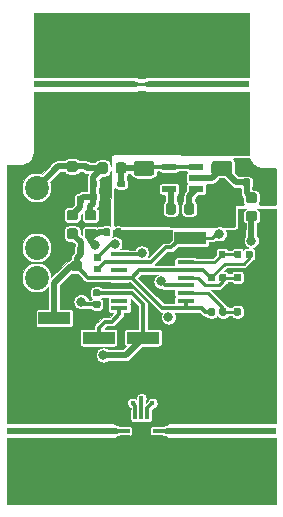
<source format=gbr>
%TF.GenerationSoftware,KiCad,Pcbnew,5.1.5-52549c5~84~ubuntu18.04.1*%
%TF.CreationDate,2020-03-03T14:54:20+01:00*%
%TF.ProjectId,HMC_RF_IPE,484d435f-5246-45f4-9950-452e6b696361,rev?*%
%TF.SameCoordinates,Original*%
%TF.FileFunction,Copper,L4,Bot*%
%TF.FilePolarity,Positive*%
%FSLAX46Y46*%
G04 Gerber Fmt 4.6, Leading zero omitted, Abs format (unit mm)*
G04 Created by KiCad (PCBNEW 5.1.5-52549c5~84~ubuntu18.04.1) date 2020-03-03 14:54:20*
%MOMM*%
%LPD*%
G04 APERTURE LIST*
%TA.AperFunction,SMDPad,CuDef*%
%ADD10R,5.080000X2.410000*%
%TD*%
%TA.AperFunction,Conductor*%
%ADD11R,0.300000X0.304800*%
%TD*%
%TA.AperFunction,Conductor*%
%ADD12C,0.100000*%
%TD*%
%TA.AperFunction,SMDPad,CuDef*%
%ADD13R,2.350000X0.508000*%
%TD*%
%TA.AperFunction,SMDPad,CuDef*%
%ADD14R,0.304800X0.828000*%
%TD*%
%TA.AperFunction,SMDPad,CuDef*%
%ADD15R,0.828000X0.304800*%
%TD*%
%TA.AperFunction,SMDPad,CuDef*%
%ADD16R,0.828000X0.300000*%
%TD*%
%TA.AperFunction,SMDPad,CuDef*%
%ADD17R,1.500000X1.500000*%
%TD*%
%TA.AperFunction,SMDPad,CuDef*%
%ADD18R,2.670000X1.020000*%
%TD*%
%TA.AperFunction,SMDPad,CuDef*%
%ADD19C,0.100000*%
%TD*%
%TA.AperFunction,ComponentPad*%
%ADD20C,2.020000*%
%TD*%
%TA.AperFunction,SMDPad,CuDef*%
%ADD21R,1.473200X0.355600*%
%TD*%
%TA.AperFunction,SMDPad,CuDef*%
%ADD22R,1.219200X0.508000*%
%TD*%
%TA.AperFunction,ViaPad*%
%ADD23C,0.400000*%
%TD*%
%TA.AperFunction,ViaPad*%
%ADD24C,0.800000*%
%TD*%
%TA.AperFunction,Conductor*%
%ADD25C,0.300000*%
%TD*%
%TA.AperFunction,Conductor*%
%ADD26C,0.520000*%
%TD*%
%TA.AperFunction,Conductor*%
%ADD27C,0.510000*%
%TD*%
%TA.AperFunction,Conductor*%
%ADD28C,0.250000*%
%TD*%
%TA.AperFunction,Conductor*%
%ADD29C,0.254000*%
%TD*%
G04 APERTURE END LIST*
D10*
%TO.P,J3,2*%
%TO.N,GND*%
X133543410Y-88053200D03*
X133543410Y-96693200D03*
%TD*%
%TO.P,J2,2*%
%TO.N,GND*%
X151263410Y-96693200D03*
X151263410Y-88053200D03*
%TD*%
D11*
%TO.N,Net-(J6-Pad1)*%
%TO.C,uT1*%
X140723410Y-92373200D03*
%TA.AperFunction,Conductor*%
D12*
G36*
X140573410Y-92220800D02*
G01*
X140873410Y-92220800D01*
X140873410Y-92525600D01*
X140573410Y-92525600D01*
X140123410Y-92628200D01*
X139623410Y-92628200D01*
X139623410Y-92118200D01*
X140123410Y-92118200D01*
X140573410Y-92220800D01*
G37*
%TD.AperFunction*%
%TD*%
D13*
%TO.P,J9,1*%
%TO.N,Net-(J9-Pad1)*%
X134468410Y-63023200D03*
%TD*%
%TO.P,J6,1*%
%TO.N,Net-(J6-Pad1)*%
X132178410Y-92363200D03*
%TD*%
%TO.P,J7,1*%
%TO.N,Net-(J7-Pad1)*%
X152623410Y-92373200D03*
%TD*%
%TO.P,J8,1*%
%TO.N,Net-(J8-Pad1)*%
X150323410Y-63023200D03*
%TD*%
%TA.AperFunction,Conductor*%
D12*
%TO.N,Net-(J9-Pad1)*%
%TO.C,U6*%
G36*
X142243410Y-62880800D02*
G01*
X142543410Y-62880800D01*
X142543410Y-63185600D01*
X142243410Y-63185600D01*
X141793410Y-63288200D01*
X141293410Y-63288200D01*
X141293410Y-62778200D01*
X141793410Y-62778200D01*
X142243410Y-62880800D01*
G37*
%TD.AperFunction*%
%TA.AperFunction,Conductor*%
%TO.N,Net-(J8-Pad1)*%
G36*
X142553410Y-63185600D02*
G01*
X142253410Y-63185600D01*
X142253410Y-62880800D01*
X142553410Y-62880800D01*
X143003410Y-62778200D01*
X143503410Y-62778200D01*
X143503410Y-63288200D01*
X143003410Y-63288200D01*
X142553410Y-63185600D01*
G37*
%TD.AperFunction*%
%TD*%
D14*
%TO.P,U5,11*%
%TO.N,GND*%
X142373410Y-93765600D03*
%TO.P,U5,12*%
X141873411Y-93765600D03*
D15*
%TO.P,U5,1*%
X140981010Y-92873199D03*
D16*
%TO.P,U5,2*%
%TO.N,Net-(J6-Pad1)*%
X140981010Y-92373200D03*
D15*
%TO.P,U5,3*%
%TO.N,GND*%
X140981010Y-91873201D03*
D14*
%TO.P,U5,4*%
%TO.N,Net-(C14-Pad1)*%
X141873411Y-90980800D03*
%TO.P,U5,5*%
%TO.N,/Control/I*%
X142373410Y-90980800D03*
%TO.P,U5,6*%
%TO.N,Net-(C17-Pad1)*%
X142873409Y-90980800D03*
D15*
%TO.P,U5,7*%
%TO.N,GND*%
X143765810Y-91873201D03*
D16*
%TO.P,U5,8*%
%TO.N,Net-(J7-Pad1)*%
X143765810Y-92373200D03*
D15*
%TO.P,U5,9*%
%TO.N,GND*%
X143765810Y-92873199D03*
D14*
%TO.P,U5,10*%
X142873409Y-93765600D03*
D17*
%TO.P,U5,13*%
X142373410Y-92373200D03*
%TD*%
D11*
%TO.N,Net-(J7-Pad1)*%
%TO.C,uT2*%
X144033410Y-92373200D03*
%TA.AperFunction,Conductor*%
D12*
G36*
X144183410Y-92525600D02*
G01*
X143883410Y-92525600D01*
X143883410Y-92220800D01*
X144183410Y-92220800D01*
X144633410Y-92118200D01*
X145133410Y-92118200D01*
X145133410Y-92628200D01*
X144633410Y-92628200D01*
X144183410Y-92525600D01*
G37*
%TD.AperFunction*%
%TD*%
D18*
%TO.P,GND,1*%
%TO.N,GNDS*%
X148803410Y-74423200D03*
%TD*%
%TA.AperFunction,SMDPad,CuDef*%
D19*
%TO.P,C23,2*%
%TO.N,GND*%
G36*
X139440368Y-72253910D02*
G01*
X139454686Y-72256034D01*
X139468727Y-72259551D01*
X139482356Y-72264428D01*
X139495441Y-72270617D01*
X139507857Y-72278058D01*
X139519483Y-72286681D01*
X139530208Y-72296402D01*
X139539929Y-72307127D01*
X139548552Y-72318753D01*
X139555993Y-72331169D01*
X139562182Y-72344254D01*
X139567059Y-72357883D01*
X139570576Y-72371924D01*
X139572700Y-72386242D01*
X139573410Y-72400700D01*
X139573410Y-72745700D01*
X139572700Y-72760158D01*
X139570576Y-72774476D01*
X139567059Y-72788517D01*
X139562182Y-72802146D01*
X139555993Y-72815231D01*
X139548552Y-72827647D01*
X139539929Y-72839273D01*
X139530208Y-72849998D01*
X139519483Y-72859719D01*
X139507857Y-72868342D01*
X139495441Y-72875783D01*
X139482356Y-72881972D01*
X139468727Y-72886849D01*
X139454686Y-72890366D01*
X139440368Y-72892490D01*
X139425910Y-72893200D01*
X139130910Y-72893200D01*
X139116452Y-72892490D01*
X139102134Y-72890366D01*
X139088093Y-72886849D01*
X139074464Y-72881972D01*
X139061379Y-72875783D01*
X139048963Y-72868342D01*
X139037337Y-72859719D01*
X139026612Y-72849998D01*
X139016891Y-72839273D01*
X139008268Y-72827647D01*
X139000827Y-72815231D01*
X138994638Y-72802146D01*
X138989761Y-72788517D01*
X138986244Y-72774476D01*
X138984120Y-72760158D01*
X138983410Y-72745700D01*
X138983410Y-72400700D01*
X138984120Y-72386242D01*
X138986244Y-72371924D01*
X138989761Y-72357883D01*
X138994638Y-72344254D01*
X139000827Y-72331169D01*
X139008268Y-72318753D01*
X139016891Y-72307127D01*
X139026612Y-72296402D01*
X139037337Y-72286681D01*
X139048963Y-72278058D01*
X139061379Y-72270617D01*
X139074464Y-72264428D01*
X139088093Y-72259551D01*
X139102134Y-72256034D01*
X139116452Y-72253910D01*
X139130910Y-72253200D01*
X139425910Y-72253200D01*
X139440368Y-72253910D01*
G37*
%TD.AperFunction*%
%TA.AperFunction,SMDPad,CuDef*%
%TO.P,C23,1*%
%TO.N,+5V*%
G36*
X138470368Y-72253910D02*
G01*
X138484686Y-72256034D01*
X138498727Y-72259551D01*
X138512356Y-72264428D01*
X138525441Y-72270617D01*
X138537857Y-72278058D01*
X138549483Y-72286681D01*
X138560208Y-72296402D01*
X138569929Y-72307127D01*
X138578552Y-72318753D01*
X138585993Y-72331169D01*
X138592182Y-72344254D01*
X138597059Y-72357883D01*
X138600576Y-72371924D01*
X138602700Y-72386242D01*
X138603410Y-72400700D01*
X138603410Y-72745700D01*
X138602700Y-72760158D01*
X138600576Y-72774476D01*
X138597059Y-72788517D01*
X138592182Y-72802146D01*
X138585993Y-72815231D01*
X138578552Y-72827647D01*
X138569929Y-72839273D01*
X138560208Y-72849998D01*
X138549483Y-72859719D01*
X138537857Y-72868342D01*
X138525441Y-72875783D01*
X138512356Y-72881972D01*
X138498727Y-72886849D01*
X138484686Y-72890366D01*
X138470368Y-72892490D01*
X138455910Y-72893200D01*
X138160910Y-72893200D01*
X138146452Y-72892490D01*
X138132134Y-72890366D01*
X138118093Y-72886849D01*
X138104464Y-72881972D01*
X138091379Y-72875783D01*
X138078963Y-72868342D01*
X138067337Y-72859719D01*
X138056612Y-72849998D01*
X138046891Y-72839273D01*
X138038268Y-72827647D01*
X138030827Y-72815231D01*
X138024638Y-72802146D01*
X138019761Y-72788517D01*
X138016244Y-72774476D01*
X138014120Y-72760158D01*
X138013410Y-72745700D01*
X138013410Y-72400700D01*
X138014120Y-72386242D01*
X138016244Y-72371924D01*
X138019761Y-72357883D01*
X138024638Y-72344254D01*
X138030827Y-72331169D01*
X138038268Y-72318753D01*
X138046891Y-72307127D01*
X138056612Y-72296402D01*
X138067337Y-72286681D01*
X138078963Y-72278058D01*
X138091379Y-72270617D01*
X138104464Y-72264428D01*
X138118093Y-72259551D01*
X138132134Y-72256034D01*
X138146452Y-72253910D01*
X138160910Y-72253200D01*
X138455910Y-72253200D01*
X138470368Y-72253910D01*
G37*
%TD.AperFunction*%
%TD*%
%TA.AperFunction,SMDPad,CuDef*%
%TO.P,C22,1*%
%TO.N,+5V*%
G36*
X138470368Y-71153910D02*
G01*
X138484686Y-71156034D01*
X138498727Y-71159551D01*
X138512356Y-71164428D01*
X138525441Y-71170617D01*
X138537857Y-71178058D01*
X138549483Y-71186681D01*
X138560208Y-71196402D01*
X138569929Y-71207127D01*
X138578552Y-71218753D01*
X138585993Y-71231169D01*
X138592182Y-71244254D01*
X138597059Y-71257883D01*
X138600576Y-71271924D01*
X138602700Y-71286242D01*
X138603410Y-71300700D01*
X138603410Y-71645700D01*
X138602700Y-71660158D01*
X138600576Y-71674476D01*
X138597059Y-71688517D01*
X138592182Y-71702146D01*
X138585993Y-71715231D01*
X138578552Y-71727647D01*
X138569929Y-71739273D01*
X138560208Y-71749998D01*
X138549483Y-71759719D01*
X138537857Y-71768342D01*
X138525441Y-71775783D01*
X138512356Y-71781972D01*
X138498727Y-71786849D01*
X138484686Y-71790366D01*
X138470368Y-71792490D01*
X138455910Y-71793200D01*
X138160910Y-71793200D01*
X138146452Y-71792490D01*
X138132134Y-71790366D01*
X138118093Y-71786849D01*
X138104464Y-71781972D01*
X138091379Y-71775783D01*
X138078963Y-71768342D01*
X138067337Y-71759719D01*
X138056612Y-71749998D01*
X138046891Y-71739273D01*
X138038268Y-71727647D01*
X138030827Y-71715231D01*
X138024638Y-71702146D01*
X138019761Y-71688517D01*
X138016244Y-71674476D01*
X138014120Y-71660158D01*
X138013410Y-71645700D01*
X138013410Y-71300700D01*
X138014120Y-71286242D01*
X138016244Y-71271924D01*
X138019761Y-71257883D01*
X138024638Y-71244254D01*
X138030827Y-71231169D01*
X138038268Y-71218753D01*
X138046891Y-71207127D01*
X138056612Y-71196402D01*
X138067337Y-71186681D01*
X138078963Y-71178058D01*
X138091379Y-71170617D01*
X138104464Y-71164428D01*
X138118093Y-71159551D01*
X138132134Y-71156034D01*
X138146452Y-71153910D01*
X138160910Y-71153200D01*
X138455910Y-71153200D01*
X138470368Y-71153910D01*
G37*
%TD.AperFunction*%
%TA.AperFunction,SMDPad,CuDef*%
%TO.P,C22,2*%
%TO.N,GND*%
G36*
X139440368Y-71153910D02*
G01*
X139454686Y-71156034D01*
X139468727Y-71159551D01*
X139482356Y-71164428D01*
X139495441Y-71170617D01*
X139507857Y-71178058D01*
X139519483Y-71186681D01*
X139530208Y-71196402D01*
X139539929Y-71207127D01*
X139548552Y-71218753D01*
X139555993Y-71231169D01*
X139562182Y-71244254D01*
X139567059Y-71257883D01*
X139570576Y-71271924D01*
X139572700Y-71286242D01*
X139573410Y-71300700D01*
X139573410Y-71645700D01*
X139572700Y-71660158D01*
X139570576Y-71674476D01*
X139567059Y-71688517D01*
X139562182Y-71702146D01*
X139555993Y-71715231D01*
X139548552Y-71727647D01*
X139539929Y-71739273D01*
X139530208Y-71749998D01*
X139519483Y-71759719D01*
X139507857Y-71768342D01*
X139495441Y-71775783D01*
X139482356Y-71781972D01*
X139468727Y-71786849D01*
X139454686Y-71790366D01*
X139440368Y-71792490D01*
X139425910Y-71793200D01*
X139130910Y-71793200D01*
X139116452Y-71792490D01*
X139102134Y-71790366D01*
X139088093Y-71786849D01*
X139074464Y-71781972D01*
X139061379Y-71775783D01*
X139048963Y-71768342D01*
X139037337Y-71759719D01*
X139026612Y-71749998D01*
X139016891Y-71739273D01*
X139008268Y-71727647D01*
X139000827Y-71715231D01*
X138994638Y-71702146D01*
X138989761Y-71688517D01*
X138986244Y-71674476D01*
X138984120Y-71660158D01*
X138983410Y-71645700D01*
X138983410Y-71300700D01*
X138984120Y-71286242D01*
X138986244Y-71271924D01*
X138989761Y-71257883D01*
X138994638Y-71244254D01*
X139000827Y-71231169D01*
X139008268Y-71218753D01*
X139016891Y-71207127D01*
X139026612Y-71196402D01*
X139037337Y-71186681D01*
X139048963Y-71178058D01*
X139061379Y-71170617D01*
X139074464Y-71164428D01*
X139088093Y-71159551D01*
X139102134Y-71156034D01*
X139116452Y-71153910D01*
X139130910Y-71153200D01*
X139425910Y-71153200D01*
X139440368Y-71153910D01*
G37*
%TD.AperFunction*%
%TD*%
%TA.AperFunction,SMDPad,CuDef*%
%TO.P,C20,2*%
%TO.N,GND*%
G36*
X136410368Y-72493910D02*
G01*
X136424686Y-72496034D01*
X136438727Y-72499551D01*
X136452356Y-72504428D01*
X136465441Y-72510617D01*
X136477857Y-72518058D01*
X136489483Y-72526681D01*
X136500208Y-72536402D01*
X136509929Y-72547127D01*
X136518552Y-72558753D01*
X136525993Y-72571169D01*
X136532182Y-72584254D01*
X136537059Y-72597883D01*
X136540576Y-72611924D01*
X136542700Y-72626242D01*
X136543410Y-72640700D01*
X136543410Y-72985700D01*
X136542700Y-73000158D01*
X136540576Y-73014476D01*
X136537059Y-73028517D01*
X136532182Y-73042146D01*
X136525993Y-73055231D01*
X136518552Y-73067647D01*
X136509929Y-73079273D01*
X136500208Y-73089998D01*
X136489483Y-73099719D01*
X136477857Y-73108342D01*
X136465441Y-73115783D01*
X136452356Y-73121972D01*
X136438727Y-73126849D01*
X136424686Y-73130366D01*
X136410368Y-73132490D01*
X136395910Y-73133200D01*
X136100910Y-73133200D01*
X136086452Y-73132490D01*
X136072134Y-73130366D01*
X136058093Y-73126849D01*
X136044464Y-73121972D01*
X136031379Y-73115783D01*
X136018963Y-73108342D01*
X136007337Y-73099719D01*
X135996612Y-73089998D01*
X135986891Y-73079273D01*
X135978268Y-73067647D01*
X135970827Y-73055231D01*
X135964638Y-73042146D01*
X135959761Y-73028517D01*
X135956244Y-73014476D01*
X135954120Y-73000158D01*
X135953410Y-72985700D01*
X135953410Y-72640700D01*
X135954120Y-72626242D01*
X135956244Y-72611924D01*
X135959761Y-72597883D01*
X135964638Y-72584254D01*
X135970827Y-72571169D01*
X135978268Y-72558753D01*
X135986891Y-72547127D01*
X135996612Y-72536402D01*
X136007337Y-72526681D01*
X136018963Y-72518058D01*
X136031379Y-72510617D01*
X136044464Y-72504428D01*
X136058093Y-72499551D01*
X136072134Y-72496034D01*
X136086452Y-72493910D01*
X136100910Y-72493200D01*
X136395910Y-72493200D01*
X136410368Y-72493910D01*
G37*
%TD.AperFunction*%
%TA.AperFunction,SMDPad,CuDef*%
%TO.P,C20,1*%
%TO.N,+5V*%
G36*
X137380368Y-72493910D02*
G01*
X137394686Y-72496034D01*
X137408727Y-72499551D01*
X137422356Y-72504428D01*
X137435441Y-72510617D01*
X137447857Y-72518058D01*
X137459483Y-72526681D01*
X137470208Y-72536402D01*
X137479929Y-72547127D01*
X137488552Y-72558753D01*
X137495993Y-72571169D01*
X137502182Y-72584254D01*
X137507059Y-72597883D01*
X137510576Y-72611924D01*
X137512700Y-72626242D01*
X137513410Y-72640700D01*
X137513410Y-72985700D01*
X137512700Y-73000158D01*
X137510576Y-73014476D01*
X137507059Y-73028517D01*
X137502182Y-73042146D01*
X137495993Y-73055231D01*
X137488552Y-73067647D01*
X137479929Y-73079273D01*
X137470208Y-73089998D01*
X137459483Y-73099719D01*
X137447857Y-73108342D01*
X137435441Y-73115783D01*
X137422356Y-73121972D01*
X137408727Y-73126849D01*
X137394686Y-73130366D01*
X137380368Y-73132490D01*
X137365910Y-73133200D01*
X137070910Y-73133200D01*
X137056452Y-73132490D01*
X137042134Y-73130366D01*
X137028093Y-73126849D01*
X137014464Y-73121972D01*
X137001379Y-73115783D01*
X136988963Y-73108342D01*
X136977337Y-73099719D01*
X136966612Y-73089998D01*
X136956891Y-73079273D01*
X136948268Y-73067647D01*
X136940827Y-73055231D01*
X136934638Y-73042146D01*
X136929761Y-73028517D01*
X136926244Y-73014476D01*
X136924120Y-73000158D01*
X136923410Y-72985700D01*
X136923410Y-72640700D01*
X136924120Y-72626242D01*
X136926244Y-72611924D01*
X136929761Y-72597883D01*
X136934638Y-72584254D01*
X136940827Y-72571169D01*
X136948268Y-72558753D01*
X136956891Y-72547127D01*
X136966612Y-72536402D01*
X136977337Y-72526681D01*
X136988963Y-72518058D01*
X137001379Y-72510617D01*
X137014464Y-72504428D01*
X137028093Y-72499551D01*
X137042134Y-72496034D01*
X137056452Y-72493910D01*
X137070910Y-72493200D01*
X137365910Y-72493200D01*
X137380368Y-72493910D01*
G37*
%TD.AperFunction*%
%TD*%
%TA.AperFunction,SMDPad,CuDef*%
%TO.P,C12,2*%
%TO.N,GNDS*%
G36*
X149852914Y-72309404D02*
G01*
X149877183Y-72313004D01*
X149900981Y-72318965D01*
X149924081Y-72327230D01*
X149946259Y-72337720D01*
X149967303Y-72350333D01*
X149987008Y-72364947D01*
X150005187Y-72381423D01*
X150021663Y-72399602D01*
X150036277Y-72419307D01*
X150048890Y-72440351D01*
X150059380Y-72462529D01*
X150067645Y-72485629D01*
X150073606Y-72509427D01*
X150077206Y-72533696D01*
X150078410Y-72558200D01*
X150078410Y-73308200D01*
X150077206Y-73332704D01*
X150073606Y-73356973D01*
X150067645Y-73380771D01*
X150059380Y-73403871D01*
X150048890Y-73426049D01*
X150036277Y-73447093D01*
X150021663Y-73466798D01*
X150005187Y-73484977D01*
X149987008Y-73501453D01*
X149967303Y-73516067D01*
X149946259Y-73528680D01*
X149924081Y-73539170D01*
X149900981Y-73547435D01*
X149877183Y-73553396D01*
X149852914Y-73556996D01*
X149828410Y-73558200D01*
X148578410Y-73558200D01*
X148553906Y-73556996D01*
X148529637Y-73553396D01*
X148505839Y-73547435D01*
X148482739Y-73539170D01*
X148460561Y-73528680D01*
X148439517Y-73516067D01*
X148419812Y-73501453D01*
X148401633Y-73484977D01*
X148385157Y-73466798D01*
X148370543Y-73447093D01*
X148357930Y-73426049D01*
X148347440Y-73403871D01*
X148339175Y-73380771D01*
X148333214Y-73356973D01*
X148329614Y-73332704D01*
X148328410Y-73308200D01*
X148328410Y-72558200D01*
X148329614Y-72533696D01*
X148333214Y-72509427D01*
X148339175Y-72485629D01*
X148347440Y-72462529D01*
X148357930Y-72440351D01*
X148370543Y-72419307D01*
X148385157Y-72399602D01*
X148401633Y-72381423D01*
X148419812Y-72364947D01*
X148439517Y-72350333D01*
X148460561Y-72337720D01*
X148482739Y-72327230D01*
X148505839Y-72318965D01*
X148529637Y-72313004D01*
X148553906Y-72309404D01*
X148578410Y-72308200D01*
X149828410Y-72308200D01*
X149852914Y-72309404D01*
G37*
%TD.AperFunction*%
%TA.AperFunction,SMDPad,CuDef*%
%TO.P,C12,1*%
%TO.N,Net-(C12-Pad1)*%
G36*
X149852914Y-69509404D02*
G01*
X149877183Y-69513004D01*
X149900981Y-69518965D01*
X149924081Y-69527230D01*
X149946259Y-69537720D01*
X149967303Y-69550333D01*
X149987008Y-69564947D01*
X150005187Y-69581423D01*
X150021663Y-69599602D01*
X150036277Y-69619307D01*
X150048890Y-69640351D01*
X150059380Y-69662529D01*
X150067645Y-69685629D01*
X150073606Y-69709427D01*
X150077206Y-69733696D01*
X150078410Y-69758200D01*
X150078410Y-70508200D01*
X150077206Y-70532704D01*
X150073606Y-70556973D01*
X150067645Y-70580771D01*
X150059380Y-70603871D01*
X150048890Y-70626049D01*
X150036277Y-70647093D01*
X150021663Y-70666798D01*
X150005187Y-70684977D01*
X149987008Y-70701453D01*
X149967303Y-70716067D01*
X149946259Y-70728680D01*
X149924081Y-70739170D01*
X149900981Y-70747435D01*
X149877183Y-70753396D01*
X149852914Y-70756996D01*
X149828410Y-70758200D01*
X148578410Y-70758200D01*
X148553906Y-70756996D01*
X148529637Y-70753396D01*
X148505839Y-70747435D01*
X148482739Y-70739170D01*
X148460561Y-70728680D01*
X148439517Y-70716067D01*
X148419812Y-70701453D01*
X148401633Y-70684977D01*
X148385157Y-70666798D01*
X148370543Y-70647093D01*
X148357930Y-70626049D01*
X148347440Y-70603871D01*
X148339175Y-70580771D01*
X148333214Y-70556973D01*
X148329614Y-70532704D01*
X148328410Y-70508200D01*
X148328410Y-69758200D01*
X148329614Y-69733696D01*
X148333214Y-69709427D01*
X148339175Y-69685629D01*
X148347440Y-69662529D01*
X148357930Y-69640351D01*
X148370543Y-69619307D01*
X148385157Y-69599602D01*
X148401633Y-69581423D01*
X148419812Y-69564947D01*
X148439517Y-69550333D01*
X148460561Y-69537720D01*
X148482739Y-69527230D01*
X148505839Y-69518965D01*
X148529637Y-69513004D01*
X148553906Y-69509404D01*
X148578410Y-69508200D01*
X149828410Y-69508200D01*
X149852914Y-69509404D01*
G37*
%TD.AperFunction*%
%TD*%
%TA.AperFunction,SMDPad,CuDef*%
%TO.P,C5,2*%
%TO.N,GNDS*%
G36*
X152430368Y-71003910D02*
G01*
X152444686Y-71006034D01*
X152458727Y-71009551D01*
X152472356Y-71014428D01*
X152485441Y-71020617D01*
X152497857Y-71028058D01*
X152509483Y-71036681D01*
X152520208Y-71046402D01*
X152529929Y-71057127D01*
X152538552Y-71068753D01*
X152545993Y-71081169D01*
X152552182Y-71094254D01*
X152557059Y-71107883D01*
X152560576Y-71121924D01*
X152562700Y-71136242D01*
X152563410Y-71150700D01*
X152563410Y-71495700D01*
X152562700Y-71510158D01*
X152560576Y-71524476D01*
X152557059Y-71538517D01*
X152552182Y-71552146D01*
X152545993Y-71565231D01*
X152538552Y-71577647D01*
X152529929Y-71589273D01*
X152520208Y-71599998D01*
X152509483Y-71609719D01*
X152497857Y-71618342D01*
X152485441Y-71625783D01*
X152472356Y-71631972D01*
X152458727Y-71636849D01*
X152444686Y-71640366D01*
X152430368Y-71642490D01*
X152415910Y-71643200D01*
X152120910Y-71643200D01*
X152106452Y-71642490D01*
X152092134Y-71640366D01*
X152078093Y-71636849D01*
X152064464Y-71631972D01*
X152051379Y-71625783D01*
X152038963Y-71618342D01*
X152027337Y-71609719D01*
X152016612Y-71599998D01*
X152006891Y-71589273D01*
X151998268Y-71577647D01*
X151990827Y-71565231D01*
X151984638Y-71552146D01*
X151979761Y-71538517D01*
X151976244Y-71524476D01*
X151974120Y-71510158D01*
X151973410Y-71495700D01*
X151973410Y-71150700D01*
X151974120Y-71136242D01*
X151976244Y-71121924D01*
X151979761Y-71107883D01*
X151984638Y-71094254D01*
X151990827Y-71081169D01*
X151998268Y-71068753D01*
X152006891Y-71057127D01*
X152016612Y-71046402D01*
X152027337Y-71036681D01*
X152038963Y-71028058D01*
X152051379Y-71020617D01*
X152064464Y-71014428D01*
X152078093Y-71009551D01*
X152092134Y-71006034D01*
X152106452Y-71003910D01*
X152120910Y-71003200D01*
X152415910Y-71003200D01*
X152430368Y-71003910D01*
G37*
%TD.AperFunction*%
%TA.AperFunction,SMDPad,CuDef*%
%TO.P,C5,1*%
%TO.N,Net-(C12-Pad1)*%
G36*
X151460368Y-71003910D02*
G01*
X151474686Y-71006034D01*
X151488727Y-71009551D01*
X151502356Y-71014428D01*
X151515441Y-71020617D01*
X151527857Y-71028058D01*
X151539483Y-71036681D01*
X151550208Y-71046402D01*
X151559929Y-71057127D01*
X151568552Y-71068753D01*
X151575993Y-71081169D01*
X151582182Y-71094254D01*
X151587059Y-71107883D01*
X151590576Y-71121924D01*
X151592700Y-71136242D01*
X151593410Y-71150700D01*
X151593410Y-71495700D01*
X151592700Y-71510158D01*
X151590576Y-71524476D01*
X151587059Y-71538517D01*
X151582182Y-71552146D01*
X151575993Y-71565231D01*
X151568552Y-71577647D01*
X151559929Y-71589273D01*
X151550208Y-71599998D01*
X151539483Y-71609719D01*
X151527857Y-71618342D01*
X151515441Y-71625783D01*
X151502356Y-71631972D01*
X151488727Y-71636849D01*
X151474686Y-71640366D01*
X151460368Y-71642490D01*
X151445910Y-71643200D01*
X151150910Y-71643200D01*
X151136452Y-71642490D01*
X151122134Y-71640366D01*
X151108093Y-71636849D01*
X151094464Y-71631972D01*
X151081379Y-71625783D01*
X151068963Y-71618342D01*
X151057337Y-71609719D01*
X151046612Y-71599998D01*
X151036891Y-71589273D01*
X151028268Y-71577647D01*
X151020827Y-71565231D01*
X151014638Y-71552146D01*
X151009761Y-71538517D01*
X151006244Y-71524476D01*
X151004120Y-71510158D01*
X151003410Y-71495700D01*
X151003410Y-71150700D01*
X151004120Y-71136242D01*
X151006244Y-71121924D01*
X151009761Y-71107883D01*
X151014638Y-71094254D01*
X151020827Y-71081169D01*
X151028268Y-71068753D01*
X151036891Y-71057127D01*
X151046612Y-71046402D01*
X151057337Y-71036681D01*
X151068963Y-71028058D01*
X151081379Y-71020617D01*
X151094464Y-71014428D01*
X151108093Y-71009551D01*
X151122134Y-71006034D01*
X151136452Y-71003910D01*
X151150910Y-71003200D01*
X151445910Y-71003200D01*
X151460368Y-71003910D01*
G37*
%TD.AperFunction*%
%TD*%
%TA.AperFunction,SMDPad,CuDef*%
%TO.P,L2,2*%
%TO.N,Net-(C12-Pad1)*%
G36*
X151991101Y-72189253D02*
G01*
X152012336Y-72192403D01*
X152033160Y-72197619D01*
X152053372Y-72204851D01*
X152072778Y-72214030D01*
X152091191Y-72225066D01*
X152108434Y-72237854D01*
X152124340Y-72252270D01*
X152138756Y-72268176D01*
X152151544Y-72285419D01*
X152162580Y-72303832D01*
X152171759Y-72323238D01*
X152178991Y-72343450D01*
X152184207Y-72364274D01*
X152187357Y-72385509D01*
X152188410Y-72406950D01*
X152188410Y-72844450D01*
X152187357Y-72865891D01*
X152184207Y-72887126D01*
X152178991Y-72907950D01*
X152171759Y-72928162D01*
X152162580Y-72947568D01*
X152151544Y-72965981D01*
X152138756Y-72983224D01*
X152124340Y-72999130D01*
X152108434Y-73013546D01*
X152091191Y-73026334D01*
X152072778Y-73037370D01*
X152053372Y-73046549D01*
X152033160Y-73053781D01*
X152012336Y-73058997D01*
X151991101Y-73062147D01*
X151969660Y-73063200D01*
X151457160Y-73063200D01*
X151435719Y-73062147D01*
X151414484Y-73058997D01*
X151393660Y-73053781D01*
X151373448Y-73046549D01*
X151354042Y-73037370D01*
X151335629Y-73026334D01*
X151318386Y-73013546D01*
X151302480Y-72999130D01*
X151288064Y-72983224D01*
X151275276Y-72965981D01*
X151264240Y-72947568D01*
X151255061Y-72928162D01*
X151247829Y-72907950D01*
X151242613Y-72887126D01*
X151239463Y-72865891D01*
X151238410Y-72844450D01*
X151238410Y-72406950D01*
X151239463Y-72385509D01*
X151242613Y-72364274D01*
X151247829Y-72343450D01*
X151255061Y-72323238D01*
X151264240Y-72303832D01*
X151275276Y-72285419D01*
X151288064Y-72268176D01*
X151302480Y-72252270D01*
X151318386Y-72237854D01*
X151335629Y-72225066D01*
X151354042Y-72214030D01*
X151373448Y-72204851D01*
X151393660Y-72197619D01*
X151414484Y-72192403D01*
X151435719Y-72189253D01*
X151457160Y-72188200D01*
X151969660Y-72188200D01*
X151991101Y-72189253D01*
G37*
%TD.AperFunction*%
%TA.AperFunction,SMDPad,CuDef*%
%TO.P,L2,1*%
%TO.N,VSS*%
G36*
X151991101Y-73764253D02*
G01*
X152012336Y-73767403D01*
X152033160Y-73772619D01*
X152053372Y-73779851D01*
X152072778Y-73789030D01*
X152091191Y-73800066D01*
X152108434Y-73812854D01*
X152124340Y-73827270D01*
X152138756Y-73843176D01*
X152151544Y-73860419D01*
X152162580Y-73878832D01*
X152171759Y-73898238D01*
X152178991Y-73918450D01*
X152184207Y-73939274D01*
X152187357Y-73960509D01*
X152188410Y-73981950D01*
X152188410Y-74419450D01*
X152187357Y-74440891D01*
X152184207Y-74462126D01*
X152178991Y-74482950D01*
X152171759Y-74503162D01*
X152162580Y-74522568D01*
X152151544Y-74540981D01*
X152138756Y-74558224D01*
X152124340Y-74574130D01*
X152108434Y-74588546D01*
X152091191Y-74601334D01*
X152072778Y-74612370D01*
X152053372Y-74621549D01*
X152033160Y-74628781D01*
X152012336Y-74633997D01*
X151991101Y-74637147D01*
X151969660Y-74638200D01*
X151457160Y-74638200D01*
X151435719Y-74637147D01*
X151414484Y-74633997D01*
X151393660Y-74628781D01*
X151373448Y-74621549D01*
X151354042Y-74612370D01*
X151335629Y-74601334D01*
X151318386Y-74588546D01*
X151302480Y-74574130D01*
X151288064Y-74558224D01*
X151275276Y-74540981D01*
X151264240Y-74522568D01*
X151255061Y-74503162D01*
X151247829Y-74482950D01*
X151242613Y-74462126D01*
X151239463Y-74440891D01*
X151238410Y-74419450D01*
X151238410Y-73981950D01*
X151239463Y-73960509D01*
X151242613Y-73939274D01*
X151247829Y-73918450D01*
X151255061Y-73898238D01*
X151264240Y-73878832D01*
X151275276Y-73860419D01*
X151288064Y-73843176D01*
X151302480Y-73827270D01*
X151318386Y-73812854D01*
X151335629Y-73800066D01*
X151354042Y-73789030D01*
X151373448Y-73779851D01*
X151393660Y-73772619D01*
X151414484Y-73767403D01*
X151435719Y-73764253D01*
X151457160Y-73763200D01*
X151969660Y-73763200D01*
X151991101Y-73764253D01*
G37*
%TD.AperFunction*%
%TD*%
%TA.AperFunction,SMDPad,CuDef*%
%TO.P,L1,1*%
%TO.N,+5V*%
G36*
X139336101Y-69641753D02*
G01*
X139357336Y-69644903D01*
X139378160Y-69650119D01*
X139398372Y-69657351D01*
X139417778Y-69666530D01*
X139436191Y-69677566D01*
X139453434Y-69690354D01*
X139469340Y-69704770D01*
X139483756Y-69720676D01*
X139496544Y-69737919D01*
X139507580Y-69756332D01*
X139516759Y-69775738D01*
X139523991Y-69795950D01*
X139529207Y-69816774D01*
X139532357Y-69838009D01*
X139533410Y-69859450D01*
X139533410Y-70371950D01*
X139532357Y-70393391D01*
X139529207Y-70414626D01*
X139523991Y-70435450D01*
X139516759Y-70455662D01*
X139507580Y-70475068D01*
X139496544Y-70493481D01*
X139483756Y-70510724D01*
X139469340Y-70526630D01*
X139453434Y-70541046D01*
X139436191Y-70553834D01*
X139417778Y-70564870D01*
X139398372Y-70574049D01*
X139378160Y-70581281D01*
X139357336Y-70586497D01*
X139336101Y-70589647D01*
X139314660Y-70590700D01*
X138877160Y-70590700D01*
X138855719Y-70589647D01*
X138834484Y-70586497D01*
X138813660Y-70581281D01*
X138793448Y-70574049D01*
X138774042Y-70564870D01*
X138755629Y-70553834D01*
X138738386Y-70541046D01*
X138722480Y-70526630D01*
X138708064Y-70510724D01*
X138695276Y-70493481D01*
X138684240Y-70475068D01*
X138675061Y-70455662D01*
X138667829Y-70435450D01*
X138662613Y-70414626D01*
X138659463Y-70393391D01*
X138658410Y-70371950D01*
X138658410Y-69859450D01*
X138659463Y-69838009D01*
X138662613Y-69816774D01*
X138667829Y-69795950D01*
X138675061Y-69775738D01*
X138684240Y-69756332D01*
X138695276Y-69737919D01*
X138708064Y-69720676D01*
X138722480Y-69704770D01*
X138738386Y-69690354D01*
X138755629Y-69677566D01*
X138774042Y-69666530D01*
X138793448Y-69657351D01*
X138813660Y-69650119D01*
X138834484Y-69644903D01*
X138855719Y-69641753D01*
X138877160Y-69640700D01*
X139314660Y-69640700D01*
X139336101Y-69641753D01*
G37*
%TD.AperFunction*%
%TA.AperFunction,SMDPad,CuDef*%
%TO.P,L1,2*%
%TO.N,Net-(C1-Pad1)*%
G36*
X140911101Y-69641753D02*
G01*
X140932336Y-69644903D01*
X140953160Y-69650119D01*
X140973372Y-69657351D01*
X140992778Y-69666530D01*
X141011191Y-69677566D01*
X141028434Y-69690354D01*
X141044340Y-69704770D01*
X141058756Y-69720676D01*
X141071544Y-69737919D01*
X141082580Y-69756332D01*
X141091759Y-69775738D01*
X141098991Y-69795950D01*
X141104207Y-69816774D01*
X141107357Y-69838009D01*
X141108410Y-69859450D01*
X141108410Y-70371950D01*
X141107357Y-70393391D01*
X141104207Y-70414626D01*
X141098991Y-70435450D01*
X141091759Y-70455662D01*
X141082580Y-70475068D01*
X141071544Y-70493481D01*
X141058756Y-70510724D01*
X141044340Y-70526630D01*
X141028434Y-70541046D01*
X141011191Y-70553834D01*
X140992778Y-70564870D01*
X140973372Y-70574049D01*
X140953160Y-70581281D01*
X140932336Y-70586497D01*
X140911101Y-70589647D01*
X140889660Y-70590700D01*
X140452160Y-70590700D01*
X140430719Y-70589647D01*
X140409484Y-70586497D01*
X140388660Y-70581281D01*
X140368448Y-70574049D01*
X140349042Y-70564870D01*
X140330629Y-70553834D01*
X140313386Y-70541046D01*
X140297480Y-70526630D01*
X140283064Y-70510724D01*
X140270276Y-70493481D01*
X140259240Y-70475068D01*
X140250061Y-70455662D01*
X140242829Y-70435450D01*
X140237613Y-70414626D01*
X140234463Y-70393391D01*
X140233410Y-70371950D01*
X140233410Y-69859450D01*
X140234463Y-69838009D01*
X140237613Y-69816774D01*
X140242829Y-69795950D01*
X140250061Y-69775738D01*
X140259240Y-69756332D01*
X140270276Y-69737919D01*
X140283064Y-69720676D01*
X140297480Y-69704770D01*
X140313386Y-69690354D01*
X140330629Y-69677566D01*
X140349042Y-69666530D01*
X140368448Y-69657351D01*
X140388660Y-69650119D01*
X140409484Y-69644903D01*
X140430719Y-69641753D01*
X140452160Y-69640700D01*
X140889660Y-69640700D01*
X140911101Y-69641753D01*
G37*
%TD.AperFunction*%
%TD*%
%TA.AperFunction,SMDPad,CuDef*%
%TO.P,L4,2*%
%TO.N,Net-(5V1-Pad1)*%
G36*
X136821101Y-75234253D02*
G01*
X136842336Y-75237403D01*
X136863160Y-75242619D01*
X136883372Y-75249851D01*
X136902778Y-75259030D01*
X136921191Y-75270066D01*
X136938434Y-75282854D01*
X136954340Y-75297270D01*
X136968756Y-75313176D01*
X136981544Y-75330419D01*
X136992580Y-75348832D01*
X137001759Y-75368238D01*
X137008991Y-75388450D01*
X137014207Y-75409274D01*
X137017357Y-75430509D01*
X137018410Y-75451950D01*
X137018410Y-75889450D01*
X137017357Y-75910891D01*
X137014207Y-75932126D01*
X137008991Y-75952950D01*
X137001759Y-75973162D01*
X136992580Y-75992568D01*
X136981544Y-76010981D01*
X136968756Y-76028224D01*
X136954340Y-76044130D01*
X136938434Y-76058546D01*
X136921191Y-76071334D01*
X136902778Y-76082370D01*
X136883372Y-76091549D01*
X136863160Y-76098781D01*
X136842336Y-76103997D01*
X136821101Y-76107147D01*
X136799660Y-76108200D01*
X136287160Y-76108200D01*
X136265719Y-76107147D01*
X136244484Y-76103997D01*
X136223660Y-76098781D01*
X136203448Y-76091549D01*
X136184042Y-76082370D01*
X136165629Y-76071334D01*
X136148386Y-76058546D01*
X136132480Y-76044130D01*
X136118064Y-76028224D01*
X136105276Y-76010981D01*
X136094240Y-75992568D01*
X136085061Y-75973162D01*
X136077829Y-75952950D01*
X136072613Y-75932126D01*
X136069463Y-75910891D01*
X136068410Y-75889450D01*
X136068410Y-75451950D01*
X136069463Y-75430509D01*
X136072613Y-75409274D01*
X136077829Y-75388450D01*
X136085061Y-75368238D01*
X136094240Y-75348832D01*
X136105276Y-75330419D01*
X136118064Y-75313176D01*
X136132480Y-75297270D01*
X136148386Y-75282854D01*
X136165629Y-75270066D01*
X136184042Y-75259030D01*
X136203448Y-75249851D01*
X136223660Y-75242619D01*
X136244484Y-75237403D01*
X136265719Y-75234253D01*
X136287160Y-75233200D01*
X136799660Y-75233200D01*
X136821101Y-75234253D01*
G37*
%TD.AperFunction*%
%TA.AperFunction,SMDPad,CuDef*%
%TO.P,L4,1*%
%TO.N,+5V*%
G36*
X136821101Y-73659253D02*
G01*
X136842336Y-73662403D01*
X136863160Y-73667619D01*
X136883372Y-73674851D01*
X136902778Y-73684030D01*
X136921191Y-73695066D01*
X136938434Y-73707854D01*
X136954340Y-73722270D01*
X136968756Y-73738176D01*
X136981544Y-73755419D01*
X136992580Y-73773832D01*
X137001759Y-73793238D01*
X137008991Y-73813450D01*
X137014207Y-73834274D01*
X137017357Y-73855509D01*
X137018410Y-73876950D01*
X137018410Y-74314450D01*
X137017357Y-74335891D01*
X137014207Y-74357126D01*
X137008991Y-74377950D01*
X137001759Y-74398162D01*
X136992580Y-74417568D01*
X136981544Y-74435981D01*
X136968756Y-74453224D01*
X136954340Y-74469130D01*
X136938434Y-74483546D01*
X136921191Y-74496334D01*
X136902778Y-74507370D01*
X136883372Y-74516549D01*
X136863160Y-74523781D01*
X136842336Y-74528997D01*
X136821101Y-74532147D01*
X136799660Y-74533200D01*
X136287160Y-74533200D01*
X136265719Y-74532147D01*
X136244484Y-74528997D01*
X136223660Y-74523781D01*
X136203448Y-74516549D01*
X136184042Y-74507370D01*
X136165629Y-74496334D01*
X136148386Y-74483546D01*
X136132480Y-74469130D01*
X136118064Y-74453224D01*
X136105276Y-74435981D01*
X136094240Y-74417568D01*
X136085061Y-74398162D01*
X136077829Y-74377950D01*
X136072613Y-74357126D01*
X136069463Y-74335891D01*
X136068410Y-74314450D01*
X136068410Y-73876950D01*
X136069463Y-73855509D01*
X136072613Y-73834274D01*
X136077829Y-73813450D01*
X136085061Y-73793238D01*
X136094240Y-73773832D01*
X136105276Y-73755419D01*
X136118064Y-73738176D01*
X136132480Y-73722270D01*
X136148386Y-73707854D01*
X136165629Y-73695066D01*
X136184042Y-73684030D01*
X136203448Y-73674851D01*
X136223660Y-73667619D01*
X136244484Y-73662403D01*
X136265719Y-73659253D01*
X136287160Y-73658200D01*
X136799660Y-73658200D01*
X136821101Y-73659253D01*
G37*
%TD.AperFunction*%
%TD*%
%TA.AperFunction,SMDPad,CuDef*%
%TO.P,L3,2*%
%TO.N,Net-(C10-Pad1)*%
G36*
X138361101Y-75244253D02*
G01*
X138382336Y-75247403D01*
X138403160Y-75252619D01*
X138423372Y-75259851D01*
X138442778Y-75269030D01*
X138461191Y-75280066D01*
X138478434Y-75292854D01*
X138494340Y-75307270D01*
X138508756Y-75323176D01*
X138521544Y-75340419D01*
X138532580Y-75358832D01*
X138541759Y-75378238D01*
X138548991Y-75398450D01*
X138554207Y-75419274D01*
X138557357Y-75440509D01*
X138558410Y-75461950D01*
X138558410Y-75899450D01*
X138557357Y-75920891D01*
X138554207Y-75942126D01*
X138548991Y-75962950D01*
X138541759Y-75983162D01*
X138532580Y-76002568D01*
X138521544Y-76020981D01*
X138508756Y-76038224D01*
X138494340Y-76054130D01*
X138478434Y-76068546D01*
X138461191Y-76081334D01*
X138442778Y-76092370D01*
X138423372Y-76101549D01*
X138403160Y-76108781D01*
X138382336Y-76113997D01*
X138361101Y-76117147D01*
X138339660Y-76118200D01*
X137827160Y-76118200D01*
X137805719Y-76117147D01*
X137784484Y-76113997D01*
X137763660Y-76108781D01*
X137743448Y-76101549D01*
X137724042Y-76092370D01*
X137705629Y-76081334D01*
X137688386Y-76068546D01*
X137672480Y-76054130D01*
X137658064Y-76038224D01*
X137645276Y-76020981D01*
X137634240Y-76002568D01*
X137625061Y-75983162D01*
X137617829Y-75962950D01*
X137612613Y-75942126D01*
X137609463Y-75920891D01*
X137608410Y-75899450D01*
X137608410Y-75461950D01*
X137609463Y-75440509D01*
X137612613Y-75419274D01*
X137617829Y-75398450D01*
X137625061Y-75378238D01*
X137634240Y-75358832D01*
X137645276Y-75340419D01*
X137658064Y-75323176D01*
X137672480Y-75307270D01*
X137688386Y-75292854D01*
X137705629Y-75280066D01*
X137724042Y-75269030D01*
X137743448Y-75259851D01*
X137763660Y-75252619D01*
X137784484Y-75247403D01*
X137805719Y-75244253D01*
X137827160Y-75243200D01*
X138339660Y-75243200D01*
X138361101Y-75244253D01*
G37*
%TD.AperFunction*%
%TA.AperFunction,SMDPad,CuDef*%
%TO.P,L3,1*%
%TO.N,+5V*%
G36*
X138361101Y-73669253D02*
G01*
X138382336Y-73672403D01*
X138403160Y-73677619D01*
X138423372Y-73684851D01*
X138442778Y-73694030D01*
X138461191Y-73705066D01*
X138478434Y-73717854D01*
X138494340Y-73732270D01*
X138508756Y-73748176D01*
X138521544Y-73765419D01*
X138532580Y-73783832D01*
X138541759Y-73803238D01*
X138548991Y-73823450D01*
X138554207Y-73844274D01*
X138557357Y-73865509D01*
X138558410Y-73886950D01*
X138558410Y-74324450D01*
X138557357Y-74345891D01*
X138554207Y-74367126D01*
X138548991Y-74387950D01*
X138541759Y-74408162D01*
X138532580Y-74427568D01*
X138521544Y-74445981D01*
X138508756Y-74463224D01*
X138494340Y-74479130D01*
X138478434Y-74493546D01*
X138461191Y-74506334D01*
X138442778Y-74517370D01*
X138423372Y-74526549D01*
X138403160Y-74533781D01*
X138382336Y-74538997D01*
X138361101Y-74542147D01*
X138339660Y-74543200D01*
X137827160Y-74543200D01*
X137805719Y-74542147D01*
X137784484Y-74538997D01*
X137763660Y-74533781D01*
X137743448Y-74526549D01*
X137724042Y-74517370D01*
X137705629Y-74506334D01*
X137688386Y-74493546D01*
X137672480Y-74479130D01*
X137658064Y-74463224D01*
X137645276Y-74445981D01*
X137634240Y-74427568D01*
X137625061Y-74408162D01*
X137617829Y-74387950D01*
X137612613Y-74367126D01*
X137609463Y-74345891D01*
X137608410Y-74324450D01*
X137608410Y-73886950D01*
X137609463Y-73865509D01*
X137612613Y-73844274D01*
X137617829Y-73823450D01*
X137625061Y-73803238D01*
X137634240Y-73783832D01*
X137645276Y-73765419D01*
X137658064Y-73748176D01*
X137672480Y-73732270D01*
X137688386Y-73717854D01*
X137705629Y-73705066D01*
X137724042Y-73694030D01*
X137743448Y-73684851D01*
X137763660Y-73677619D01*
X137784484Y-73672403D01*
X137805719Y-73669253D01*
X137827160Y-73668200D01*
X138339660Y-73668200D01*
X138361101Y-73669253D01*
G37*
%TD.AperFunction*%
%TD*%
D20*
%TO.P,J1,1*%
%TO.N,+5V*%
X133513410Y-71773200D03*
%TO.P,J1,2*%
%TO.N,GND*%
X133513410Y-74313200D03*
%TO.P,J1,3*%
%TO.N,Net-(J1-Pad3)*%
X133513410Y-76853200D03*
%TO.P,J1,4*%
%TO.N,Net-(J1-Pad4)*%
X133513410Y-79393200D03*
%TD*%
D10*
%TO.P,J4,2*%
%TO.N,GND*%
X148973410Y-67353200D03*
X148973410Y-58713200D03*
%TD*%
%TO.P,J5,2*%
%TO.N,GND*%
X135838410Y-58703200D03*
X135838410Y-67343200D03*
%TD*%
D21*
%TO.P,U3,16*%
%TO.N,Net-(5V1-Pad1)*%
X146170810Y-81990199D03*
%TO.P,U3,15*%
X146170810Y-81340198D03*
%TO.P,U3,14*%
%TO.N,Net-(R12-Pad2)*%
X146170810Y-80690199D03*
%TO.P,U3,13*%
%TO.N,Net-(J1-Pad4)*%
X146170810Y-80040198D03*
%TO.P,U3,12*%
%TO.N,Net-(R11-Pad2)*%
X146170810Y-79390199D03*
%TO.P,U3,11*%
%TO.N,Net-(5V1-Pad1)*%
X146170810Y-78740201D03*
%TO.P,U3,10*%
%TO.N,Net-(R10-Pad1)*%
X146170810Y-78090199D03*
%TO.P,U3,9*%
%TO.N,GND*%
X146170810Y-77440201D03*
%TO.P,U3,8*%
%TO.N,Net-(J1-Pad3)*%
X140532010Y-77440201D03*
%TO.P,U3,7*%
%TO.N,Net-(R3-Pad2)*%
X140532010Y-78090202D03*
%TO.P,U3,6*%
%TO.N,N/C*%
X140532010Y-78740201D03*
%TO.P,U3,5*%
%TO.N,Net-(5V1-Pad1)*%
X140532010Y-79390202D03*
%TO.P,U3,4*%
%TO.N,GND*%
X140532010Y-80040201D03*
%TO.P,U3,3*%
%TO.N,Net-(R2-Pad2)*%
X140532010Y-80690199D03*
%TO.P,U3,2*%
%TO.N,N/C*%
X140532010Y-81340201D03*
%TO.P,U3,1*%
%TO.N,Net-(U3-Pad1)*%
X140532010Y-81990199D03*
%TD*%
%TA.AperFunction,SMDPad,CuDef*%
D19*
%TO.P,C1,2*%
%TO.N,GNDS*%
G36*
X143262914Y-72319404D02*
G01*
X143287183Y-72323004D01*
X143310981Y-72328965D01*
X143334081Y-72337230D01*
X143356259Y-72347720D01*
X143377303Y-72360333D01*
X143397008Y-72374947D01*
X143415187Y-72391423D01*
X143431663Y-72409602D01*
X143446277Y-72429307D01*
X143458890Y-72450351D01*
X143469380Y-72472529D01*
X143477645Y-72495629D01*
X143483606Y-72519427D01*
X143487206Y-72543696D01*
X143488410Y-72568200D01*
X143488410Y-73318200D01*
X143487206Y-73342704D01*
X143483606Y-73366973D01*
X143477645Y-73390771D01*
X143469380Y-73413871D01*
X143458890Y-73436049D01*
X143446277Y-73457093D01*
X143431663Y-73476798D01*
X143415187Y-73494977D01*
X143397008Y-73511453D01*
X143377303Y-73526067D01*
X143356259Y-73538680D01*
X143334081Y-73549170D01*
X143310981Y-73557435D01*
X143287183Y-73563396D01*
X143262914Y-73566996D01*
X143238410Y-73568200D01*
X141988410Y-73568200D01*
X141963906Y-73566996D01*
X141939637Y-73563396D01*
X141915839Y-73557435D01*
X141892739Y-73549170D01*
X141870561Y-73538680D01*
X141849517Y-73526067D01*
X141829812Y-73511453D01*
X141811633Y-73494977D01*
X141795157Y-73476798D01*
X141780543Y-73457093D01*
X141767930Y-73436049D01*
X141757440Y-73413871D01*
X141749175Y-73390771D01*
X141743214Y-73366973D01*
X141739614Y-73342704D01*
X141738410Y-73318200D01*
X141738410Y-72568200D01*
X141739614Y-72543696D01*
X141743214Y-72519427D01*
X141749175Y-72495629D01*
X141757440Y-72472529D01*
X141767930Y-72450351D01*
X141780543Y-72429307D01*
X141795157Y-72409602D01*
X141811633Y-72391423D01*
X141829812Y-72374947D01*
X141849517Y-72360333D01*
X141870561Y-72347720D01*
X141892739Y-72337230D01*
X141915839Y-72328965D01*
X141939637Y-72323004D01*
X141963906Y-72319404D01*
X141988410Y-72318200D01*
X143238410Y-72318200D01*
X143262914Y-72319404D01*
G37*
%TD.AperFunction*%
%TA.AperFunction,SMDPad,CuDef*%
%TO.P,C1,1*%
%TO.N,Net-(C1-Pad1)*%
G36*
X143262914Y-69519404D02*
G01*
X143287183Y-69523004D01*
X143310981Y-69528965D01*
X143334081Y-69537230D01*
X143356259Y-69547720D01*
X143377303Y-69560333D01*
X143397008Y-69574947D01*
X143415187Y-69591423D01*
X143431663Y-69609602D01*
X143446277Y-69629307D01*
X143458890Y-69650351D01*
X143469380Y-69672529D01*
X143477645Y-69695629D01*
X143483606Y-69719427D01*
X143487206Y-69743696D01*
X143488410Y-69768200D01*
X143488410Y-70518200D01*
X143487206Y-70542704D01*
X143483606Y-70566973D01*
X143477645Y-70590771D01*
X143469380Y-70613871D01*
X143458890Y-70636049D01*
X143446277Y-70657093D01*
X143431663Y-70676798D01*
X143415187Y-70694977D01*
X143397008Y-70711453D01*
X143377303Y-70726067D01*
X143356259Y-70738680D01*
X143334081Y-70749170D01*
X143310981Y-70757435D01*
X143287183Y-70763396D01*
X143262914Y-70766996D01*
X143238410Y-70768200D01*
X141988410Y-70768200D01*
X141963906Y-70766996D01*
X141939637Y-70763396D01*
X141915839Y-70757435D01*
X141892739Y-70749170D01*
X141870561Y-70738680D01*
X141849517Y-70726067D01*
X141829812Y-70711453D01*
X141811633Y-70694977D01*
X141795157Y-70676798D01*
X141780543Y-70657093D01*
X141767930Y-70636049D01*
X141757440Y-70613871D01*
X141749175Y-70590771D01*
X141743214Y-70566973D01*
X141739614Y-70542704D01*
X141738410Y-70518200D01*
X141738410Y-69768200D01*
X141739614Y-69743696D01*
X141743214Y-69719427D01*
X141749175Y-69695629D01*
X141757440Y-69672529D01*
X141767930Y-69650351D01*
X141780543Y-69629307D01*
X141795157Y-69609602D01*
X141811633Y-69591423D01*
X141829812Y-69574947D01*
X141849517Y-69560333D01*
X141870561Y-69547720D01*
X141892739Y-69537230D01*
X141915839Y-69528965D01*
X141939637Y-69523004D01*
X141963906Y-69519404D01*
X141988410Y-69518200D01*
X143238410Y-69518200D01*
X143262914Y-69519404D01*
G37*
%TD.AperFunction*%
%TD*%
D22*
%TO.P,U1,6*%
%TO.N,Net-(C1-Pad1)*%
X144750410Y-70023400D03*
%TO.P,U1,5*%
%TO.N,GNDS*%
X144750410Y-70963200D03*
%TO.P,U1,4*%
%TO.N,Net-(C3-Pad2)*%
X144750410Y-71903000D03*
%TO.P,U1,3*%
%TO.N,Net-(C3-Pad1)*%
X147036410Y-71903000D03*
%TO.P,U1,2*%
%TO.N,Net-(C12-Pad1)*%
X147036410Y-70963200D03*
%TO.P,U1,1*%
%TO.N,Net-(C1-Pad1)*%
X147036410Y-70023400D03*
%TD*%
D18*
%TO.P,VB,1*%
%TO.N,Net-(R2-Pad2)*%
X142540076Y-84473200D03*
%TD*%
%TO.P,5V,1*%
%TO.N,Net-(5V1-Pad1)*%
X135023410Y-82823200D03*
%TD*%
%TO.P,VA,1*%
%TO.N,Net-(R3-Pad2)*%
X146533410Y-76033200D03*
%TD*%
%TO.P,VREF,1*%
%TO.N,Net-(U3-Pad1)*%
X138776743Y-84473200D03*
%TD*%
%TO.P,GND,1*%
%TO.N,GND*%
X149873410Y-84473200D03*
%TD*%
%TO.P,GND,1*%
%TO.N,GND*%
X135013410Y-84473200D03*
%TD*%
%TA.AperFunction,SMDPad,CuDef*%
D19*
%TO.P,C2,1*%
%TO.N,Net-(C1-Pad1)*%
G36*
X140870368Y-71173910D02*
G01*
X140884686Y-71176034D01*
X140898727Y-71179551D01*
X140912356Y-71184428D01*
X140925441Y-71190617D01*
X140937857Y-71198058D01*
X140949483Y-71206681D01*
X140960208Y-71216402D01*
X140969929Y-71227127D01*
X140978552Y-71238753D01*
X140985993Y-71251169D01*
X140992182Y-71264254D01*
X140997059Y-71277883D01*
X141000576Y-71291924D01*
X141002700Y-71306242D01*
X141003410Y-71320700D01*
X141003410Y-71615700D01*
X141002700Y-71630158D01*
X141000576Y-71644476D01*
X140997059Y-71658517D01*
X140992182Y-71672146D01*
X140985993Y-71685231D01*
X140978552Y-71697647D01*
X140969929Y-71709273D01*
X140960208Y-71719998D01*
X140949483Y-71729719D01*
X140937857Y-71738342D01*
X140925441Y-71745783D01*
X140912356Y-71751972D01*
X140898727Y-71756849D01*
X140884686Y-71760366D01*
X140870368Y-71762490D01*
X140855910Y-71763200D01*
X140510910Y-71763200D01*
X140496452Y-71762490D01*
X140482134Y-71760366D01*
X140468093Y-71756849D01*
X140454464Y-71751972D01*
X140441379Y-71745783D01*
X140428963Y-71738342D01*
X140417337Y-71729719D01*
X140406612Y-71719998D01*
X140396891Y-71709273D01*
X140388268Y-71697647D01*
X140380827Y-71685231D01*
X140374638Y-71672146D01*
X140369761Y-71658517D01*
X140366244Y-71644476D01*
X140364120Y-71630158D01*
X140363410Y-71615700D01*
X140363410Y-71320700D01*
X140364120Y-71306242D01*
X140366244Y-71291924D01*
X140369761Y-71277883D01*
X140374638Y-71264254D01*
X140380827Y-71251169D01*
X140388268Y-71238753D01*
X140396891Y-71227127D01*
X140406612Y-71216402D01*
X140417337Y-71206681D01*
X140428963Y-71198058D01*
X140441379Y-71190617D01*
X140454464Y-71184428D01*
X140468093Y-71179551D01*
X140482134Y-71176034D01*
X140496452Y-71173910D01*
X140510910Y-71173200D01*
X140855910Y-71173200D01*
X140870368Y-71173910D01*
G37*
%TD.AperFunction*%
%TA.AperFunction,SMDPad,CuDef*%
%TO.P,C2,2*%
%TO.N,GNDS*%
G36*
X140870368Y-72143910D02*
G01*
X140884686Y-72146034D01*
X140898727Y-72149551D01*
X140912356Y-72154428D01*
X140925441Y-72160617D01*
X140937857Y-72168058D01*
X140949483Y-72176681D01*
X140960208Y-72186402D01*
X140969929Y-72197127D01*
X140978552Y-72208753D01*
X140985993Y-72221169D01*
X140992182Y-72234254D01*
X140997059Y-72247883D01*
X141000576Y-72261924D01*
X141002700Y-72276242D01*
X141003410Y-72290700D01*
X141003410Y-72585700D01*
X141002700Y-72600158D01*
X141000576Y-72614476D01*
X140997059Y-72628517D01*
X140992182Y-72642146D01*
X140985993Y-72655231D01*
X140978552Y-72667647D01*
X140969929Y-72679273D01*
X140960208Y-72689998D01*
X140949483Y-72699719D01*
X140937857Y-72708342D01*
X140925441Y-72715783D01*
X140912356Y-72721972D01*
X140898727Y-72726849D01*
X140884686Y-72730366D01*
X140870368Y-72732490D01*
X140855910Y-72733200D01*
X140510910Y-72733200D01*
X140496452Y-72732490D01*
X140482134Y-72730366D01*
X140468093Y-72726849D01*
X140454464Y-72721972D01*
X140441379Y-72715783D01*
X140428963Y-72708342D01*
X140417337Y-72699719D01*
X140406612Y-72689998D01*
X140396891Y-72679273D01*
X140388268Y-72667647D01*
X140380827Y-72655231D01*
X140374638Y-72642146D01*
X140369761Y-72628517D01*
X140366244Y-72614476D01*
X140364120Y-72600158D01*
X140363410Y-72585700D01*
X140363410Y-72290700D01*
X140364120Y-72276242D01*
X140366244Y-72261924D01*
X140369761Y-72247883D01*
X140374638Y-72234254D01*
X140380827Y-72221169D01*
X140388268Y-72208753D01*
X140396891Y-72197127D01*
X140406612Y-72186402D01*
X140417337Y-72176681D01*
X140428963Y-72168058D01*
X140441379Y-72160617D01*
X140454464Y-72154428D01*
X140468093Y-72149551D01*
X140482134Y-72146034D01*
X140496452Y-72143910D01*
X140510910Y-72143200D01*
X140855910Y-72143200D01*
X140870368Y-72143910D01*
G37*
%TD.AperFunction*%
%TD*%
%TA.AperFunction,SMDPad,CuDef*%
%TO.P,C3,2*%
%TO.N,Net-(C3-Pad2)*%
G36*
X145116101Y-73109253D02*
G01*
X145137336Y-73112403D01*
X145158160Y-73117619D01*
X145178372Y-73124851D01*
X145197778Y-73134030D01*
X145216191Y-73145066D01*
X145233434Y-73157854D01*
X145249340Y-73172270D01*
X145263756Y-73188176D01*
X145276544Y-73205419D01*
X145287580Y-73223832D01*
X145296759Y-73243238D01*
X145303991Y-73263450D01*
X145309207Y-73284274D01*
X145312357Y-73305509D01*
X145313410Y-73326950D01*
X145313410Y-73839450D01*
X145312357Y-73860891D01*
X145309207Y-73882126D01*
X145303991Y-73902950D01*
X145296759Y-73923162D01*
X145287580Y-73942568D01*
X145276544Y-73960981D01*
X145263756Y-73978224D01*
X145249340Y-73994130D01*
X145233434Y-74008546D01*
X145216191Y-74021334D01*
X145197778Y-74032370D01*
X145178372Y-74041549D01*
X145158160Y-74048781D01*
X145137336Y-74053997D01*
X145116101Y-74057147D01*
X145094660Y-74058200D01*
X144657160Y-74058200D01*
X144635719Y-74057147D01*
X144614484Y-74053997D01*
X144593660Y-74048781D01*
X144573448Y-74041549D01*
X144554042Y-74032370D01*
X144535629Y-74021334D01*
X144518386Y-74008546D01*
X144502480Y-73994130D01*
X144488064Y-73978224D01*
X144475276Y-73960981D01*
X144464240Y-73942568D01*
X144455061Y-73923162D01*
X144447829Y-73902950D01*
X144442613Y-73882126D01*
X144439463Y-73860891D01*
X144438410Y-73839450D01*
X144438410Y-73326950D01*
X144439463Y-73305509D01*
X144442613Y-73284274D01*
X144447829Y-73263450D01*
X144455061Y-73243238D01*
X144464240Y-73223832D01*
X144475276Y-73205419D01*
X144488064Y-73188176D01*
X144502480Y-73172270D01*
X144518386Y-73157854D01*
X144535629Y-73145066D01*
X144554042Y-73134030D01*
X144573448Y-73124851D01*
X144593660Y-73117619D01*
X144614484Y-73112403D01*
X144635719Y-73109253D01*
X144657160Y-73108200D01*
X145094660Y-73108200D01*
X145116101Y-73109253D01*
G37*
%TD.AperFunction*%
%TA.AperFunction,SMDPad,CuDef*%
%TO.P,C3,1*%
%TO.N,Net-(C3-Pad1)*%
G36*
X146691101Y-73109253D02*
G01*
X146712336Y-73112403D01*
X146733160Y-73117619D01*
X146753372Y-73124851D01*
X146772778Y-73134030D01*
X146791191Y-73145066D01*
X146808434Y-73157854D01*
X146824340Y-73172270D01*
X146838756Y-73188176D01*
X146851544Y-73205419D01*
X146862580Y-73223832D01*
X146871759Y-73243238D01*
X146878991Y-73263450D01*
X146884207Y-73284274D01*
X146887357Y-73305509D01*
X146888410Y-73326950D01*
X146888410Y-73839450D01*
X146887357Y-73860891D01*
X146884207Y-73882126D01*
X146878991Y-73902950D01*
X146871759Y-73923162D01*
X146862580Y-73942568D01*
X146851544Y-73960981D01*
X146838756Y-73978224D01*
X146824340Y-73994130D01*
X146808434Y-74008546D01*
X146791191Y-74021334D01*
X146772778Y-74032370D01*
X146753372Y-74041549D01*
X146733160Y-74048781D01*
X146712336Y-74053997D01*
X146691101Y-74057147D01*
X146669660Y-74058200D01*
X146232160Y-74058200D01*
X146210719Y-74057147D01*
X146189484Y-74053997D01*
X146168660Y-74048781D01*
X146148448Y-74041549D01*
X146129042Y-74032370D01*
X146110629Y-74021334D01*
X146093386Y-74008546D01*
X146077480Y-73994130D01*
X146063064Y-73978224D01*
X146050276Y-73960981D01*
X146039240Y-73942568D01*
X146030061Y-73923162D01*
X146022829Y-73902950D01*
X146017613Y-73882126D01*
X146014463Y-73860891D01*
X146013410Y-73839450D01*
X146013410Y-73326950D01*
X146014463Y-73305509D01*
X146017613Y-73284274D01*
X146022829Y-73263450D01*
X146030061Y-73243238D01*
X146039240Y-73223832D01*
X146050276Y-73205419D01*
X146063064Y-73188176D01*
X146077480Y-73172270D01*
X146093386Y-73157854D01*
X146110629Y-73145066D01*
X146129042Y-73134030D01*
X146148448Y-73124851D01*
X146168660Y-73117619D01*
X146189484Y-73112403D01*
X146210719Y-73109253D01*
X146232160Y-73108200D01*
X146669660Y-73108200D01*
X146691101Y-73109253D01*
G37*
%TD.AperFunction*%
%TD*%
%TA.AperFunction,SMDPad,CuDef*%
%TO.P,C6,2*%
%TO.N,GND*%
G36*
X140585368Y-75223910D02*
G01*
X140599686Y-75226034D01*
X140613727Y-75229551D01*
X140627356Y-75234428D01*
X140640441Y-75240617D01*
X140652857Y-75248058D01*
X140664483Y-75256681D01*
X140675208Y-75266402D01*
X140684929Y-75277127D01*
X140693552Y-75288753D01*
X140700993Y-75301169D01*
X140707182Y-75314254D01*
X140712059Y-75327883D01*
X140715576Y-75341924D01*
X140717700Y-75356242D01*
X140718410Y-75370700D01*
X140718410Y-75715700D01*
X140717700Y-75730158D01*
X140715576Y-75744476D01*
X140712059Y-75758517D01*
X140707182Y-75772146D01*
X140700993Y-75785231D01*
X140693552Y-75797647D01*
X140684929Y-75809273D01*
X140675208Y-75819998D01*
X140664483Y-75829719D01*
X140652857Y-75838342D01*
X140640441Y-75845783D01*
X140627356Y-75851972D01*
X140613727Y-75856849D01*
X140599686Y-75860366D01*
X140585368Y-75862490D01*
X140570910Y-75863200D01*
X140275910Y-75863200D01*
X140261452Y-75862490D01*
X140247134Y-75860366D01*
X140233093Y-75856849D01*
X140219464Y-75851972D01*
X140206379Y-75845783D01*
X140193963Y-75838342D01*
X140182337Y-75829719D01*
X140171612Y-75819998D01*
X140161891Y-75809273D01*
X140153268Y-75797647D01*
X140145827Y-75785231D01*
X140139638Y-75772146D01*
X140134761Y-75758517D01*
X140131244Y-75744476D01*
X140129120Y-75730158D01*
X140128410Y-75715700D01*
X140128410Y-75370700D01*
X140129120Y-75356242D01*
X140131244Y-75341924D01*
X140134761Y-75327883D01*
X140139638Y-75314254D01*
X140145827Y-75301169D01*
X140153268Y-75288753D01*
X140161891Y-75277127D01*
X140171612Y-75266402D01*
X140182337Y-75256681D01*
X140193963Y-75248058D01*
X140206379Y-75240617D01*
X140219464Y-75234428D01*
X140233093Y-75229551D01*
X140247134Y-75226034D01*
X140261452Y-75223910D01*
X140275910Y-75223200D01*
X140570910Y-75223200D01*
X140585368Y-75223910D01*
G37*
%TD.AperFunction*%
%TA.AperFunction,SMDPad,CuDef*%
%TO.P,C6,1*%
%TO.N,Net-(C10-Pad1)*%
G36*
X139615368Y-75223910D02*
G01*
X139629686Y-75226034D01*
X139643727Y-75229551D01*
X139657356Y-75234428D01*
X139670441Y-75240617D01*
X139682857Y-75248058D01*
X139694483Y-75256681D01*
X139705208Y-75266402D01*
X139714929Y-75277127D01*
X139723552Y-75288753D01*
X139730993Y-75301169D01*
X139737182Y-75314254D01*
X139742059Y-75327883D01*
X139745576Y-75341924D01*
X139747700Y-75356242D01*
X139748410Y-75370700D01*
X139748410Y-75715700D01*
X139747700Y-75730158D01*
X139745576Y-75744476D01*
X139742059Y-75758517D01*
X139737182Y-75772146D01*
X139730993Y-75785231D01*
X139723552Y-75797647D01*
X139714929Y-75809273D01*
X139705208Y-75819998D01*
X139694483Y-75829719D01*
X139682857Y-75838342D01*
X139670441Y-75845783D01*
X139657356Y-75851972D01*
X139643727Y-75856849D01*
X139629686Y-75860366D01*
X139615368Y-75862490D01*
X139600910Y-75863200D01*
X139305910Y-75863200D01*
X139291452Y-75862490D01*
X139277134Y-75860366D01*
X139263093Y-75856849D01*
X139249464Y-75851972D01*
X139236379Y-75845783D01*
X139223963Y-75838342D01*
X139212337Y-75829719D01*
X139201612Y-75819998D01*
X139191891Y-75809273D01*
X139183268Y-75797647D01*
X139175827Y-75785231D01*
X139169638Y-75772146D01*
X139164761Y-75758517D01*
X139161244Y-75744476D01*
X139159120Y-75730158D01*
X139158410Y-75715700D01*
X139158410Y-75370700D01*
X139159120Y-75356242D01*
X139161244Y-75341924D01*
X139164761Y-75327883D01*
X139169638Y-75314254D01*
X139175827Y-75301169D01*
X139183268Y-75288753D01*
X139191891Y-75277127D01*
X139201612Y-75266402D01*
X139212337Y-75256681D01*
X139223963Y-75248058D01*
X139236379Y-75240617D01*
X139249464Y-75234428D01*
X139263093Y-75229551D01*
X139277134Y-75226034D01*
X139291452Y-75223910D01*
X139305910Y-75223200D01*
X139600910Y-75223200D01*
X139615368Y-75223910D01*
G37*
%TD.AperFunction*%
%TD*%
%TA.AperFunction,SMDPad,CuDef*%
%TO.P,C7,2*%
%TO.N,+5V*%
G36*
X136811101Y-69549253D02*
G01*
X136832336Y-69552403D01*
X136853160Y-69557619D01*
X136873372Y-69564851D01*
X136892778Y-69574030D01*
X136911191Y-69585066D01*
X136928434Y-69597854D01*
X136944340Y-69612270D01*
X136958756Y-69628176D01*
X136971544Y-69645419D01*
X136982580Y-69663832D01*
X136991759Y-69683238D01*
X136998991Y-69703450D01*
X137004207Y-69724274D01*
X137007357Y-69745509D01*
X137008410Y-69766950D01*
X137008410Y-70204450D01*
X137007357Y-70225891D01*
X137004207Y-70247126D01*
X136998991Y-70267950D01*
X136991759Y-70288162D01*
X136982580Y-70307568D01*
X136971544Y-70325981D01*
X136958756Y-70343224D01*
X136944340Y-70359130D01*
X136928434Y-70373546D01*
X136911191Y-70386334D01*
X136892778Y-70397370D01*
X136873372Y-70406549D01*
X136853160Y-70413781D01*
X136832336Y-70418997D01*
X136811101Y-70422147D01*
X136789660Y-70423200D01*
X136277160Y-70423200D01*
X136255719Y-70422147D01*
X136234484Y-70418997D01*
X136213660Y-70413781D01*
X136193448Y-70406549D01*
X136174042Y-70397370D01*
X136155629Y-70386334D01*
X136138386Y-70373546D01*
X136122480Y-70359130D01*
X136108064Y-70343224D01*
X136095276Y-70325981D01*
X136084240Y-70307568D01*
X136075061Y-70288162D01*
X136067829Y-70267950D01*
X136062613Y-70247126D01*
X136059463Y-70225891D01*
X136058410Y-70204450D01*
X136058410Y-69766950D01*
X136059463Y-69745509D01*
X136062613Y-69724274D01*
X136067829Y-69703450D01*
X136075061Y-69683238D01*
X136084240Y-69663832D01*
X136095276Y-69645419D01*
X136108064Y-69628176D01*
X136122480Y-69612270D01*
X136138386Y-69597854D01*
X136155629Y-69585066D01*
X136174042Y-69574030D01*
X136193448Y-69564851D01*
X136213660Y-69557619D01*
X136234484Y-69552403D01*
X136255719Y-69549253D01*
X136277160Y-69548200D01*
X136789660Y-69548200D01*
X136811101Y-69549253D01*
G37*
%TD.AperFunction*%
%TA.AperFunction,SMDPad,CuDef*%
%TO.P,C7,1*%
%TO.N,GND*%
G36*
X136811101Y-71124253D02*
G01*
X136832336Y-71127403D01*
X136853160Y-71132619D01*
X136873372Y-71139851D01*
X136892778Y-71149030D01*
X136911191Y-71160066D01*
X136928434Y-71172854D01*
X136944340Y-71187270D01*
X136958756Y-71203176D01*
X136971544Y-71220419D01*
X136982580Y-71238832D01*
X136991759Y-71258238D01*
X136998991Y-71278450D01*
X137004207Y-71299274D01*
X137007357Y-71320509D01*
X137008410Y-71341950D01*
X137008410Y-71779450D01*
X137007357Y-71800891D01*
X137004207Y-71822126D01*
X136998991Y-71842950D01*
X136991759Y-71863162D01*
X136982580Y-71882568D01*
X136971544Y-71900981D01*
X136958756Y-71918224D01*
X136944340Y-71934130D01*
X136928434Y-71948546D01*
X136911191Y-71961334D01*
X136892778Y-71972370D01*
X136873372Y-71981549D01*
X136853160Y-71988781D01*
X136832336Y-71993997D01*
X136811101Y-71997147D01*
X136789660Y-71998200D01*
X136277160Y-71998200D01*
X136255719Y-71997147D01*
X136234484Y-71993997D01*
X136213660Y-71988781D01*
X136193448Y-71981549D01*
X136174042Y-71972370D01*
X136155629Y-71961334D01*
X136138386Y-71948546D01*
X136122480Y-71934130D01*
X136108064Y-71918224D01*
X136095276Y-71900981D01*
X136084240Y-71882568D01*
X136075061Y-71863162D01*
X136067829Y-71842950D01*
X136062613Y-71822126D01*
X136059463Y-71800891D01*
X136058410Y-71779450D01*
X136058410Y-71341950D01*
X136059463Y-71320509D01*
X136062613Y-71299274D01*
X136067829Y-71278450D01*
X136075061Y-71258238D01*
X136084240Y-71238832D01*
X136095276Y-71220419D01*
X136108064Y-71203176D01*
X136122480Y-71187270D01*
X136138386Y-71172854D01*
X136155629Y-71160066D01*
X136174042Y-71149030D01*
X136193448Y-71139851D01*
X136213660Y-71132619D01*
X136234484Y-71127403D01*
X136255719Y-71124253D01*
X136277160Y-71123200D01*
X136789660Y-71123200D01*
X136811101Y-71124253D01*
G37*
%TD.AperFunction*%
%TD*%
%TA.AperFunction,SMDPad,CuDef*%
%TO.P,C8,2*%
%TO.N,GND*%
G36*
X137181101Y-79574253D02*
G01*
X137202336Y-79577403D01*
X137223160Y-79582619D01*
X137243372Y-79589851D01*
X137262778Y-79599030D01*
X137281191Y-79610066D01*
X137298434Y-79622854D01*
X137314340Y-79637270D01*
X137328756Y-79653176D01*
X137341544Y-79670419D01*
X137352580Y-79688832D01*
X137361759Y-79708238D01*
X137368991Y-79728450D01*
X137374207Y-79749274D01*
X137377357Y-79770509D01*
X137378410Y-79791950D01*
X137378410Y-80229450D01*
X137377357Y-80250891D01*
X137374207Y-80272126D01*
X137368991Y-80292950D01*
X137361759Y-80313162D01*
X137352580Y-80332568D01*
X137341544Y-80350981D01*
X137328756Y-80368224D01*
X137314340Y-80384130D01*
X137298434Y-80398546D01*
X137281191Y-80411334D01*
X137262778Y-80422370D01*
X137243372Y-80431549D01*
X137223160Y-80438781D01*
X137202336Y-80443997D01*
X137181101Y-80447147D01*
X137159660Y-80448200D01*
X136647160Y-80448200D01*
X136625719Y-80447147D01*
X136604484Y-80443997D01*
X136583660Y-80438781D01*
X136563448Y-80431549D01*
X136544042Y-80422370D01*
X136525629Y-80411334D01*
X136508386Y-80398546D01*
X136492480Y-80384130D01*
X136478064Y-80368224D01*
X136465276Y-80350981D01*
X136454240Y-80332568D01*
X136445061Y-80313162D01*
X136437829Y-80292950D01*
X136432613Y-80272126D01*
X136429463Y-80250891D01*
X136428410Y-80229450D01*
X136428410Y-79791950D01*
X136429463Y-79770509D01*
X136432613Y-79749274D01*
X136437829Y-79728450D01*
X136445061Y-79708238D01*
X136454240Y-79688832D01*
X136465276Y-79670419D01*
X136478064Y-79653176D01*
X136492480Y-79637270D01*
X136508386Y-79622854D01*
X136525629Y-79610066D01*
X136544042Y-79599030D01*
X136563448Y-79589851D01*
X136583660Y-79582619D01*
X136604484Y-79577403D01*
X136625719Y-79574253D01*
X136647160Y-79573200D01*
X137159660Y-79573200D01*
X137181101Y-79574253D01*
G37*
%TD.AperFunction*%
%TA.AperFunction,SMDPad,CuDef*%
%TO.P,C8,1*%
%TO.N,Net-(5V1-Pad1)*%
G36*
X137181101Y-77999253D02*
G01*
X137202336Y-78002403D01*
X137223160Y-78007619D01*
X137243372Y-78014851D01*
X137262778Y-78024030D01*
X137281191Y-78035066D01*
X137298434Y-78047854D01*
X137314340Y-78062270D01*
X137328756Y-78078176D01*
X137341544Y-78095419D01*
X137352580Y-78113832D01*
X137361759Y-78133238D01*
X137368991Y-78153450D01*
X137374207Y-78174274D01*
X137377357Y-78195509D01*
X137378410Y-78216950D01*
X137378410Y-78654450D01*
X137377357Y-78675891D01*
X137374207Y-78697126D01*
X137368991Y-78717950D01*
X137361759Y-78738162D01*
X137352580Y-78757568D01*
X137341544Y-78775981D01*
X137328756Y-78793224D01*
X137314340Y-78809130D01*
X137298434Y-78823546D01*
X137281191Y-78836334D01*
X137262778Y-78847370D01*
X137243372Y-78856549D01*
X137223160Y-78863781D01*
X137202336Y-78868997D01*
X137181101Y-78872147D01*
X137159660Y-78873200D01*
X136647160Y-78873200D01*
X136625719Y-78872147D01*
X136604484Y-78868997D01*
X136583660Y-78863781D01*
X136563448Y-78856549D01*
X136544042Y-78847370D01*
X136525629Y-78836334D01*
X136508386Y-78823546D01*
X136492480Y-78809130D01*
X136478064Y-78793224D01*
X136465276Y-78775981D01*
X136454240Y-78757568D01*
X136445061Y-78738162D01*
X136437829Y-78717950D01*
X136432613Y-78697126D01*
X136429463Y-78675891D01*
X136428410Y-78654450D01*
X136428410Y-78216950D01*
X136429463Y-78195509D01*
X136432613Y-78174274D01*
X136437829Y-78153450D01*
X136445061Y-78133238D01*
X136454240Y-78113832D01*
X136465276Y-78095419D01*
X136478064Y-78078176D01*
X136492480Y-78062270D01*
X136508386Y-78047854D01*
X136525629Y-78035066D01*
X136544042Y-78024030D01*
X136563448Y-78014851D01*
X136583660Y-78007619D01*
X136604484Y-78002403D01*
X136625719Y-77999253D01*
X136647160Y-77998200D01*
X137159660Y-77998200D01*
X137181101Y-77999253D01*
G37*
%TD.AperFunction*%
%TD*%
%TA.AperFunction,SMDPad,CuDef*%
%TO.P,C9,2*%
%TO.N,GND*%
G36*
X136450368Y-76743910D02*
G01*
X136464686Y-76746034D01*
X136478727Y-76749551D01*
X136492356Y-76754428D01*
X136505441Y-76760617D01*
X136517857Y-76768058D01*
X136529483Y-76776681D01*
X136540208Y-76786402D01*
X136549929Y-76797127D01*
X136558552Y-76808753D01*
X136565993Y-76821169D01*
X136572182Y-76834254D01*
X136577059Y-76847883D01*
X136580576Y-76861924D01*
X136582700Y-76876242D01*
X136583410Y-76890700D01*
X136583410Y-77235700D01*
X136582700Y-77250158D01*
X136580576Y-77264476D01*
X136577059Y-77278517D01*
X136572182Y-77292146D01*
X136565993Y-77305231D01*
X136558552Y-77317647D01*
X136549929Y-77329273D01*
X136540208Y-77339998D01*
X136529483Y-77349719D01*
X136517857Y-77358342D01*
X136505441Y-77365783D01*
X136492356Y-77371972D01*
X136478727Y-77376849D01*
X136464686Y-77380366D01*
X136450368Y-77382490D01*
X136435910Y-77383200D01*
X136140910Y-77383200D01*
X136126452Y-77382490D01*
X136112134Y-77380366D01*
X136098093Y-77376849D01*
X136084464Y-77371972D01*
X136071379Y-77365783D01*
X136058963Y-77358342D01*
X136047337Y-77349719D01*
X136036612Y-77339998D01*
X136026891Y-77329273D01*
X136018268Y-77317647D01*
X136010827Y-77305231D01*
X136004638Y-77292146D01*
X135999761Y-77278517D01*
X135996244Y-77264476D01*
X135994120Y-77250158D01*
X135993410Y-77235700D01*
X135993410Y-76890700D01*
X135994120Y-76876242D01*
X135996244Y-76861924D01*
X135999761Y-76847883D01*
X136004638Y-76834254D01*
X136010827Y-76821169D01*
X136018268Y-76808753D01*
X136026891Y-76797127D01*
X136036612Y-76786402D01*
X136047337Y-76776681D01*
X136058963Y-76768058D01*
X136071379Y-76760617D01*
X136084464Y-76754428D01*
X136098093Y-76749551D01*
X136112134Y-76746034D01*
X136126452Y-76743910D01*
X136140910Y-76743200D01*
X136435910Y-76743200D01*
X136450368Y-76743910D01*
G37*
%TD.AperFunction*%
%TA.AperFunction,SMDPad,CuDef*%
%TO.P,C9,1*%
%TO.N,Net-(5V1-Pad1)*%
G36*
X137420368Y-76743910D02*
G01*
X137434686Y-76746034D01*
X137448727Y-76749551D01*
X137462356Y-76754428D01*
X137475441Y-76760617D01*
X137487857Y-76768058D01*
X137499483Y-76776681D01*
X137510208Y-76786402D01*
X137519929Y-76797127D01*
X137528552Y-76808753D01*
X137535993Y-76821169D01*
X137542182Y-76834254D01*
X137547059Y-76847883D01*
X137550576Y-76861924D01*
X137552700Y-76876242D01*
X137553410Y-76890700D01*
X137553410Y-77235700D01*
X137552700Y-77250158D01*
X137550576Y-77264476D01*
X137547059Y-77278517D01*
X137542182Y-77292146D01*
X137535993Y-77305231D01*
X137528552Y-77317647D01*
X137519929Y-77329273D01*
X137510208Y-77339998D01*
X137499483Y-77349719D01*
X137487857Y-77358342D01*
X137475441Y-77365783D01*
X137462356Y-77371972D01*
X137448727Y-77376849D01*
X137434686Y-77380366D01*
X137420368Y-77382490D01*
X137405910Y-77383200D01*
X137110910Y-77383200D01*
X137096452Y-77382490D01*
X137082134Y-77380366D01*
X137068093Y-77376849D01*
X137054464Y-77371972D01*
X137041379Y-77365783D01*
X137028963Y-77358342D01*
X137017337Y-77349719D01*
X137006612Y-77339998D01*
X136996891Y-77329273D01*
X136988268Y-77317647D01*
X136980827Y-77305231D01*
X136974638Y-77292146D01*
X136969761Y-77278517D01*
X136966244Y-77264476D01*
X136964120Y-77250158D01*
X136963410Y-77235700D01*
X136963410Y-76890700D01*
X136964120Y-76876242D01*
X136966244Y-76861924D01*
X136969761Y-76847883D01*
X136974638Y-76834254D01*
X136980827Y-76821169D01*
X136988268Y-76808753D01*
X136996891Y-76797127D01*
X137006612Y-76786402D01*
X137017337Y-76776681D01*
X137028963Y-76768058D01*
X137041379Y-76760617D01*
X137054464Y-76754428D01*
X137068093Y-76749551D01*
X137082134Y-76746034D01*
X137096452Y-76743910D01*
X137110910Y-76743200D01*
X137405910Y-76743200D01*
X137420368Y-76743910D01*
G37*
%TD.AperFunction*%
%TD*%
%TA.AperFunction,SMDPad,CuDef*%
%TO.P,R2,2*%
%TO.N,Net-(R2-Pad2)*%
G36*
X138800368Y-80398910D02*
G01*
X138814686Y-80401034D01*
X138828727Y-80404551D01*
X138842356Y-80409428D01*
X138855441Y-80415617D01*
X138867857Y-80423058D01*
X138879483Y-80431681D01*
X138890208Y-80441402D01*
X138899929Y-80452127D01*
X138908552Y-80463753D01*
X138915993Y-80476169D01*
X138922182Y-80489254D01*
X138927059Y-80502883D01*
X138930576Y-80516924D01*
X138932700Y-80531242D01*
X138933410Y-80545700D01*
X138933410Y-80840700D01*
X138932700Y-80855158D01*
X138930576Y-80869476D01*
X138927059Y-80883517D01*
X138922182Y-80897146D01*
X138915993Y-80910231D01*
X138908552Y-80922647D01*
X138899929Y-80934273D01*
X138890208Y-80944998D01*
X138879483Y-80954719D01*
X138867857Y-80963342D01*
X138855441Y-80970783D01*
X138842356Y-80976972D01*
X138828727Y-80981849D01*
X138814686Y-80985366D01*
X138800368Y-80987490D01*
X138785910Y-80988200D01*
X138440910Y-80988200D01*
X138426452Y-80987490D01*
X138412134Y-80985366D01*
X138398093Y-80981849D01*
X138384464Y-80976972D01*
X138371379Y-80970783D01*
X138358963Y-80963342D01*
X138347337Y-80954719D01*
X138336612Y-80944998D01*
X138326891Y-80934273D01*
X138318268Y-80922647D01*
X138310827Y-80910231D01*
X138304638Y-80897146D01*
X138299761Y-80883517D01*
X138296244Y-80869476D01*
X138294120Y-80855158D01*
X138293410Y-80840700D01*
X138293410Y-80545700D01*
X138294120Y-80531242D01*
X138296244Y-80516924D01*
X138299761Y-80502883D01*
X138304638Y-80489254D01*
X138310827Y-80476169D01*
X138318268Y-80463753D01*
X138326891Y-80452127D01*
X138336612Y-80441402D01*
X138347337Y-80431681D01*
X138358963Y-80423058D01*
X138371379Y-80415617D01*
X138384464Y-80409428D01*
X138398093Y-80404551D01*
X138412134Y-80401034D01*
X138426452Y-80398910D01*
X138440910Y-80398200D01*
X138785910Y-80398200D01*
X138800368Y-80398910D01*
G37*
%TD.AperFunction*%
%TA.AperFunction,SMDPad,CuDef*%
%TO.P,R2,1*%
%TO.N,Net-(C11-Pad1)*%
G36*
X138800368Y-81368910D02*
G01*
X138814686Y-81371034D01*
X138828727Y-81374551D01*
X138842356Y-81379428D01*
X138855441Y-81385617D01*
X138867857Y-81393058D01*
X138879483Y-81401681D01*
X138890208Y-81411402D01*
X138899929Y-81422127D01*
X138908552Y-81433753D01*
X138915993Y-81446169D01*
X138922182Y-81459254D01*
X138927059Y-81472883D01*
X138930576Y-81486924D01*
X138932700Y-81501242D01*
X138933410Y-81515700D01*
X138933410Y-81810700D01*
X138932700Y-81825158D01*
X138930576Y-81839476D01*
X138927059Y-81853517D01*
X138922182Y-81867146D01*
X138915993Y-81880231D01*
X138908552Y-81892647D01*
X138899929Y-81904273D01*
X138890208Y-81914998D01*
X138879483Y-81924719D01*
X138867857Y-81933342D01*
X138855441Y-81940783D01*
X138842356Y-81946972D01*
X138828727Y-81951849D01*
X138814686Y-81955366D01*
X138800368Y-81957490D01*
X138785910Y-81958200D01*
X138440910Y-81958200D01*
X138426452Y-81957490D01*
X138412134Y-81955366D01*
X138398093Y-81951849D01*
X138384464Y-81946972D01*
X138371379Y-81940783D01*
X138358963Y-81933342D01*
X138347337Y-81924719D01*
X138336612Y-81914998D01*
X138326891Y-81904273D01*
X138318268Y-81892647D01*
X138310827Y-81880231D01*
X138304638Y-81867146D01*
X138299761Y-81853517D01*
X138296244Y-81839476D01*
X138294120Y-81825158D01*
X138293410Y-81810700D01*
X138293410Y-81515700D01*
X138294120Y-81501242D01*
X138296244Y-81486924D01*
X138299761Y-81472883D01*
X138304638Y-81459254D01*
X138310827Y-81446169D01*
X138318268Y-81433753D01*
X138326891Y-81422127D01*
X138336612Y-81411402D01*
X138347337Y-81401681D01*
X138358963Y-81393058D01*
X138371379Y-81385617D01*
X138384464Y-81379428D01*
X138398093Y-81374551D01*
X138412134Y-81371034D01*
X138426452Y-81368910D01*
X138440910Y-81368200D01*
X138785910Y-81368200D01*
X138800368Y-81368910D01*
G37*
%TD.AperFunction*%
%TD*%
%TA.AperFunction,SMDPad,CuDef*%
%TO.P,R3,2*%
%TO.N,Net-(R3-Pad2)*%
G36*
X138860368Y-78373910D02*
G01*
X138874686Y-78376034D01*
X138888727Y-78379551D01*
X138902356Y-78384428D01*
X138915441Y-78390617D01*
X138927857Y-78398058D01*
X138939483Y-78406681D01*
X138950208Y-78416402D01*
X138959929Y-78427127D01*
X138968552Y-78438753D01*
X138975993Y-78451169D01*
X138982182Y-78464254D01*
X138987059Y-78477883D01*
X138990576Y-78491924D01*
X138992700Y-78506242D01*
X138993410Y-78520700D01*
X138993410Y-78815700D01*
X138992700Y-78830158D01*
X138990576Y-78844476D01*
X138987059Y-78858517D01*
X138982182Y-78872146D01*
X138975993Y-78885231D01*
X138968552Y-78897647D01*
X138959929Y-78909273D01*
X138950208Y-78919998D01*
X138939483Y-78929719D01*
X138927857Y-78938342D01*
X138915441Y-78945783D01*
X138902356Y-78951972D01*
X138888727Y-78956849D01*
X138874686Y-78960366D01*
X138860368Y-78962490D01*
X138845910Y-78963200D01*
X138500910Y-78963200D01*
X138486452Y-78962490D01*
X138472134Y-78960366D01*
X138458093Y-78956849D01*
X138444464Y-78951972D01*
X138431379Y-78945783D01*
X138418963Y-78938342D01*
X138407337Y-78929719D01*
X138396612Y-78919998D01*
X138386891Y-78909273D01*
X138378268Y-78897647D01*
X138370827Y-78885231D01*
X138364638Y-78872146D01*
X138359761Y-78858517D01*
X138356244Y-78844476D01*
X138354120Y-78830158D01*
X138353410Y-78815700D01*
X138353410Y-78520700D01*
X138354120Y-78506242D01*
X138356244Y-78491924D01*
X138359761Y-78477883D01*
X138364638Y-78464254D01*
X138370827Y-78451169D01*
X138378268Y-78438753D01*
X138386891Y-78427127D01*
X138396612Y-78416402D01*
X138407337Y-78406681D01*
X138418963Y-78398058D01*
X138431379Y-78390617D01*
X138444464Y-78384428D01*
X138458093Y-78379551D01*
X138472134Y-78376034D01*
X138486452Y-78373910D01*
X138500910Y-78373200D01*
X138845910Y-78373200D01*
X138860368Y-78373910D01*
G37*
%TD.AperFunction*%
%TA.AperFunction,SMDPad,CuDef*%
%TO.P,R3,1*%
%TO.N,Net-(C13-Pad1)*%
G36*
X138860368Y-77403910D02*
G01*
X138874686Y-77406034D01*
X138888727Y-77409551D01*
X138902356Y-77414428D01*
X138915441Y-77420617D01*
X138927857Y-77428058D01*
X138939483Y-77436681D01*
X138950208Y-77446402D01*
X138959929Y-77457127D01*
X138968552Y-77468753D01*
X138975993Y-77481169D01*
X138982182Y-77494254D01*
X138987059Y-77507883D01*
X138990576Y-77521924D01*
X138992700Y-77536242D01*
X138993410Y-77550700D01*
X138993410Y-77845700D01*
X138992700Y-77860158D01*
X138990576Y-77874476D01*
X138987059Y-77888517D01*
X138982182Y-77902146D01*
X138975993Y-77915231D01*
X138968552Y-77927647D01*
X138959929Y-77939273D01*
X138950208Y-77949998D01*
X138939483Y-77959719D01*
X138927857Y-77968342D01*
X138915441Y-77975783D01*
X138902356Y-77981972D01*
X138888727Y-77986849D01*
X138874686Y-77990366D01*
X138860368Y-77992490D01*
X138845910Y-77993200D01*
X138500910Y-77993200D01*
X138486452Y-77992490D01*
X138472134Y-77990366D01*
X138458093Y-77986849D01*
X138444464Y-77981972D01*
X138431379Y-77975783D01*
X138418963Y-77968342D01*
X138407337Y-77959719D01*
X138396612Y-77949998D01*
X138386891Y-77939273D01*
X138378268Y-77927647D01*
X138370827Y-77915231D01*
X138364638Y-77902146D01*
X138359761Y-77888517D01*
X138356244Y-77874476D01*
X138354120Y-77860158D01*
X138353410Y-77845700D01*
X138353410Y-77550700D01*
X138354120Y-77536242D01*
X138356244Y-77521924D01*
X138359761Y-77507883D01*
X138364638Y-77494254D01*
X138370827Y-77481169D01*
X138378268Y-77468753D01*
X138386891Y-77457127D01*
X138396612Y-77446402D01*
X138407337Y-77436681D01*
X138418963Y-77428058D01*
X138431379Y-77420617D01*
X138444464Y-77414428D01*
X138458093Y-77409551D01*
X138472134Y-77406034D01*
X138486452Y-77403910D01*
X138500910Y-77403200D01*
X138845910Y-77403200D01*
X138860368Y-77403910D01*
G37*
%TD.AperFunction*%
%TD*%
%TA.AperFunction,SMDPad,CuDef*%
%TO.P,R8,2*%
%TO.N,Net-(5V1-Pad1)*%
G36*
X148470368Y-79077910D02*
G01*
X148484686Y-79080034D01*
X148498727Y-79083551D01*
X148512356Y-79088428D01*
X148525441Y-79094617D01*
X148537857Y-79102058D01*
X148549483Y-79110681D01*
X148560208Y-79120402D01*
X148569929Y-79131127D01*
X148578552Y-79142753D01*
X148585993Y-79155169D01*
X148592182Y-79168254D01*
X148597059Y-79181883D01*
X148600576Y-79195924D01*
X148602700Y-79210242D01*
X148603410Y-79224700D01*
X148603410Y-79569700D01*
X148602700Y-79584158D01*
X148600576Y-79598476D01*
X148597059Y-79612517D01*
X148592182Y-79626146D01*
X148585993Y-79639231D01*
X148578552Y-79651647D01*
X148569929Y-79663273D01*
X148560208Y-79673998D01*
X148549483Y-79683719D01*
X148537857Y-79692342D01*
X148525441Y-79699783D01*
X148512356Y-79705972D01*
X148498727Y-79710849D01*
X148484686Y-79714366D01*
X148470368Y-79716490D01*
X148455910Y-79717200D01*
X148160910Y-79717200D01*
X148146452Y-79716490D01*
X148132134Y-79714366D01*
X148118093Y-79710849D01*
X148104464Y-79705972D01*
X148091379Y-79699783D01*
X148078963Y-79692342D01*
X148067337Y-79683719D01*
X148056612Y-79673998D01*
X148046891Y-79663273D01*
X148038268Y-79651647D01*
X148030827Y-79639231D01*
X148024638Y-79626146D01*
X148019761Y-79612517D01*
X148016244Y-79598476D01*
X148014120Y-79584158D01*
X148013410Y-79569700D01*
X148013410Y-79224700D01*
X148014120Y-79210242D01*
X148016244Y-79195924D01*
X148019761Y-79181883D01*
X148024638Y-79168254D01*
X148030827Y-79155169D01*
X148038268Y-79142753D01*
X148046891Y-79131127D01*
X148056612Y-79120402D01*
X148067337Y-79110681D01*
X148078963Y-79102058D01*
X148091379Y-79094617D01*
X148104464Y-79088428D01*
X148118093Y-79083551D01*
X148132134Y-79080034D01*
X148146452Y-79077910D01*
X148160910Y-79077200D01*
X148455910Y-79077200D01*
X148470368Y-79077910D01*
G37*
%TD.AperFunction*%
%TA.AperFunction,SMDPad,CuDef*%
%TO.P,R8,1*%
%TO.N,Net-(R11-Pad2)*%
G36*
X149440368Y-79077910D02*
G01*
X149454686Y-79080034D01*
X149468727Y-79083551D01*
X149482356Y-79088428D01*
X149495441Y-79094617D01*
X149507857Y-79102058D01*
X149519483Y-79110681D01*
X149530208Y-79120402D01*
X149539929Y-79131127D01*
X149548552Y-79142753D01*
X149555993Y-79155169D01*
X149562182Y-79168254D01*
X149567059Y-79181883D01*
X149570576Y-79195924D01*
X149572700Y-79210242D01*
X149573410Y-79224700D01*
X149573410Y-79569700D01*
X149572700Y-79584158D01*
X149570576Y-79598476D01*
X149567059Y-79612517D01*
X149562182Y-79626146D01*
X149555993Y-79639231D01*
X149548552Y-79651647D01*
X149539929Y-79663273D01*
X149530208Y-79673998D01*
X149519483Y-79683719D01*
X149507857Y-79692342D01*
X149495441Y-79699783D01*
X149482356Y-79705972D01*
X149468727Y-79710849D01*
X149454686Y-79714366D01*
X149440368Y-79716490D01*
X149425910Y-79717200D01*
X149130910Y-79717200D01*
X149116452Y-79716490D01*
X149102134Y-79714366D01*
X149088093Y-79710849D01*
X149074464Y-79705972D01*
X149061379Y-79699783D01*
X149048963Y-79692342D01*
X149037337Y-79683719D01*
X149026612Y-79673998D01*
X149016891Y-79663273D01*
X149008268Y-79651647D01*
X149000827Y-79639231D01*
X148994638Y-79626146D01*
X148989761Y-79612517D01*
X148986244Y-79598476D01*
X148984120Y-79584158D01*
X148983410Y-79569700D01*
X148983410Y-79224700D01*
X148984120Y-79210242D01*
X148986244Y-79195924D01*
X148989761Y-79181883D01*
X148994638Y-79168254D01*
X149000827Y-79155169D01*
X149008268Y-79142753D01*
X149016891Y-79131127D01*
X149026612Y-79120402D01*
X149037337Y-79110681D01*
X149048963Y-79102058D01*
X149061379Y-79094617D01*
X149074464Y-79088428D01*
X149088093Y-79083551D01*
X149102134Y-79080034D01*
X149116452Y-79077910D01*
X149130910Y-79077200D01*
X149425910Y-79077200D01*
X149440368Y-79077910D01*
G37*
%TD.AperFunction*%
%TD*%
%TA.AperFunction,SMDPad,CuDef*%
%TO.P,R9,2*%
%TO.N,Net-(5V1-Pad1)*%
G36*
X148485778Y-81973110D02*
G01*
X148500096Y-81975234D01*
X148514137Y-81978751D01*
X148527766Y-81983628D01*
X148540851Y-81989817D01*
X148553267Y-81997258D01*
X148564893Y-82005881D01*
X148575618Y-82015602D01*
X148585339Y-82026327D01*
X148593962Y-82037953D01*
X148601403Y-82050369D01*
X148607592Y-82063454D01*
X148612469Y-82077083D01*
X148615986Y-82091124D01*
X148618110Y-82105442D01*
X148618820Y-82119900D01*
X148618820Y-82464900D01*
X148618110Y-82479358D01*
X148615986Y-82493676D01*
X148612469Y-82507717D01*
X148607592Y-82521346D01*
X148601403Y-82534431D01*
X148593962Y-82546847D01*
X148585339Y-82558473D01*
X148575618Y-82569198D01*
X148564893Y-82578919D01*
X148553267Y-82587542D01*
X148540851Y-82594983D01*
X148527766Y-82601172D01*
X148514137Y-82606049D01*
X148500096Y-82609566D01*
X148485778Y-82611690D01*
X148471320Y-82612400D01*
X148176320Y-82612400D01*
X148161862Y-82611690D01*
X148147544Y-82609566D01*
X148133503Y-82606049D01*
X148119874Y-82601172D01*
X148106789Y-82594983D01*
X148094373Y-82587542D01*
X148082747Y-82578919D01*
X148072022Y-82569198D01*
X148062301Y-82558473D01*
X148053678Y-82546847D01*
X148046237Y-82534431D01*
X148040048Y-82521346D01*
X148035171Y-82507717D01*
X148031654Y-82493676D01*
X148029530Y-82479358D01*
X148028820Y-82464900D01*
X148028820Y-82119900D01*
X148029530Y-82105442D01*
X148031654Y-82091124D01*
X148035171Y-82077083D01*
X148040048Y-82063454D01*
X148046237Y-82050369D01*
X148053678Y-82037953D01*
X148062301Y-82026327D01*
X148072022Y-82015602D01*
X148082747Y-82005881D01*
X148094373Y-81997258D01*
X148106789Y-81989817D01*
X148119874Y-81983628D01*
X148133503Y-81978751D01*
X148147544Y-81975234D01*
X148161862Y-81973110D01*
X148176320Y-81972400D01*
X148471320Y-81972400D01*
X148485778Y-81973110D01*
G37*
%TD.AperFunction*%
%TA.AperFunction,SMDPad,CuDef*%
%TO.P,R9,1*%
%TO.N,Net-(R12-Pad2)*%
G36*
X149455778Y-81973110D02*
G01*
X149470096Y-81975234D01*
X149484137Y-81978751D01*
X149497766Y-81983628D01*
X149510851Y-81989817D01*
X149523267Y-81997258D01*
X149534893Y-82005881D01*
X149545618Y-82015602D01*
X149555339Y-82026327D01*
X149563962Y-82037953D01*
X149571403Y-82050369D01*
X149577592Y-82063454D01*
X149582469Y-82077083D01*
X149585986Y-82091124D01*
X149588110Y-82105442D01*
X149588820Y-82119900D01*
X149588820Y-82464900D01*
X149588110Y-82479358D01*
X149585986Y-82493676D01*
X149582469Y-82507717D01*
X149577592Y-82521346D01*
X149571403Y-82534431D01*
X149563962Y-82546847D01*
X149555339Y-82558473D01*
X149545618Y-82569198D01*
X149534893Y-82578919D01*
X149523267Y-82587542D01*
X149510851Y-82594983D01*
X149497766Y-82601172D01*
X149484137Y-82606049D01*
X149470096Y-82609566D01*
X149455778Y-82611690D01*
X149441320Y-82612400D01*
X149146320Y-82612400D01*
X149131862Y-82611690D01*
X149117544Y-82609566D01*
X149103503Y-82606049D01*
X149089874Y-82601172D01*
X149076789Y-82594983D01*
X149064373Y-82587542D01*
X149052747Y-82578919D01*
X149042022Y-82569198D01*
X149032301Y-82558473D01*
X149023678Y-82546847D01*
X149016237Y-82534431D01*
X149010048Y-82521346D01*
X149005171Y-82507717D01*
X149001654Y-82493676D01*
X148999530Y-82479358D01*
X148998820Y-82464900D01*
X148998820Y-82119900D01*
X148999530Y-82105442D01*
X149001654Y-82091124D01*
X149005171Y-82077083D01*
X149010048Y-82063454D01*
X149016237Y-82050369D01*
X149023678Y-82037953D01*
X149032301Y-82026327D01*
X149042022Y-82015602D01*
X149052747Y-82005881D01*
X149064373Y-81997258D01*
X149076789Y-81989817D01*
X149089874Y-81983628D01*
X149103503Y-81978751D01*
X149117544Y-81975234D01*
X149131862Y-81973110D01*
X149146320Y-81972400D01*
X149441320Y-81972400D01*
X149455778Y-81973110D01*
G37*
%TD.AperFunction*%
%TD*%
%TA.AperFunction,SMDPad,CuDef*%
%TO.P,R10,2*%
%TO.N,Net-(5V1-Pad1)*%
G36*
X151670368Y-77105910D02*
G01*
X151684686Y-77108034D01*
X151698727Y-77111551D01*
X151712356Y-77116428D01*
X151725441Y-77122617D01*
X151737857Y-77130058D01*
X151749483Y-77138681D01*
X151760208Y-77148402D01*
X151769929Y-77159127D01*
X151778552Y-77170753D01*
X151785993Y-77183169D01*
X151792182Y-77196254D01*
X151797059Y-77209883D01*
X151800576Y-77223924D01*
X151802700Y-77238242D01*
X151803410Y-77252700D01*
X151803410Y-77597700D01*
X151802700Y-77612158D01*
X151800576Y-77626476D01*
X151797059Y-77640517D01*
X151792182Y-77654146D01*
X151785993Y-77667231D01*
X151778552Y-77679647D01*
X151769929Y-77691273D01*
X151760208Y-77701998D01*
X151749483Y-77711719D01*
X151737857Y-77720342D01*
X151725441Y-77727783D01*
X151712356Y-77733972D01*
X151698727Y-77738849D01*
X151684686Y-77742366D01*
X151670368Y-77744490D01*
X151655910Y-77745200D01*
X151360910Y-77745200D01*
X151346452Y-77744490D01*
X151332134Y-77742366D01*
X151318093Y-77738849D01*
X151304464Y-77733972D01*
X151291379Y-77727783D01*
X151278963Y-77720342D01*
X151267337Y-77711719D01*
X151256612Y-77701998D01*
X151246891Y-77691273D01*
X151238268Y-77679647D01*
X151230827Y-77667231D01*
X151224638Y-77654146D01*
X151219761Y-77640517D01*
X151216244Y-77626476D01*
X151214120Y-77612158D01*
X151213410Y-77597700D01*
X151213410Y-77252700D01*
X151214120Y-77238242D01*
X151216244Y-77223924D01*
X151219761Y-77209883D01*
X151224638Y-77196254D01*
X151230827Y-77183169D01*
X151238268Y-77170753D01*
X151246891Y-77159127D01*
X151256612Y-77148402D01*
X151267337Y-77138681D01*
X151278963Y-77130058D01*
X151291379Y-77122617D01*
X151304464Y-77116428D01*
X151318093Y-77111551D01*
X151332134Y-77108034D01*
X151346452Y-77105910D01*
X151360910Y-77105200D01*
X151655910Y-77105200D01*
X151670368Y-77105910D01*
G37*
%TD.AperFunction*%
%TA.AperFunction,SMDPad,CuDef*%
%TO.P,R10,1*%
%TO.N,Net-(R10-Pad1)*%
G36*
X150700368Y-77105910D02*
G01*
X150714686Y-77108034D01*
X150728727Y-77111551D01*
X150742356Y-77116428D01*
X150755441Y-77122617D01*
X150767857Y-77130058D01*
X150779483Y-77138681D01*
X150790208Y-77148402D01*
X150799929Y-77159127D01*
X150808552Y-77170753D01*
X150815993Y-77183169D01*
X150822182Y-77196254D01*
X150827059Y-77209883D01*
X150830576Y-77223924D01*
X150832700Y-77238242D01*
X150833410Y-77252700D01*
X150833410Y-77597700D01*
X150832700Y-77612158D01*
X150830576Y-77626476D01*
X150827059Y-77640517D01*
X150822182Y-77654146D01*
X150815993Y-77667231D01*
X150808552Y-77679647D01*
X150799929Y-77691273D01*
X150790208Y-77701998D01*
X150779483Y-77711719D01*
X150767857Y-77720342D01*
X150755441Y-77727783D01*
X150742356Y-77733972D01*
X150728727Y-77738849D01*
X150714686Y-77742366D01*
X150700368Y-77744490D01*
X150685910Y-77745200D01*
X150390910Y-77745200D01*
X150376452Y-77744490D01*
X150362134Y-77742366D01*
X150348093Y-77738849D01*
X150334464Y-77733972D01*
X150321379Y-77727783D01*
X150308963Y-77720342D01*
X150297337Y-77711719D01*
X150286612Y-77701998D01*
X150276891Y-77691273D01*
X150268268Y-77679647D01*
X150260827Y-77667231D01*
X150254638Y-77654146D01*
X150249761Y-77640517D01*
X150246244Y-77626476D01*
X150244120Y-77612158D01*
X150243410Y-77597700D01*
X150243410Y-77252700D01*
X150244120Y-77238242D01*
X150246244Y-77223924D01*
X150249761Y-77209883D01*
X150254638Y-77196254D01*
X150260827Y-77183169D01*
X150268268Y-77170753D01*
X150276891Y-77159127D01*
X150286612Y-77148402D01*
X150297337Y-77138681D01*
X150308963Y-77130058D01*
X150321379Y-77122617D01*
X150334464Y-77116428D01*
X150348093Y-77111551D01*
X150362134Y-77108034D01*
X150376452Y-77105910D01*
X150390910Y-77105200D01*
X150685910Y-77105200D01*
X150700368Y-77105910D01*
G37*
%TD.AperFunction*%
%TD*%
%TA.AperFunction,SMDPad,CuDef*%
%TO.P,R11,2*%
%TO.N,Net-(R11-Pad2)*%
G36*
X150689778Y-79053110D02*
G01*
X150704096Y-79055234D01*
X150718137Y-79058751D01*
X150731766Y-79063628D01*
X150744851Y-79069817D01*
X150757267Y-79077258D01*
X150768893Y-79085881D01*
X150779618Y-79095602D01*
X150789339Y-79106327D01*
X150797962Y-79117953D01*
X150805403Y-79130369D01*
X150811592Y-79143454D01*
X150816469Y-79157083D01*
X150819986Y-79171124D01*
X150822110Y-79185442D01*
X150822820Y-79199900D01*
X150822820Y-79544900D01*
X150822110Y-79559358D01*
X150819986Y-79573676D01*
X150816469Y-79587717D01*
X150811592Y-79601346D01*
X150805403Y-79614431D01*
X150797962Y-79626847D01*
X150789339Y-79638473D01*
X150779618Y-79649198D01*
X150768893Y-79658919D01*
X150757267Y-79667542D01*
X150744851Y-79674983D01*
X150731766Y-79681172D01*
X150718137Y-79686049D01*
X150704096Y-79689566D01*
X150689778Y-79691690D01*
X150675320Y-79692400D01*
X150380320Y-79692400D01*
X150365862Y-79691690D01*
X150351544Y-79689566D01*
X150337503Y-79686049D01*
X150323874Y-79681172D01*
X150310789Y-79674983D01*
X150298373Y-79667542D01*
X150286747Y-79658919D01*
X150276022Y-79649198D01*
X150266301Y-79638473D01*
X150257678Y-79626847D01*
X150250237Y-79614431D01*
X150244048Y-79601346D01*
X150239171Y-79587717D01*
X150235654Y-79573676D01*
X150233530Y-79559358D01*
X150232820Y-79544900D01*
X150232820Y-79199900D01*
X150233530Y-79185442D01*
X150235654Y-79171124D01*
X150239171Y-79157083D01*
X150244048Y-79143454D01*
X150250237Y-79130369D01*
X150257678Y-79117953D01*
X150266301Y-79106327D01*
X150276022Y-79095602D01*
X150286747Y-79085881D01*
X150298373Y-79077258D01*
X150310789Y-79069817D01*
X150323874Y-79063628D01*
X150337503Y-79058751D01*
X150351544Y-79055234D01*
X150365862Y-79053110D01*
X150380320Y-79052400D01*
X150675320Y-79052400D01*
X150689778Y-79053110D01*
G37*
%TD.AperFunction*%
%TA.AperFunction,SMDPad,CuDef*%
%TO.P,R11,1*%
%TO.N,GND*%
G36*
X151659778Y-79053110D02*
G01*
X151674096Y-79055234D01*
X151688137Y-79058751D01*
X151701766Y-79063628D01*
X151714851Y-79069817D01*
X151727267Y-79077258D01*
X151738893Y-79085881D01*
X151749618Y-79095602D01*
X151759339Y-79106327D01*
X151767962Y-79117953D01*
X151775403Y-79130369D01*
X151781592Y-79143454D01*
X151786469Y-79157083D01*
X151789986Y-79171124D01*
X151792110Y-79185442D01*
X151792820Y-79199900D01*
X151792820Y-79544900D01*
X151792110Y-79559358D01*
X151789986Y-79573676D01*
X151786469Y-79587717D01*
X151781592Y-79601346D01*
X151775403Y-79614431D01*
X151767962Y-79626847D01*
X151759339Y-79638473D01*
X151749618Y-79649198D01*
X151738893Y-79658919D01*
X151727267Y-79667542D01*
X151714851Y-79674983D01*
X151701766Y-79681172D01*
X151688137Y-79686049D01*
X151674096Y-79689566D01*
X151659778Y-79691690D01*
X151645320Y-79692400D01*
X151350320Y-79692400D01*
X151335862Y-79691690D01*
X151321544Y-79689566D01*
X151307503Y-79686049D01*
X151293874Y-79681172D01*
X151280789Y-79674983D01*
X151268373Y-79667542D01*
X151256747Y-79658919D01*
X151246022Y-79649198D01*
X151236301Y-79638473D01*
X151227678Y-79626847D01*
X151220237Y-79614431D01*
X151214048Y-79601346D01*
X151209171Y-79587717D01*
X151205654Y-79573676D01*
X151203530Y-79559358D01*
X151202820Y-79544900D01*
X151202820Y-79199900D01*
X151203530Y-79185442D01*
X151205654Y-79171124D01*
X151209171Y-79157083D01*
X151214048Y-79143454D01*
X151220237Y-79130369D01*
X151227678Y-79117953D01*
X151236301Y-79106327D01*
X151246022Y-79095602D01*
X151256747Y-79085881D01*
X151268373Y-79077258D01*
X151280789Y-79069817D01*
X151293874Y-79063628D01*
X151307503Y-79058751D01*
X151321544Y-79055234D01*
X151335862Y-79053110D01*
X151350320Y-79052400D01*
X151645320Y-79052400D01*
X151659778Y-79053110D01*
G37*
%TD.AperFunction*%
%TD*%
%TA.AperFunction,SMDPad,CuDef*%
%TO.P,R12,2*%
%TO.N,Net-(R12-Pad2)*%
G36*
X150669778Y-81973110D02*
G01*
X150684096Y-81975234D01*
X150698137Y-81978751D01*
X150711766Y-81983628D01*
X150724851Y-81989817D01*
X150737267Y-81997258D01*
X150748893Y-82005881D01*
X150759618Y-82015602D01*
X150769339Y-82026327D01*
X150777962Y-82037953D01*
X150785403Y-82050369D01*
X150791592Y-82063454D01*
X150796469Y-82077083D01*
X150799986Y-82091124D01*
X150802110Y-82105442D01*
X150802820Y-82119900D01*
X150802820Y-82464900D01*
X150802110Y-82479358D01*
X150799986Y-82493676D01*
X150796469Y-82507717D01*
X150791592Y-82521346D01*
X150785403Y-82534431D01*
X150777962Y-82546847D01*
X150769339Y-82558473D01*
X150759618Y-82569198D01*
X150748893Y-82578919D01*
X150737267Y-82587542D01*
X150724851Y-82594983D01*
X150711766Y-82601172D01*
X150698137Y-82606049D01*
X150684096Y-82609566D01*
X150669778Y-82611690D01*
X150655320Y-82612400D01*
X150360320Y-82612400D01*
X150345862Y-82611690D01*
X150331544Y-82609566D01*
X150317503Y-82606049D01*
X150303874Y-82601172D01*
X150290789Y-82594983D01*
X150278373Y-82587542D01*
X150266747Y-82578919D01*
X150256022Y-82569198D01*
X150246301Y-82558473D01*
X150237678Y-82546847D01*
X150230237Y-82534431D01*
X150224048Y-82521346D01*
X150219171Y-82507717D01*
X150215654Y-82493676D01*
X150213530Y-82479358D01*
X150212820Y-82464900D01*
X150212820Y-82119900D01*
X150213530Y-82105442D01*
X150215654Y-82091124D01*
X150219171Y-82077083D01*
X150224048Y-82063454D01*
X150230237Y-82050369D01*
X150237678Y-82037953D01*
X150246301Y-82026327D01*
X150256022Y-82015602D01*
X150266747Y-82005881D01*
X150278373Y-81997258D01*
X150290789Y-81989817D01*
X150303874Y-81983628D01*
X150317503Y-81978751D01*
X150331544Y-81975234D01*
X150345862Y-81973110D01*
X150360320Y-81972400D01*
X150655320Y-81972400D01*
X150669778Y-81973110D01*
G37*
%TD.AperFunction*%
%TA.AperFunction,SMDPad,CuDef*%
%TO.P,R12,1*%
%TO.N,GND*%
G36*
X151639778Y-81973110D02*
G01*
X151654096Y-81975234D01*
X151668137Y-81978751D01*
X151681766Y-81983628D01*
X151694851Y-81989817D01*
X151707267Y-81997258D01*
X151718893Y-82005881D01*
X151729618Y-82015602D01*
X151739339Y-82026327D01*
X151747962Y-82037953D01*
X151755403Y-82050369D01*
X151761592Y-82063454D01*
X151766469Y-82077083D01*
X151769986Y-82091124D01*
X151772110Y-82105442D01*
X151772820Y-82119900D01*
X151772820Y-82464900D01*
X151772110Y-82479358D01*
X151769986Y-82493676D01*
X151766469Y-82507717D01*
X151761592Y-82521346D01*
X151755403Y-82534431D01*
X151747962Y-82546847D01*
X151739339Y-82558473D01*
X151729618Y-82569198D01*
X151718893Y-82578919D01*
X151707267Y-82587542D01*
X151694851Y-82594983D01*
X151681766Y-82601172D01*
X151668137Y-82606049D01*
X151654096Y-82609566D01*
X151639778Y-82611690D01*
X151625320Y-82612400D01*
X151330320Y-82612400D01*
X151315862Y-82611690D01*
X151301544Y-82609566D01*
X151287503Y-82606049D01*
X151273874Y-82601172D01*
X151260789Y-82594983D01*
X151248373Y-82587542D01*
X151236747Y-82578919D01*
X151226022Y-82569198D01*
X151216301Y-82558473D01*
X151207678Y-82546847D01*
X151200237Y-82534431D01*
X151194048Y-82521346D01*
X151189171Y-82507717D01*
X151185654Y-82493676D01*
X151183530Y-82479358D01*
X151182820Y-82464900D01*
X151182820Y-82119900D01*
X151183530Y-82105442D01*
X151185654Y-82091124D01*
X151189171Y-82077083D01*
X151194048Y-82063454D01*
X151200237Y-82050369D01*
X151207678Y-82037953D01*
X151216301Y-82026327D01*
X151226022Y-82015602D01*
X151236747Y-82005881D01*
X151248373Y-81997258D01*
X151260789Y-81989817D01*
X151273874Y-81983628D01*
X151287503Y-81978751D01*
X151301544Y-81975234D01*
X151315862Y-81973110D01*
X151330320Y-81972400D01*
X151625320Y-81972400D01*
X151639778Y-81973110D01*
G37*
%TD.AperFunction*%
%TD*%
%TA.AperFunction,SMDPad,CuDef*%
%TO.P,R13,2*%
%TO.N,Net-(R10-Pad1)*%
G36*
X149380368Y-77115910D02*
G01*
X149394686Y-77118034D01*
X149408727Y-77121551D01*
X149422356Y-77126428D01*
X149435441Y-77132617D01*
X149447857Y-77140058D01*
X149459483Y-77148681D01*
X149470208Y-77158402D01*
X149479929Y-77169127D01*
X149488552Y-77180753D01*
X149495993Y-77193169D01*
X149502182Y-77206254D01*
X149507059Y-77219883D01*
X149510576Y-77233924D01*
X149512700Y-77248242D01*
X149513410Y-77262700D01*
X149513410Y-77607700D01*
X149512700Y-77622158D01*
X149510576Y-77636476D01*
X149507059Y-77650517D01*
X149502182Y-77664146D01*
X149495993Y-77677231D01*
X149488552Y-77689647D01*
X149479929Y-77701273D01*
X149470208Y-77711998D01*
X149459483Y-77721719D01*
X149447857Y-77730342D01*
X149435441Y-77737783D01*
X149422356Y-77743972D01*
X149408727Y-77748849D01*
X149394686Y-77752366D01*
X149380368Y-77754490D01*
X149365910Y-77755200D01*
X149070910Y-77755200D01*
X149056452Y-77754490D01*
X149042134Y-77752366D01*
X149028093Y-77748849D01*
X149014464Y-77743972D01*
X149001379Y-77737783D01*
X148988963Y-77730342D01*
X148977337Y-77721719D01*
X148966612Y-77711998D01*
X148956891Y-77701273D01*
X148948268Y-77689647D01*
X148940827Y-77677231D01*
X148934638Y-77664146D01*
X148929761Y-77650517D01*
X148926244Y-77636476D01*
X148924120Y-77622158D01*
X148923410Y-77607700D01*
X148923410Y-77262700D01*
X148924120Y-77248242D01*
X148926244Y-77233924D01*
X148929761Y-77219883D01*
X148934638Y-77206254D01*
X148940827Y-77193169D01*
X148948268Y-77180753D01*
X148956891Y-77169127D01*
X148966612Y-77158402D01*
X148977337Y-77148681D01*
X148988963Y-77140058D01*
X149001379Y-77132617D01*
X149014464Y-77126428D01*
X149028093Y-77121551D01*
X149042134Y-77118034D01*
X149056452Y-77115910D01*
X149070910Y-77115200D01*
X149365910Y-77115200D01*
X149380368Y-77115910D01*
G37*
%TD.AperFunction*%
%TA.AperFunction,SMDPad,CuDef*%
%TO.P,R13,1*%
%TO.N,GND*%
G36*
X148410368Y-77115910D02*
G01*
X148424686Y-77118034D01*
X148438727Y-77121551D01*
X148452356Y-77126428D01*
X148465441Y-77132617D01*
X148477857Y-77140058D01*
X148489483Y-77148681D01*
X148500208Y-77158402D01*
X148509929Y-77169127D01*
X148518552Y-77180753D01*
X148525993Y-77193169D01*
X148532182Y-77206254D01*
X148537059Y-77219883D01*
X148540576Y-77233924D01*
X148542700Y-77248242D01*
X148543410Y-77262700D01*
X148543410Y-77607700D01*
X148542700Y-77622158D01*
X148540576Y-77636476D01*
X148537059Y-77650517D01*
X148532182Y-77664146D01*
X148525993Y-77677231D01*
X148518552Y-77689647D01*
X148509929Y-77701273D01*
X148500208Y-77711998D01*
X148489483Y-77721719D01*
X148477857Y-77730342D01*
X148465441Y-77737783D01*
X148452356Y-77743972D01*
X148438727Y-77748849D01*
X148424686Y-77752366D01*
X148410368Y-77754490D01*
X148395910Y-77755200D01*
X148100910Y-77755200D01*
X148086452Y-77754490D01*
X148072134Y-77752366D01*
X148058093Y-77748849D01*
X148044464Y-77743972D01*
X148031379Y-77737783D01*
X148018963Y-77730342D01*
X148007337Y-77721719D01*
X147996612Y-77711998D01*
X147986891Y-77701273D01*
X147978268Y-77689647D01*
X147970827Y-77677231D01*
X147964638Y-77664146D01*
X147959761Y-77650517D01*
X147956244Y-77636476D01*
X147954120Y-77622158D01*
X147953410Y-77607700D01*
X147953410Y-77262700D01*
X147954120Y-77248242D01*
X147956244Y-77233924D01*
X147959761Y-77219883D01*
X147964638Y-77206254D01*
X147970827Y-77193169D01*
X147978268Y-77180753D01*
X147986891Y-77169127D01*
X147996612Y-77158402D01*
X148007337Y-77148681D01*
X148018963Y-77140058D01*
X148031379Y-77132617D01*
X148044464Y-77126428D01*
X148058093Y-77121551D01*
X148072134Y-77118034D01*
X148086452Y-77115910D01*
X148100910Y-77115200D01*
X148395910Y-77115200D01*
X148410368Y-77115910D01*
G37*
%TD.AperFunction*%
%TD*%
D23*
%TO.N,GND*%
X142383410Y-92253200D03*
D24*
X136853410Y-71583200D03*
D23*
X141033410Y-90753200D03*
D24*
X131798410Y-83848200D03*
X131853410Y-81338200D03*
X132948410Y-83848200D03*
X132953410Y-81368200D03*
X136163410Y-81348200D03*
X153055410Y-75939200D03*
D23*
X148099874Y-89843200D03*
X147118186Y-89843200D03*
X146136498Y-89843200D03*
X145333410Y-89823200D03*
X147939874Y-89213200D03*
X146958186Y-89213200D03*
X145976498Y-89213200D03*
X145173410Y-89193200D03*
X139259874Y-89793200D03*
X138278186Y-89793200D03*
X137296498Y-89793200D03*
X136493410Y-89773200D03*
X139789874Y-89203200D03*
X138808186Y-89203200D03*
X137826498Y-89203200D03*
X137023410Y-89183200D03*
X139799874Y-86943200D03*
X138818186Y-86943200D03*
X147839874Y-86863200D03*
X146858186Y-86863200D03*
X145876498Y-86863200D03*
X145073410Y-86843200D03*
X136106036Y-95023200D03*
X137057880Y-95023200D03*
X138009723Y-95023200D03*
X138961566Y-95023200D03*
X145636036Y-94943200D03*
X146587880Y-94943200D03*
X147539723Y-94943200D03*
X148491566Y-94943200D03*
X132336036Y-86123200D03*
X133287880Y-86123200D03*
X134239723Y-86123200D03*
X135191566Y-86123200D03*
X132196036Y-98273200D03*
X133147880Y-98273200D03*
X134099723Y-98273200D03*
X135051566Y-98273200D03*
X149786036Y-98273200D03*
X150737880Y-98273200D03*
X151689723Y-98273200D03*
X152641566Y-98273200D03*
X149836036Y-86173200D03*
X150787880Y-86173200D03*
X151739723Y-86173200D03*
X152691566Y-86173200D03*
X138752402Y-60523000D03*
X137921002Y-60523000D03*
X137089601Y-60523000D03*
X136258201Y-60523000D03*
X135426800Y-60523000D03*
X134595400Y-60523000D03*
X133764000Y-60523000D03*
X138742402Y-65563000D03*
X137911002Y-65563000D03*
X137079601Y-65563000D03*
X136248201Y-65563000D03*
X135416800Y-65563000D03*
X134585400Y-65563000D03*
X133754000Y-65563000D03*
X151202402Y-65643000D03*
X150371002Y-65643000D03*
X149539601Y-65643000D03*
X148708201Y-65643000D03*
X147876800Y-65643000D03*
X147045400Y-65643000D03*
X146214000Y-65643000D03*
X151212402Y-60403000D03*
X150381002Y-60403000D03*
X149549601Y-60403000D03*
X148718201Y-60403000D03*
X147886800Y-60403000D03*
X147055400Y-60403000D03*
X146224000Y-60403000D03*
X143773410Y-93483200D03*
X141023410Y-93483200D03*
X144813410Y-91223200D03*
X144813410Y-90523200D03*
X143783410Y-90753200D03*
X151506624Y-94935200D03*
X153470000Y-94935200D03*
X149543249Y-94935200D03*
X151536624Y-89779200D03*
X153500000Y-89779200D03*
X149573249Y-89779200D03*
X133280506Y-94965200D03*
X131376820Y-94965200D03*
X135184193Y-94965200D03*
X133240506Y-89779200D03*
X131336820Y-89779200D03*
X135144193Y-89779200D03*
X144733410Y-94933200D03*
X139913410Y-94973200D03*
X142387410Y-95497200D03*
X140863410Y-95497200D03*
X141616811Y-95517200D03*
X143149410Y-95497200D03*
X143911410Y-95497200D03*
X143911410Y-94735200D03*
X140863410Y-94043200D03*
X141963410Y-92713200D03*
X142793410Y-92723200D03*
X142793410Y-91863200D03*
X141973410Y-91873200D03*
X143149410Y-94735200D03*
X142387410Y-94735200D03*
X141616811Y-94755200D03*
X140863410Y-94735200D03*
X143923410Y-94053200D03*
X132328663Y-94203200D03*
X133280506Y-94203200D03*
X134232350Y-94203200D03*
X135184193Y-94203200D03*
X136136036Y-94203200D03*
X137087880Y-94203200D03*
X138039723Y-94203200D03*
X138991566Y-94203200D03*
X131376820Y-94203200D03*
X139943410Y-94203200D03*
X138961566Y-90543200D03*
X138009723Y-90543200D03*
X137057880Y-90543200D03*
X136106036Y-90543200D03*
X135154193Y-90543200D03*
X134202350Y-90543200D03*
X133250506Y-90543200D03*
X132298663Y-90543200D03*
X139913410Y-90543200D03*
X131346820Y-90543200D03*
X145616498Y-94173200D03*
X146598186Y-94173200D03*
X147579874Y-94173200D03*
X148561561Y-94173200D03*
X149543249Y-94173200D03*
X150524937Y-94173200D03*
X151506624Y-94173200D03*
X152488312Y-94173200D03*
X144744811Y-94193200D03*
X153470000Y-94173200D03*
X152488312Y-90543200D03*
X151506624Y-90543200D03*
X150524937Y-90543200D03*
X149543249Y-90543200D03*
X148561561Y-90543200D03*
X147579874Y-90543200D03*
X146598186Y-90543200D03*
X145616498Y-90543200D03*
X153470000Y-90543200D03*
X132328663Y-93503200D03*
X133280506Y-93503200D03*
X134232350Y-93503200D03*
X135184193Y-93503200D03*
X136136036Y-93503200D03*
X137087880Y-93503200D03*
X138039723Y-93503200D03*
X138991566Y-93503200D03*
X131376820Y-93503200D03*
X138961566Y-91243200D03*
X138009723Y-91243200D03*
X137057880Y-91243200D03*
X136106036Y-91243200D03*
X135154193Y-91243200D03*
X134202350Y-91243200D03*
X133250506Y-91243200D03*
X132298663Y-91243200D03*
X139913410Y-91243200D03*
X131346820Y-91243200D03*
X145616498Y-93473200D03*
X146598186Y-93473200D03*
X147579874Y-93473200D03*
X148561561Y-93473200D03*
X149543249Y-93473200D03*
X150524937Y-93473200D03*
X151506624Y-93473200D03*
X152488312Y-93473200D03*
X144744811Y-93493200D03*
X139943410Y-93503200D03*
X153470000Y-93473200D03*
X152488312Y-91243200D03*
X151506624Y-91243200D03*
X150524937Y-91243200D03*
X149543249Y-91243200D03*
X148561561Y-91243200D03*
X147579874Y-91243200D03*
X146598186Y-91243200D03*
X145616498Y-91243200D03*
X153470000Y-91243200D03*
X134585400Y-64893000D03*
X135416800Y-64893000D03*
X136248201Y-64893000D03*
X137079601Y-64893000D03*
X137911002Y-64893000D03*
X138742402Y-64893000D03*
X139573803Y-64893000D03*
X140405203Y-64893000D03*
X141236604Y-64893000D03*
X142068004Y-64893000D03*
X142899405Y-64893000D03*
X143730805Y-64893000D03*
X144562206Y-64893000D03*
X145393606Y-64893000D03*
X146225007Y-64893000D03*
X147056407Y-64893000D03*
X147887808Y-64893000D03*
X148719208Y-64893000D03*
X149550609Y-64893000D03*
X150382009Y-64893000D03*
X133754000Y-64893000D03*
X151213410Y-64893000D03*
X150382009Y-61203000D03*
X149550609Y-61203000D03*
X148719208Y-61203000D03*
X147887808Y-61203000D03*
X147056407Y-61203000D03*
X146225007Y-61203000D03*
X145393606Y-61203000D03*
X144562206Y-61203000D03*
X143730805Y-61203000D03*
X142899405Y-61203000D03*
X142068004Y-61203000D03*
X141236604Y-61203000D03*
X140405203Y-61203000D03*
X139573803Y-61203000D03*
X138742402Y-61203000D03*
X137911002Y-61203000D03*
X137079601Y-61203000D03*
X136248201Y-61203000D03*
X135416800Y-61203000D03*
X134585400Y-61203000D03*
X151213410Y-61203000D03*
X133754000Y-61203000D03*
X134585400Y-64193000D03*
X135416800Y-64193000D03*
X136248201Y-64193000D03*
X137079601Y-64193000D03*
X137911002Y-64193000D03*
X138742402Y-64193000D03*
X139573803Y-64193000D03*
X140405203Y-64193000D03*
X141236604Y-64193000D03*
X142068004Y-64193000D03*
X142899405Y-64193000D03*
X143730805Y-64193000D03*
X147056407Y-64193000D03*
X147887808Y-64193000D03*
X148719208Y-64193000D03*
X149550609Y-64193000D03*
X150382009Y-64193000D03*
X133754000Y-64193000D03*
X151213410Y-64193000D03*
X150382009Y-61903000D03*
X149550609Y-61903000D03*
X148719208Y-61903000D03*
X147887808Y-61903000D03*
X147056407Y-61903000D03*
X146225007Y-61903000D03*
X145393606Y-61903000D03*
X144562206Y-61903000D03*
X143730805Y-61903000D03*
X142899405Y-61903000D03*
X142068004Y-61903000D03*
X141236604Y-61903000D03*
X140405203Y-61903000D03*
X139573803Y-61903000D03*
X138742402Y-61903000D03*
X137911002Y-61903000D03*
X137079601Y-61903000D03*
X136248201Y-61903000D03*
X135416800Y-61903000D03*
X134585400Y-61903000D03*
X151213410Y-61903000D03*
X133754000Y-61903000D03*
X137836498Y-86943200D03*
X137033410Y-86923200D03*
D24*
X150515410Y-75685200D03*
X152963410Y-78930700D03*
X152963410Y-80768200D03*
X152963410Y-82605700D03*
X152963410Y-84443200D03*
X144163410Y-80853200D03*
X131683410Y-76843200D03*
X131673410Y-78163200D03*
X131623410Y-79773200D03*
X133583410Y-69903200D03*
X131873410Y-70383200D03*
X135103410Y-72623200D03*
X135143410Y-73773200D03*
X131783410Y-72603200D03*
X131753410Y-74873200D03*
X135303410Y-71233200D03*
X139273410Y-74333200D03*
X135021410Y-75177200D03*
X144673410Y-77717200D03*
X142641410Y-75939200D03*
D23*
X144562206Y-64193000D03*
X145393606Y-64193000D03*
X146225007Y-64193000D03*
D24*
%TO.N,VSS*%
X151703410Y-76263200D03*
%TO.N,Net-(C10-Pad1)*%
X138493410Y-76613200D03*
%TO.N,Net-(J1-Pad4)*%
X144053410Y-79723200D03*
%TO.N,Net-(J1-Pad3)*%
X142413410Y-77323200D03*
%TO.N,Net-(R2-Pad2)*%
X139173410Y-85948200D03*
%TO.N,Net-(R3-Pad2)*%
X148991410Y-75685200D03*
D23*
%TO.N,/Control/I*%
X142393410Y-89613200D03*
D24*
%TO.N,Net-(C11-Pad1)*%
X137293410Y-81433200D03*
X144683410Y-82740199D03*
%TO.N,Net-(C13-Pad1)*%
X140143410Y-76543200D03*
D23*
%TO.N,Net-(C14-Pad1)*%
X141643410Y-90003200D03*
D24*
%TO.N,GNDS*%
X141819410Y-74433200D03*
X150848410Y-70348200D03*
X151823410Y-70348200D03*
X143149410Y-74415200D03*
X140723410Y-73399200D03*
X140733410Y-74433200D03*
X149193410Y-71613200D03*
X145663410Y-74683200D03*
X153198410Y-72323200D03*
X147623410Y-73073200D03*
D23*
%TO.N,Net-(C17-Pad1)*%
X143323410Y-90023200D03*
%TD*%
D25*
%TO.N,GND*%
X146175811Y-77435200D02*
X146170810Y-77440201D01*
X148248410Y-77435200D02*
X146175811Y-77435200D01*
D26*
%TO.N,Net-(C1-Pad1)*%
X142495910Y-70375700D02*
X142503410Y-70383200D01*
D27*
X142513210Y-70373400D02*
X142503410Y-70383200D01*
D25*
X144560410Y-70013400D02*
X146846410Y-70013400D01*
X142653210Y-70013400D02*
X142523410Y-70143200D01*
X144560410Y-70013400D02*
X142653210Y-70013400D01*
D27*
X142495910Y-70115700D02*
X142523410Y-70143200D01*
X140670910Y-71335700D02*
X140673410Y-71338200D01*
X142585910Y-70115700D02*
X142613410Y-70143200D01*
X140670910Y-70115700D02*
X142585910Y-70115700D01*
X140683410Y-70128200D02*
X140670910Y-70115700D01*
X140683410Y-71468200D02*
X140683410Y-70128200D01*
%TO.N,Net-(C3-Pad2)*%
X144875910Y-72028500D02*
X144750410Y-71903000D01*
X144875910Y-73583200D02*
X144875910Y-72028500D01*
%TO.N,Net-(C3-Pad1)*%
X146450910Y-72488500D02*
X147036410Y-71903000D01*
X146450910Y-73583200D02*
X146450910Y-72488500D01*
%TO.N,VSS*%
X151713410Y-75428200D02*
X151698410Y-75443200D01*
X151698410Y-75443200D02*
X151698410Y-76258200D01*
X151698410Y-76258200D02*
X151703410Y-76263200D01*
X151713410Y-74200700D02*
X151713410Y-75428200D01*
%TO.N,+5V*%
X135300910Y-69985700D02*
X136533410Y-69985700D01*
X133513410Y-71773200D02*
X135300910Y-69985700D01*
X136533410Y-69985700D02*
X137665910Y-69985700D01*
X137795910Y-70115700D02*
X139095910Y-70115700D01*
X137665910Y-69985700D02*
X137795910Y-70115700D01*
X139095910Y-70115700D02*
X138493832Y-70115700D01*
X139278410Y-70298200D02*
X139095910Y-70115700D01*
X138308410Y-70903200D02*
X138308410Y-71473200D01*
X139095910Y-70115700D02*
X138308410Y-70903200D01*
X138308410Y-71473200D02*
X138308410Y-72573200D01*
X137458410Y-72573200D02*
X137218410Y-72813200D01*
X138308410Y-72573200D02*
X137458410Y-72573200D01*
X138308410Y-72573200D02*
X138308410Y-73148200D01*
X138083410Y-73373200D02*
X138083410Y-74105700D01*
X138308410Y-73148200D02*
X138083410Y-73373200D01*
X137218410Y-73420700D02*
X136543410Y-74095700D01*
X137218410Y-72813200D02*
X137218410Y-73420700D01*
%TO.N,Net-(C10-Pad1)*%
X139453410Y-75543200D02*
X138813410Y-75543200D01*
X138675910Y-75680700D02*
X138083410Y-75680700D01*
X138813410Y-75543200D02*
X138675910Y-75680700D01*
X138083410Y-75680700D02*
X138083410Y-76203200D01*
X138083410Y-76203200D02*
X138493410Y-76613200D01*
%TO.N,Net-(C12-Pad1)*%
X148373410Y-70963200D02*
X149203410Y-70133200D01*
X147036410Y-70963200D02*
X148373410Y-70963200D01*
X150393410Y-71323200D02*
X149203410Y-70133200D01*
X150393410Y-71323200D02*
X151298410Y-71323200D01*
X151298410Y-72210700D02*
X151713410Y-72625700D01*
X151298410Y-71323200D02*
X151298410Y-72210700D01*
D25*
%TO.N,Net-(J1-Pad4)*%
X146170810Y-80040198D02*
X144370408Y-80040198D01*
X144370408Y-80040198D02*
X144053410Y-79723200D01*
%TO.N,Net-(J1-Pad3)*%
X140532010Y-77440201D02*
X142296409Y-77440201D01*
X142296409Y-77440201D02*
X142413410Y-77323200D01*
%TO.N,Net-(R2-Pad2)*%
X140529009Y-80693200D02*
X140532010Y-80690199D01*
X138613410Y-80693200D02*
X140529009Y-80693200D01*
D27*
X141065076Y-85948200D02*
X139173410Y-85948200D01*
X142540076Y-84473200D02*
X141065076Y-85948200D01*
D25*
X142540076Y-81661665D02*
X142540076Y-83663200D01*
X142540076Y-83663200D02*
X142540076Y-84473200D01*
X141568610Y-80690199D02*
X142540076Y-81661665D01*
X140532010Y-80690199D02*
X141568610Y-80690199D01*
%TO.N,Net-(R3-Pad2)*%
X138726996Y-78668200D02*
X138673410Y-78668200D01*
X139304994Y-78090202D02*
X138726996Y-78668200D01*
X140532010Y-78090202D02*
X139304994Y-78090202D01*
D28*
X148991410Y-75685200D02*
X148737410Y-75685200D01*
X148389410Y-76033200D02*
X146533410Y-76033200D01*
X148737410Y-75685200D02*
X148389410Y-76033200D01*
D25*
X145708410Y-76033200D02*
X146533410Y-76033200D01*
X144898410Y-76843200D02*
X145708410Y-76033200D01*
X144437408Y-76843200D02*
X144898410Y-76843200D01*
X143190406Y-78090202D02*
X144437408Y-76843200D01*
X140532010Y-78090202D02*
X143190406Y-78090202D01*
D28*
%TO.N,Net-(R11-Pad2)*%
X150503020Y-79397200D02*
X150527820Y-79372400D01*
X149278410Y-79397200D02*
X150503020Y-79397200D01*
X149278410Y-79717200D02*
X149278410Y-79397200D01*
X148953400Y-80042210D02*
X149278410Y-79717200D01*
X147809421Y-80042210D02*
X148953400Y-80042210D01*
X147157410Y-79390199D02*
X147809421Y-80042210D01*
X146170810Y-79390199D02*
X147157410Y-79390199D01*
%TO.N,Net-(R12-Pad2)*%
X149293820Y-81972400D02*
X149293820Y-82292400D01*
X148011619Y-80690199D02*
X149293820Y-81972400D01*
X146170810Y-80690199D02*
X148011619Y-80690199D01*
X149293820Y-82292400D02*
X150507820Y-82292400D01*
%TO.N,Net-(R10-Pad1)*%
X150528410Y-77435200D02*
X150538410Y-77425200D01*
X149218410Y-77435200D02*
X150528410Y-77435200D01*
X147157410Y-78090199D02*
X146170810Y-78090199D01*
X148581643Y-78090199D02*
X147157410Y-78090199D01*
X149218410Y-77453432D02*
X148581643Y-78090199D01*
X149218410Y-77435200D02*
X149218410Y-77453432D01*
%TO.N,/Control/I*%
X142373410Y-89633200D02*
X142393410Y-89613200D01*
D25*
X142373410Y-90980800D02*
X142373410Y-89633200D01*
%TO.N,Net-(U3-Pad1)*%
X140532010Y-82467999D02*
X139866809Y-83133200D01*
X140532010Y-81990199D02*
X140532010Y-82467999D01*
X138776743Y-83663200D02*
X138776743Y-84473200D01*
X139306743Y-83133200D02*
X138776743Y-83663200D01*
X139866809Y-83133200D02*
X139306743Y-83133200D01*
D28*
%TO.N,Net-(5V1-Pad1)*%
X148308410Y-79378968D02*
X149474178Y-78213200D01*
X148308410Y-79397200D02*
X148308410Y-79378968D01*
X151508410Y-77745200D02*
X151508410Y-77425200D01*
X151040410Y-78213200D02*
X151508410Y-77745200D01*
X149474178Y-78213200D02*
X151040410Y-78213200D01*
D25*
X142218611Y-78740201D02*
X145134210Y-78740201D01*
X145134210Y-78740201D02*
X146170810Y-78740201D01*
X141568610Y-79390202D02*
X142218611Y-78740201D01*
X146170810Y-81990199D02*
X146170810Y-81340198D01*
X147651411Y-78740201D02*
X146170810Y-78740201D01*
X148308410Y-79397200D02*
X147651411Y-78740201D01*
X148323820Y-82292400D02*
X147792610Y-82292400D01*
X147490409Y-81990199D02*
X146170810Y-81990199D01*
X147792610Y-82292400D02*
X147490409Y-81990199D01*
X145134210Y-81990199D02*
X146170810Y-81990199D01*
X144168607Y-81990199D02*
X145134210Y-81990199D01*
X141568610Y-79390202D02*
X144168607Y-81990199D01*
X140532010Y-79390202D02*
X141568610Y-79390202D01*
D27*
X135023410Y-81803200D02*
X135023410Y-82823200D01*
X136428410Y-78435700D02*
X135023410Y-79840700D01*
X136903410Y-78435700D02*
X136428410Y-78435700D01*
D25*
X137857912Y-79390202D02*
X136903410Y-78435700D01*
X140532010Y-79390202D02*
X137857912Y-79390202D01*
D27*
X137258410Y-76385700D02*
X137258410Y-77063200D01*
X136543410Y-75670700D02*
X137258410Y-76385700D01*
X136903410Y-77738200D02*
X136903410Y-78435700D01*
X137258410Y-77063200D02*
X137258410Y-77383200D01*
X137258410Y-77383200D02*
X136903410Y-77738200D01*
X135023410Y-79840700D02*
X135023410Y-81198200D01*
X135023410Y-81198200D02*
X135023410Y-81803200D01*
D25*
%TO.N,Net-(C11-Pad1)*%
X138613410Y-81663200D02*
X137523410Y-81663200D01*
X137523410Y-81663200D02*
X137293410Y-81433200D01*
%TO.N,Net-(C13-Pad1)*%
X138673410Y-77698200D02*
X139828410Y-76543200D01*
X139828410Y-76543200D02*
X140143410Y-76543200D01*
%TO.N,Net-(C14-Pad1)*%
X141873411Y-90233201D02*
X141643410Y-90003200D01*
X141873411Y-90980800D02*
X141873411Y-90233201D01*
%TO.N,Net-(C17-Pad1)*%
X142875811Y-90470799D02*
X142875811Y-90980800D01*
X143323410Y-90023200D02*
X142875811Y-90470799D01*
D27*
%TO.N,Net-(J6-Pad1)*%
X139873410Y-92373200D02*
X131930000Y-92373200D01*
%TO.N,Net-(J7-Pad1)*%
X153218599Y-92373200D02*
X144883410Y-92373200D01*
D25*
%TO.N,Net-(J8-Pad1)*%
X150283410Y-63003200D02*
X150323410Y-63043200D01*
D27*
X150303410Y-63023200D02*
X150323410Y-63043200D01*
X150323410Y-63033200D02*
X143273410Y-63033200D01*
D25*
%TO.N,Net-(J9-Pad1)*%
X134488410Y-63043200D02*
X134468410Y-63023200D01*
D27*
X134468410Y-63033200D02*
X141533410Y-63033200D01*
%TD*%
D29*
%TO.N,GNDS*%
G36*
X143908467Y-70509743D02*
G01*
X143958260Y-70550606D01*
X144015067Y-70580970D01*
X144076707Y-70599668D01*
X144140810Y-70605982D01*
X145360010Y-70605982D01*
X145424113Y-70599668D01*
X145485753Y-70580970D01*
X145542560Y-70550606D01*
X145592353Y-70509743D01*
X145608227Y-70490400D01*
X146178593Y-70490400D01*
X146180973Y-70493300D01*
X146153604Y-70526650D01*
X146123240Y-70583457D01*
X146104542Y-70645097D01*
X146098228Y-70709200D01*
X146098228Y-71217200D01*
X146104542Y-71281303D01*
X146123240Y-71342943D01*
X146153604Y-71399750D01*
X146180973Y-71433100D01*
X146153604Y-71466450D01*
X146123240Y-71523257D01*
X146104542Y-71584897D01*
X146098228Y-71649000D01*
X146098228Y-72018111D01*
X146059590Y-72056748D01*
X146037384Y-72074973D01*
X146019159Y-72097180D01*
X146019157Y-72097182D01*
X145964654Y-72163594D01*
X145910611Y-72264700D01*
X145877332Y-72374408D01*
X145866095Y-72488500D01*
X145868911Y-72517091D01*
X145868911Y-72920418D01*
X145845138Y-72939928D01*
X145777070Y-73022869D01*
X145726491Y-73117495D01*
X145695345Y-73220171D01*
X145684828Y-73326950D01*
X145684828Y-73839450D01*
X145695345Y-73946229D01*
X145726491Y-74048905D01*
X145777070Y-74143531D01*
X145845138Y-74226472D01*
X145928079Y-74294540D01*
X146022705Y-74345119D01*
X146125381Y-74376265D01*
X146232160Y-74386782D01*
X146669660Y-74386782D01*
X146776439Y-74376265D01*
X146879115Y-74345119D01*
X146973741Y-74294540D01*
X147056682Y-74226472D01*
X147124750Y-74143531D01*
X147175329Y-74048905D01*
X147206475Y-73946229D01*
X147216992Y-73839450D01*
X147216992Y-73326950D01*
X147206475Y-73220171D01*
X147175329Y-73117495D01*
X147124750Y-73022869D01*
X147056682Y-72939928D01*
X147032910Y-72920419D01*
X147032910Y-72729571D01*
X147276900Y-72485582D01*
X147646010Y-72485582D01*
X147710113Y-72479268D01*
X147771753Y-72460570D01*
X147828560Y-72430206D01*
X147878353Y-72389343D01*
X147919216Y-72339550D01*
X147949580Y-72282743D01*
X147968278Y-72221103D01*
X147974592Y-72157000D01*
X147974592Y-71649000D01*
X147968278Y-71584897D01*
X147956236Y-71545200D01*
X148344829Y-71545200D01*
X148373410Y-71548015D01*
X148401991Y-71545200D01*
X148402002Y-71545200D01*
X148487502Y-71536779D01*
X148597209Y-71503500D01*
X148698316Y-71449457D01*
X148786937Y-71376727D01*
X148805166Y-71354515D01*
X149072899Y-71086782D01*
X149333921Y-71086782D01*
X149961658Y-71714520D01*
X149979883Y-71736727D01*
X150068504Y-71809457D01*
X150169611Y-71863500D01*
X150279318Y-71896779D01*
X150364818Y-71905200D01*
X150364828Y-71905200D01*
X150393409Y-71908015D01*
X150421991Y-71905200D01*
X150716410Y-71905200D01*
X150716410Y-72182119D01*
X150713595Y-72210700D01*
X150716410Y-72239281D01*
X150716410Y-72239292D01*
X150724832Y-72324792D01*
X150758111Y-72434500D01*
X150786975Y-72488500D01*
X150812154Y-72535606D01*
X150884884Y-72624227D01*
X150907090Y-72642451D01*
X150909828Y-72645189D01*
X150909828Y-72844450D01*
X150920345Y-72951229D01*
X150951491Y-73053905D01*
X151002070Y-73148531D01*
X151021286Y-73171946D01*
X150358398Y-73171200D01*
X150333619Y-73173612D01*
X150309786Y-73180813D01*
X150287816Y-73192524D01*
X150268554Y-73208296D01*
X150252738Y-73227524D01*
X150240977Y-73249467D01*
X150233723Y-73273283D01*
X150231257Y-73297535D01*
X150222237Y-75019737D01*
X150220058Y-75020640D01*
X149276852Y-75016535D01*
X149203468Y-74986138D01*
X149063013Y-74958200D01*
X148919807Y-74958200D01*
X148779352Y-74986138D01*
X148711903Y-75014076D01*
X140841466Y-74979825D01*
X140835407Y-74974852D01*
X140753099Y-74930858D01*
X140663789Y-74903766D01*
X140570910Y-74894618D01*
X140275910Y-74894618D01*
X140183031Y-74903766D01*
X140136212Y-74917968D01*
X140151641Y-71924768D01*
X140174269Y-71952341D01*
X140246413Y-72011548D01*
X140328721Y-72055542D01*
X140418031Y-72082634D01*
X140510910Y-72091782D01*
X140855910Y-72091782D01*
X140948789Y-72082634D01*
X141038099Y-72055542D01*
X141120407Y-72011548D01*
X141192551Y-71952341D01*
X141251758Y-71880197D01*
X141295752Y-71797889D01*
X141322844Y-71708579D01*
X141328712Y-71649000D01*
X143812228Y-71649000D01*
X143812228Y-72157000D01*
X143818542Y-72221103D01*
X143837240Y-72282743D01*
X143867604Y-72339550D01*
X143908467Y-72389343D01*
X143958260Y-72430206D01*
X144015067Y-72460570D01*
X144076707Y-72479268D01*
X144140810Y-72485582D01*
X144293911Y-72485582D01*
X144293910Y-72920418D01*
X144270138Y-72939928D01*
X144202070Y-73022869D01*
X144151491Y-73117495D01*
X144120345Y-73220171D01*
X144109828Y-73326950D01*
X144109828Y-73839450D01*
X144120345Y-73946229D01*
X144151491Y-74048905D01*
X144202070Y-74143531D01*
X144270138Y-74226472D01*
X144353079Y-74294540D01*
X144447705Y-74345119D01*
X144550381Y-74376265D01*
X144657160Y-74386782D01*
X145094660Y-74386782D01*
X145201439Y-74376265D01*
X145304115Y-74345119D01*
X145398741Y-74294540D01*
X145481682Y-74226472D01*
X145549750Y-74143531D01*
X145600329Y-74048905D01*
X145631475Y-73946229D01*
X145641992Y-73839450D01*
X145641992Y-73326950D01*
X145631475Y-73220171D01*
X145600329Y-73117495D01*
X145549750Y-73022869D01*
X145481682Y-72939928D01*
X145457910Y-72920419D01*
X145457910Y-72469016D01*
X145485753Y-72460570D01*
X145542560Y-72430206D01*
X145592353Y-72389343D01*
X145633216Y-72339550D01*
X145663580Y-72282743D01*
X145682278Y-72221103D01*
X145688592Y-72157000D01*
X145688592Y-71649000D01*
X145682278Y-71584897D01*
X145663580Y-71523257D01*
X145633216Y-71466450D01*
X145592353Y-71416657D01*
X145542560Y-71375794D01*
X145485753Y-71345430D01*
X145424113Y-71326732D01*
X145360010Y-71320418D01*
X144773082Y-71320418D01*
X144750410Y-71318185D01*
X144727738Y-71320418D01*
X144140810Y-71320418D01*
X144076707Y-71326732D01*
X144015067Y-71345430D01*
X143958260Y-71375794D01*
X143908467Y-71416657D01*
X143867604Y-71466450D01*
X143837240Y-71523257D01*
X143818542Y-71584897D01*
X143812228Y-71649000D01*
X141328712Y-71649000D01*
X141331992Y-71615700D01*
X141331992Y-71320700D01*
X141322844Y-71227821D01*
X141295752Y-71138511D01*
X141265410Y-71081744D01*
X141265410Y-70768223D01*
X141276682Y-70758972D01*
X141326967Y-70697700D01*
X141441155Y-70697700D01*
X141453870Y-70739614D01*
X141507337Y-70839643D01*
X141579291Y-70927319D01*
X141666967Y-70999273D01*
X141766996Y-71052740D01*
X141875534Y-71085665D01*
X141988410Y-71096782D01*
X143238410Y-71096782D01*
X143351286Y-71085665D01*
X143459824Y-71052740D01*
X143559853Y-70999273D01*
X143647529Y-70927319D01*
X143719483Y-70839643D01*
X143772950Y-70739614D01*
X143805875Y-70631076D01*
X143816992Y-70518200D01*
X143816992Y-70490400D01*
X143892593Y-70490400D01*
X143908467Y-70509743D01*
G37*
X143908467Y-70509743D02*
X143958260Y-70550606D01*
X144015067Y-70580970D01*
X144076707Y-70599668D01*
X144140810Y-70605982D01*
X145360010Y-70605982D01*
X145424113Y-70599668D01*
X145485753Y-70580970D01*
X145542560Y-70550606D01*
X145592353Y-70509743D01*
X145608227Y-70490400D01*
X146178593Y-70490400D01*
X146180973Y-70493300D01*
X146153604Y-70526650D01*
X146123240Y-70583457D01*
X146104542Y-70645097D01*
X146098228Y-70709200D01*
X146098228Y-71217200D01*
X146104542Y-71281303D01*
X146123240Y-71342943D01*
X146153604Y-71399750D01*
X146180973Y-71433100D01*
X146153604Y-71466450D01*
X146123240Y-71523257D01*
X146104542Y-71584897D01*
X146098228Y-71649000D01*
X146098228Y-72018111D01*
X146059590Y-72056748D01*
X146037384Y-72074973D01*
X146019159Y-72097180D01*
X146019157Y-72097182D01*
X145964654Y-72163594D01*
X145910611Y-72264700D01*
X145877332Y-72374408D01*
X145866095Y-72488500D01*
X145868911Y-72517091D01*
X145868911Y-72920418D01*
X145845138Y-72939928D01*
X145777070Y-73022869D01*
X145726491Y-73117495D01*
X145695345Y-73220171D01*
X145684828Y-73326950D01*
X145684828Y-73839450D01*
X145695345Y-73946229D01*
X145726491Y-74048905D01*
X145777070Y-74143531D01*
X145845138Y-74226472D01*
X145928079Y-74294540D01*
X146022705Y-74345119D01*
X146125381Y-74376265D01*
X146232160Y-74386782D01*
X146669660Y-74386782D01*
X146776439Y-74376265D01*
X146879115Y-74345119D01*
X146973741Y-74294540D01*
X147056682Y-74226472D01*
X147124750Y-74143531D01*
X147175329Y-74048905D01*
X147206475Y-73946229D01*
X147216992Y-73839450D01*
X147216992Y-73326950D01*
X147206475Y-73220171D01*
X147175329Y-73117495D01*
X147124750Y-73022869D01*
X147056682Y-72939928D01*
X147032910Y-72920419D01*
X147032910Y-72729571D01*
X147276900Y-72485582D01*
X147646010Y-72485582D01*
X147710113Y-72479268D01*
X147771753Y-72460570D01*
X147828560Y-72430206D01*
X147878353Y-72389343D01*
X147919216Y-72339550D01*
X147949580Y-72282743D01*
X147968278Y-72221103D01*
X147974592Y-72157000D01*
X147974592Y-71649000D01*
X147968278Y-71584897D01*
X147956236Y-71545200D01*
X148344829Y-71545200D01*
X148373410Y-71548015D01*
X148401991Y-71545200D01*
X148402002Y-71545200D01*
X148487502Y-71536779D01*
X148597209Y-71503500D01*
X148698316Y-71449457D01*
X148786937Y-71376727D01*
X148805166Y-71354515D01*
X149072899Y-71086782D01*
X149333921Y-71086782D01*
X149961658Y-71714520D01*
X149979883Y-71736727D01*
X150068504Y-71809457D01*
X150169611Y-71863500D01*
X150279318Y-71896779D01*
X150364818Y-71905200D01*
X150364828Y-71905200D01*
X150393409Y-71908015D01*
X150421991Y-71905200D01*
X150716410Y-71905200D01*
X150716410Y-72182119D01*
X150713595Y-72210700D01*
X150716410Y-72239281D01*
X150716410Y-72239292D01*
X150724832Y-72324792D01*
X150758111Y-72434500D01*
X150786975Y-72488500D01*
X150812154Y-72535606D01*
X150884884Y-72624227D01*
X150907090Y-72642451D01*
X150909828Y-72645189D01*
X150909828Y-72844450D01*
X150920345Y-72951229D01*
X150951491Y-73053905D01*
X151002070Y-73148531D01*
X151021286Y-73171946D01*
X150358398Y-73171200D01*
X150333619Y-73173612D01*
X150309786Y-73180813D01*
X150287816Y-73192524D01*
X150268554Y-73208296D01*
X150252738Y-73227524D01*
X150240977Y-73249467D01*
X150233723Y-73273283D01*
X150231257Y-73297535D01*
X150222237Y-75019737D01*
X150220058Y-75020640D01*
X149276852Y-75016535D01*
X149203468Y-74986138D01*
X149063013Y-74958200D01*
X148919807Y-74958200D01*
X148779352Y-74986138D01*
X148711903Y-75014076D01*
X140841466Y-74979825D01*
X140835407Y-74974852D01*
X140753099Y-74930858D01*
X140663789Y-74903766D01*
X140570910Y-74894618D01*
X140275910Y-74894618D01*
X140183031Y-74903766D01*
X140136212Y-74917968D01*
X140151641Y-71924768D01*
X140174269Y-71952341D01*
X140246413Y-72011548D01*
X140328721Y-72055542D01*
X140418031Y-72082634D01*
X140510910Y-72091782D01*
X140855910Y-72091782D01*
X140948789Y-72082634D01*
X141038099Y-72055542D01*
X141120407Y-72011548D01*
X141192551Y-71952341D01*
X141251758Y-71880197D01*
X141295752Y-71797889D01*
X141322844Y-71708579D01*
X141328712Y-71649000D01*
X143812228Y-71649000D01*
X143812228Y-72157000D01*
X143818542Y-72221103D01*
X143837240Y-72282743D01*
X143867604Y-72339550D01*
X143908467Y-72389343D01*
X143958260Y-72430206D01*
X144015067Y-72460570D01*
X144076707Y-72479268D01*
X144140810Y-72485582D01*
X144293911Y-72485582D01*
X144293910Y-72920418D01*
X144270138Y-72939928D01*
X144202070Y-73022869D01*
X144151491Y-73117495D01*
X144120345Y-73220171D01*
X144109828Y-73326950D01*
X144109828Y-73839450D01*
X144120345Y-73946229D01*
X144151491Y-74048905D01*
X144202070Y-74143531D01*
X144270138Y-74226472D01*
X144353079Y-74294540D01*
X144447705Y-74345119D01*
X144550381Y-74376265D01*
X144657160Y-74386782D01*
X145094660Y-74386782D01*
X145201439Y-74376265D01*
X145304115Y-74345119D01*
X145398741Y-74294540D01*
X145481682Y-74226472D01*
X145549750Y-74143531D01*
X145600329Y-74048905D01*
X145631475Y-73946229D01*
X145641992Y-73839450D01*
X145641992Y-73326950D01*
X145631475Y-73220171D01*
X145600329Y-73117495D01*
X145549750Y-73022869D01*
X145481682Y-72939928D01*
X145457910Y-72920419D01*
X145457910Y-72469016D01*
X145485753Y-72460570D01*
X145542560Y-72430206D01*
X145592353Y-72389343D01*
X145633216Y-72339550D01*
X145663580Y-72282743D01*
X145682278Y-72221103D01*
X145688592Y-72157000D01*
X145688592Y-71649000D01*
X145682278Y-71584897D01*
X145663580Y-71523257D01*
X145633216Y-71466450D01*
X145592353Y-71416657D01*
X145542560Y-71375794D01*
X145485753Y-71345430D01*
X145424113Y-71326732D01*
X145360010Y-71320418D01*
X144773082Y-71320418D01*
X144750410Y-71318185D01*
X144727738Y-71320418D01*
X144140810Y-71320418D01*
X144076707Y-71326732D01*
X144015067Y-71345430D01*
X143958260Y-71375794D01*
X143908467Y-71416657D01*
X143867604Y-71466450D01*
X143837240Y-71523257D01*
X143818542Y-71584897D01*
X143812228Y-71649000D01*
X141328712Y-71649000D01*
X141331992Y-71615700D01*
X141331992Y-71320700D01*
X141322844Y-71227821D01*
X141295752Y-71138511D01*
X141265410Y-71081744D01*
X141265410Y-70768223D01*
X141276682Y-70758972D01*
X141326967Y-70697700D01*
X141441155Y-70697700D01*
X141453870Y-70739614D01*
X141507337Y-70839643D01*
X141579291Y-70927319D01*
X141666967Y-70999273D01*
X141766996Y-71052740D01*
X141875534Y-71085665D01*
X141988410Y-71096782D01*
X143238410Y-71096782D01*
X143351286Y-71085665D01*
X143459824Y-71052740D01*
X143559853Y-70999273D01*
X143647529Y-70927319D01*
X143719483Y-70839643D01*
X143772950Y-70739614D01*
X143805875Y-70631076D01*
X143816992Y-70518200D01*
X143816992Y-70490400D01*
X143892593Y-70490400D01*
X143908467Y-70509743D01*
G36*
X151490203Y-69381225D02*
G01*
X151491848Y-69385229D01*
X151499429Y-69404435D01*
X151500895Y-69407245D01*
X151603315Y-69600359D01*
X151614684Y-69617510D01*
X151625809Y-69634813D01*
X151627792Y-69637285D01*
X151765770Y-69806828D01*
X151780258Y-69821448D01*
X151794530Y-69836258D01*
X151796949Y-69838292D01*
X151796954Y-69838297D01*
X151796959Y-69838301D01*
X151965237Y-69977811D01*
X151982286Y-69989337D01*
X151999164Y-70001093D01*
X152001939Y-70002623D01*
X152194114Y-70106792D01*
X152213019Y-70114762D01*
X152231917Y-70123042D01*
X152234936Y-70124003D01*
X152443684Y-70188863D01*
X152463812Y-70193017D01*
X152483924Y-70197461D01*
X152487071Y-70197817D01*
X152487073Y-70197817D01*
X152683078Y-70218627D01*
X152683904Y-70218877D01*
X152717256Y-70222163D01*
X153676410Y-70222193D01*
X153676410Y-73174932D01*
X152404257Y-73173501D01*
X152424750Y-73148531D01*
X152475329Y-73053905D01*
X152506475Y-72951229D01*
X152516992Y-72844450D01*
X152516992Y-72406950D01*
X152506475Y-72300171D01*
X152475329Y-72197495D01*
X152424750Y-72102869D01*
X152356682Y-72019928D01*
X152273741Y-71951860D01*
X152179115Y-71901281D01*
X152076439Y-71870135D01*
X151969660Y-71859618D01*
X151880410Y-71859618D01*
X151880410Y-71687883D01*
X151885752Y-71677889D01*
X151912844Y-71588579D01*
X151921992Y-71495700D01*
X151921992Y-71150700D01*
X151912844Y-71057821D01*
X151885752Y-70968511D01*
X151841758Y-70886203D01*
X151782551Y-70814059D01*
X151710407Y-70754852D01*
X151628099Y-70710858D01*
X151538789Y-70683766D01*
X151445910Y-70674618D01*
X151150910Y-70674618D01*
X151058031Y-70683766D01*
X150968721Y-70710858D01*
X150911954Y-70741200D01*
X150634482Y-70741200D01*
X150406498Y-70513216D01*
X150406992Y-70508200D01*
X150406992Y-69758200D01*
X150395875Y-69645324D01*
X150362950Y-69536786D01*
X150309483Y-69436757D01*
X150261176Y-69377895D01*
X151490203Y-69381225D01*
G37*
X151490203Y-69381225D02*
X151491848Y-69385229D01*
X151499429Y-69404435D01*
X151500895Y-69407245D01*
X151603315Y-69600359D01*
X151614684Y-69617510D01*
X151625809Y-69634813D01*
X151627792Y-69637285D01*
X151765770Y-69806828D01*
X151780258Y-69821448D01*
X151794530Y-69836258D01*
X151796949Y-69838292D01*
X151796954Y-69838297D01*
X151796959Y-69838301D01*
X151965237Y-69977811D01*
X151982286Y-69989337D01*
X151999164Y-70001093D01*
X152001939Y-70002623D01*
X152194114Y-70106792D01*
X152213019Y-70114762D01*
X152231917Y-70123042D01*
X152234936Y-70124003D01*
X152443684Y-70188863D01*
X152463812Y-70193017D01*
X152483924Y-70197461D01*
X152487071Y-70197817D01*
X152487073Y-70197817D01*
X152683078Y-70218627D01*
X152683904Y-70218877D01*
X152717256Y-70222163D01*
X153676410Y-70222193D01*
X153676410Y-73174932D01*
X152404257Y-73173501D01*
X152424750Y-73148531D01*
X152475329Y-73053905D01*
X152506475Y-72951229D01*
X152516992Y-72844450D01*
X152516992Y-72406950D01*
X152506475Y-72300171D01*
X152475329Y-72197495D01*
X152424750Y-72102869D01*
X152356682Y-72019928D01*
X152273741Y-71951860D01*
X152179115Y-71901281D01*
X152076439Y-71870135D01*
X151969660Y-71859618D01*
X151880410Y-71859618D01*
X151880410Y-71687883D01*
X151885752Y-71677889D01*
X151912844Y-71588579D01*
X151921992Y-71495700D01*
X151921992Y-71150700D01*
X151912844Y-71057821D01*
X151885752Y-70968511D01*
X151841758Y-70886203D01*
X151782551Y-70814059D01*
X151710407Y-70754852D01*
X151628099Y-70710858D01*
X151538789Y-70683766D01*
X151445910Y-70674618D01*
X151150910Y-70674618D01*
X151058031Y-70683766D01*
X150968721Y-70710858D01*
X150911954Y-70741200D01*
X150634482Y-70741200D01*
X150406498Y-70513216D01*
X150406992Y-70508200D01*
X150406992Y-69758200D01*
X150395875Y-69645324D01*
X150362950Y-69536786D01*
X150309483Y-69436757D01*
X150261176Y-69377895D01*
X151490203Y-69381225D01*
D12*
%TO.N,GND*%
G36*
X142918529Y-63660485D02*
G01*
X143003410Y-63670039D01*
X143503410Y-63670039D01*
X143522081Y-63668200D01*
X150196255Y-63668200D01*
X150198929Y-63669011D01*
X150323409Y-63681271D01*
X150447891Y-63669011D01*
X150480768Y-63659038D01*
X151467411Y-63659038D01*
X151467411Y-68865692D01*
X151467376Y-68873294D01*
X151467986Y-68879822D01*
X151467887Y-68886380D01*
X151468075Y-68888465D01*
X151479299Y-69004194D01*
X140039242Y-68973201D01*
X139991057Y-68977756D01*
X139944086Y-68991740D01*
X139900746Y-69014619D01*
X139862702Y-69045514D01*
X139831416Y-69083238D01*
X139808091Y-69126340D01*
X139793623Y-69173164D01*
X139788568Y-69221911D01*
X139784619Y-69988024D01*
X139784619Y-69859450D01*
X139775589Y-69767766D01*
X139748846Y-69679604D01*
X139705417Y-69598355D01*
X139646971Y-69527139D01*
X139575755Y-69468693D01*
X139494506Y-69425264D01*
X139406344Y-69398521D01*
X139314660Y-69389491D01*
X138877160Y-69389491D01*
X138785476Y-69398521D01*
X138697314Y-69425264D01*
X138616065Y-69468693D01*
X138544849Y-69527139D01*
X138486403Y-69598355D01*
X138479804Y-69610700D01*
X138005006Y-69610700D01*
X137947830Y-69563777D01*
X137860100Y-69516884D01*
X137764907Y-69488007D01*
X137690715Y-69480700D01*
X137690705Y-69480700D01*
X137665910Y-69478258D01*
X137641115Y-69480700D01*
X137159773Y-69480700D01*
X137121971Y-69434639D01*
X137050755Y-69376193D01*
X136969506Y-69332764D01*
X136881344Y-69306021D01*
X136789660Y-69296991D01*
X136277160Y-69296991D01*
X136185476Y-69306021D01*
X136097314Y-69332764D01*
X136016065Y-69376193D01*
X135944849Y-69434639D01*
X135907047Y-69480700D01*
X135325705Y-69480700D01*
X135300910Y-69478258D01*
X135276115Y-69480700D01*
X135276105Y-69480700D01*
X135201913Y-69488007D01*
X135115746Y-69514146D01*
X135106720Y-69516884D01*
X135018989Y-69563777D01*
X134975335Y-69599604D01*
X134942094Y-69626884D01*
X134926282Y-69646151D01*
X133972773Y-70599660D01*
X133880939Y-70561621D01*
X133637509Y-70513200D01*
X133389311Y-70513200D01*
X133145881Y-70561621D01*
X132916576Y-70656602D01*
X132710207Y-70794494D01*
X132534704Y-70969997D01*
X132396812Y-71176366D01*
X132301831Y-71405671D01*
X132253410Y-71649101D01*
X132253410Y-71897299D01*
X132301831Y-72140729D01*
X132396812Y-72370034D01*
X132534704Y-72576403D01*
X132710207Y-72751906D01*
X132916576Y-72889798D01*
X133145881Y-72984779D01*
X133389311Y-73033200D01*
X133637509Y-73033200D01*
X133880939Y-72984779D01*
X134110244Y-72889798D01*
X134316613Y-72751906D01*
X134492116Y-72576403D01*
X134630008Y-72370034D01*
X134724989Y-72140729D01*
X134773410Y-71897299D01*
X134773410Y-71649101D01*
X134724989Y-71405671D01*
X134686950Y-71313837D01*
X135510087Y-70490700D01*
X135907047Y-70490700D01*
X135944849Y-70536761D01*
X136016065Y-70595207D01*
X136097314Y-70638636D01*
X136185476Y-70665379D01*
X136277160Y-70674409D01*
X136789660Y-70674409D01*
X136881344Y-70665379D01*
X136969506Y-70638636D01*
X137050755Y-70595207D01*
X137121971Y-70536761D01*
X137159773Y-70490700D01*
X137456814Y-70490700D01*
X137513990Y-70537623D01*
X137601720Y-70584516D01*
X137696913Y-70613393D01*
X137771105Y-70620700D01*
X137771115Y-70620700D01*
X137795910Y-70623142D01*
X137820705Y-70620700D01*
X137886963Y-70620700D01*
X137886487Y-70621280D01*
X137839594Y-70709011D01*
X137810717Y-70804204D01*
X137803410Y-70878396D01*
X137803410Y-70878405D01*
X137800968Y-70903200D01*
X137803410Y-70927996D01*
X137803410Y-71127805D01*
X137792551Y-71148121D01*
X137769862Y-71222916D01*
X137762201Y-71300700D01*
X137762201Y-71645700D01*
X137769862Y-71723484D01*
X137792551Y-71798279D01*
X137803410Y-71818595D01*
X137803411Y-72068200D01*
X137483201Y-72068200D01*
X137458409Y-72065758D01*
X137433617Y-72068200D01*
X137433605Y-72068200D01*
X137359413Y-72075507D01*
X137264220Y-72104384D01*
X137176490Y-72151277D01*
X137099594Y-72214384D01*
X137083782Y-72233651D01*
X137075442Y-72241991D01*
X137070910Y-72241991D01*
X136993126Y-72249652D01*
X136918331Y-72272341D01*
X136849399Y-72309186D01*
X136788980Y-72358770D01*
X136739396Y-72419189D01*
X136702551Y-72488121D01*
X136679862Y-72562916D01*
X136672201Y-72640700D01*
X136672201Y-72985700D01*
X136679862Y-73063484D01*
X136702551Y-73138279D01*
X136713411Y-73158596D01*
X136713411Y-73211522D01*
X136517942Y-73406991D01*
X136287160Y-73406991D01*
X136195476Y-73416021D01*
X136107314Y-73442764D01*
X136026065Y-73486193D01*
X135954849Y-73544639D01*
X135896403Y-73615855D01*
X135852974Y-73697104D01*
X135826231Y-73785266D01*
X135817201Y-73876950D01*
X135817201Y-74314450D01*
X135826231Y-74406134D01*
X135852974Y-74494296D01*
X135896403Y-74575545D01*
X135954849Y-74646761D01*
X136026065Y-74705207D01*
X136107314Y-74748636D01*
X136195476Y-74775379D01*
X136287160Y-74784409D01*
X136799660Y-74784409D01*
X136891344Y-74775379D01*
X136979506Y-74748636D01*
X137060755Y-74705207D01*
X137131971Y-74646761D01*
X137190417Y-74575545D01*
X137233846Y-74494296D01*
X137260589Y-74406134D01*
X137269619Y-74314450D01*
X137269619Y-74083669D01*
X137357201Y-73996087D01*
X137357201Y-74324450D01*
X137366231Y-74416134D01*
X137392974Y-74504296D01*
X137436403Y-74585545D01*
X137494849Y-74656761D01*
X137566065Y-74715207D01*
X137647314Y-74758636D01*
X137735476Y-74785379D01*
X137827160Y-74794409D01*
X138339660Y-74794409D01*
X138431344Y-74785379D01*
X138519506Y-74758636D01*
X138600755Y-74715207D01*
X138671971Y-74656761D01*
X138730417Y-74585545D01*
X138773846Y-74504296D01*
X138800589Y-74416134D01*
X138809619Y-74324450D01*
X138809619Y-73886950D01*
X138800589Y-73795266D01*
X138773846Y-73707104D01*
X138730417Y-73625855D01*
X138671971Y-73554639D01*
X138641311Y-73529476D01*
X138647959Y-73522828D01*
X138667226Y-73507016D01*
X138730333Y-73430120D01*
X138777226Y-73342390D01*
X138806103Y-73247197D01*
X138813410Y-73173005D01*
X138813410Y-73172996D01*
X138815852Y-73148201D01*
X138813410Y-73123406D01*
X138813410Y-72918595D01*
X138824269Y-72898279D01*
X138846958Y-72823484D01*
X138854619Y-72745700D01*
X138854619Y-72400700D01*
X138846958Y-72322916D01*
X138824269Y-72248121D01*
X138813410Y-72227805D01*
X138813410Y-71818595D01*
X138824269Y-71798279D01*
X138846958Y-71723484D01*
X138854619Y-71645700D01*
X138854619Y-71300700D01*
X138846958Y-71222916D01*
X138824269Y-71148121D01*
X138813410Y-71127805D01*
X138813410Y-71112377D01*
X139083879Y-70841909D01*
X139314660Y-70841909D01*
X139406344Y-70832879D01*
X139494506Y-70806136D01*
X139575755Y-70762707D01*
X139646971Y-70704261D01*
X139705417Y-70633045D01*
X139748846Y-70551796D01*
X139775589Y-70463634D01*
X139782531Y-70393153D01*
X139758758Y-75005157D01*
X139753489Y-75002341D01*
X139678694Y-74979652D01*
X139600910Y-74971991D01*
X139305910Y-74971991D01*
X139228126Y-74979652D01*
X139153331Y-75002341D01*
X139086244Y-75038200D01*
X138838201Y-75038200D01*
X138813409Y-75035758D01*
X138788617Y-75038200D01*
X138788605Y-75038200D01*
X138714413Y-75045507D01*
X138619220Y-75074384D01*
X138610393Y-75079102D01*
X138600755Y-75071193D01*
X138519506Y-75027764D01*
X138431344Y-75001021D01*
X138339660Y-74991991D01*
X137827160Y-74991991D01*
X137735476Y-75001021D01*
X137647314Y-75027764D01*
X137566065Y-75071193D01*
X137494849Y-75129639D01*
X137436403Y-75200855D01*
X137392974Y-75282104D01*
X137366231Y-75370266D01*
X137357201Y-75461950D01*
X137357201Y-75770314D01*
X137269619Y-75682732D01*
X137269619Y-75451950D01*
X137260589Y-75360266D01*
X137233846Y-75272104D01*
X137190417Y-75190855D01*
X137131971Y-75119639D01*
X137060755Y-75061193D01*
X136979506Y-75017764D01*
X136891344Y-74991021D01*
X136799660Y-74981991D01*
X136287160Y-74981991D01*
X136195476Y-74991021D01*
X136107314Y-75017764D01*
X136026065Y-75061193D01*
X135954849Y-75119639D01*
X135896403Y-75190855D01*
X135852974Y-75272104D01*
X135826231Y-75360266D01*
X135817201Y-75451950D01*
X135817201Y-75889450D01*
X135826231Y-75981134D01*
X135852974Y-76069296D01*
X135896403Y-76150545D01*
X135954849Y-76221761D01*
X136026065Y-76280207D01*
X136107314Y-76323636D01*
X136195476Y-76350379D01*
X136287160Y-76359409D01*
X136517942Y-76359409D01*
X136753410Y-76594877D01*
X136753410Y-76717804D01*
X136742551Y-76738121D01*
X136719862Y-76812916D01*
X136712201Y-76890700D01*
X136712201Y-77215232D01*
X136563861Y-77363572D01*
X136544594Y-77379384D01*
X136481487Y-77456280D01*
X136434594Y-77544011D01*
X136405717Y-77639204D01*
X136398410Y-77713396D01*
X136398410Y-77713405D01*
X136395968Y-77738200D01*
X136398410Y-77762996D01*
X136398410Y-77819594D01*
X136386065Y-77826193D01*
X136314849Y-77884639D01*
X136256403Y-77955855D01*
X136253660Y-77960987D01*
X136234220Y-77966884D01*
X136193316Y-77988748D01*
X136146489Y-78013777D01*
X136088860Y-78061072D01*
X136088856Y-78061076D01*
X136069594Y-78076884D01*
X136053786Y-78096146D01*
X134773410Y-79376523D01*
X134773410Y-79269101D01*
X134724989Y-79025671D01*
X134630008Y-78796366D01*
X134492116Y-78589997D01*
X134316613Y-78414494D01*
X134110244Y-78276602D01*
X133880939Y-78181621D01*
X133637509Y-78133200D01*
X133389311Y-78133200D01*
X133145881Y-78181621D01*
X132916576Y-78276602D01*
X132710207Y-78414494D01*
X132534704Y-78589997D01*
X132396812Y-78796366D01*
X132301831Y-79025671D01*
X132253410Y-79269101D01*
X132253410Y-79517299D01*
X132301831Y-79760729D01*
X132396812Y-79990034D01*
X132534704Y-80196403D01*
X132710207Y-80371906D01*
X132916576Y-80509798D01*
X133145881Y-80604779D01*
X133389311Y-80653200D01*
X133637509Y-80653200D01*
X133880939Y-80604779D01*
X134110244Y-80509798D01*
X134316613Y-80371906D01*
X134492116Y-80196403D01*
X134518410Y-80157051D01*
X134518411Y-81173386D01*
X134518410Y-81173396D01*
X134518411Y-81778387D01*
X134518410Y-81778396D01*
X134518410Y-82061991D01*
X133688410Y-82061991D01*
X133639402Y-82066818D01*
X133592276Y-82081113D01*
X133548846Y-82104327D01*
X133510778Y-82135568D01*
X133479537Y-82173636D01*
X133456323Y-82217066D01*
X133442028Y-82264192D01*
X133437201Y-82313200D01*
X133437201Y-83333200D01*
X133442028Y-83382208D01*
X133456323Y-83429334D01*
X133479537Y-83472764D01*
X133510778Y-83510832D01*
X133548846Y-83542073D01*
X133592276Y-83565287D01*
X133639402Y-83579582D01*
X133688410Y-83584409D01*
X136358410Y-83584409D01*
X136407418Y-83579582D01*
X136454544Y-83565287D01*
X136497974Y-83542073D01*
X136536042Y-83510832D01*
X136567283Y-83472764D01*
X136590497Y-83429334D01*
X136604792Y-83382208D01*
X136609619Y-83333200D01*
X136609619Y-82313200D01*
X136604792Y-82264192D01*
X136590497Y-82217066D01*
X136567283Y-82173636D01*
X136536042Y-82135568D01*
X136497974Y-82104327D01*
X136454544Y-82081113D01*
X136407418Y-82066818D01*
X136358410Y-82061991D01*
X135528410Y-82061991D01*
X135528410Y-81369181D01*
X136643410Y-81369181D01*
X136643410Y-81497219D01*
X136668389Y-81622798D01*
X136717388Y-81741090D01*
X136788522Y-81847551D01*
X136879059Y-81938088D01*
X136985520Y-82009222D01*
X137103812Y-82058221D01*
X137229391Y-82083200D01*
X137357429Y-82083200D01*
X137473140Y-82060184D01*
X137503763Y-82063200D01*
X137503773Y-82063200D01*
X137523409Y-82065134D01*
X137543045Y-82063200D01*
X138134828Y-82063200D01*
X138158980Y-82092630D01*
X138219399Y-82142214D01*
X138288331Y-82179059D01*
X138363126Y-82201748D01*
X138440910Y-82209409D01*
X138785910Y-82209409D01*
X138863694Y-82201748D01*
X138938489Y-82179059D01*
X139007421Y-82142214D01*
X139067840Y-82092630D01*
X139117424Y-82032211D01*
X139154269Y-81963279D01*
X139176958Y-81888484D01*
X139184619Y-81810700D01*
X139184619Y-81515700D01*
X139176958Y-81437916D01*
X139154269Y-81363121D01*
X139117424Y-81294189D01*
X139067840Y-81233770D01*
X139007421Y-81184186D01*
X138996222Y-81178200D01*
X139007421Y-81172214D01*
X139067840Y-81122630D01*
X139091992Y-81093200D01*
X139555153Y-81093200D01*
X139549028Y-81113393D01*
X139544201Y-81162401D01*
X139544201Y-81518001D01*
X139549028Y-81567009D01*
X139563323Y-81614135D01*
X139586537Y-81657565D01*
X139592803Y-81665200D01*
X139586537Y-81672835D01*
X139563323Y-81716265D01*
X139549028Y-81763391D01*
X139544201Y-81812399D01*
X139544201Y-82167999D01*
X139549028Y-82217007D01*
X139563323Y-82264133D01*
X139586537Y-82307563D01*
X139617778Y-82345631D01*
X139655846Y-82376872D01*
X139699276Y-82400086D01*
X139746402Y-82414381D01*
X139795410Y-82419208D01*
X140015115Y-82419208D01*
X139701124Y-82733200D01*
X139326378Y-82733200D01*
X139306742Y-82731266D01*
X139287106Y-82733200D01*
X139287096Y-82733200D01*
X139228329Y-82738988D01*
X139152929Y-82761860D01*
X139083440Y-82799003D01*
X139083438Y-82799004D01*
X139083439Y-82799004D01*
X139037792Y-82836465D01*
X139037790Y-82836467D01*
X139022532Y-82848989D01*
X139010010Y-82864247D01*
X138507795Y-83366463D01*
X138492532Y-83378989D01*
X138442546Y-83439898D01*
X138405403Y-83509387D01*
X138398180Y-83533200D01*
X138382531Y-83584787D01*
X138374808Y-83663200D01*
X138376743Y-83682847D01*
X138376743Y-83711991D01*
X137441743Y-83711991D01*
X137392735Y-83716818D01*
X137345609Y-83731113D01*
X137302179Y-83754327D01*
X137264111Y-83785568D01*
X137232870Y-83823636D01*
X137209656Y-83867066D01*
X137195361Y-83914192D01*
X137190534Y-83963200D01*
X137190534Y-84983200D01*
X137195361Y-85032208D01*
X137209656Y-85079334D01*
X137232870Y-85122764D01*
X137264111Y-85160832D01*
X137302179Y-85192073D01*
X137345609Y-85215287D01*
X137392735Y-85229582D01*
X137441743Y-85234409D01*
X140111743Y-85234409D01*
X140160751Y-85229582D01*
X140207877Y-85215287D01*
X140251307Y-85192073D01*
X140289375Y-85160832D01*
X140320616Y-85122764D01*
X140343830Y-85079334D01*
X140358125Y-85032208D01*
X140362952Y-84983200D01*
X140362952Y-83963200D01*
X140358125Y-83914192D01*
X140343830Y-83867066D01*
X140320616Y-83823636D01*
X140289375Y-83785568D01*
X140251307Y-83754327D01*
X140207877Y-83731113D01*
X140160751Y-83716818D01*
X140111743Y-83711991D01*
X139293637Y-83711991D01*
X139472429Y-83533200D01*
X139847163Y-83533200D01*
X139866809Y-83535135D01*
X139886455Y-83533200D01*
X139886456Y-83533200D01*
X139945223Y-83527412D01*
X140020623Y-83504540D01*
X140090112Y-83467397D01*
X140151020Y-83417411D01*
X140163546Y-83402148D01*
X140800963Y-82764732D01*
X140816221Y-82752210D01*
X140831823Y-82733200D01*
X140866206Y-82691303D01*
X140866207Y-82691302D01*
X140903350Y-82621813D01*
X140926222Y-82546413D01*
X140932010Y-82487646D01*
X140932010Y-82487636D01*
X140933944Y-82468000D01*
X140932010Y-82448364D01*
X140932010Y-82419208D01*
X141268610Y-82419208D01*
X141317618Y-82414381D01*
X141364744Y-82400086D01*
X141408174Y-82376872D01*
X141446242Y-82345631D01*
X141477483Y-82307563D01*
X141500697Y-82264133D01*
X141514992Y-82217007D01*
X141519819Y-82167999D01*
X141519819Y-81812399D01*
X141514992Y-81763391D01*
X141500697Y-81716265D01*
X141477483Y-81672835D01*
X141471217Y-81665200D01*
X141477483Y-81657565D01*
X141500697Y-81614135D01*
X141514992Y-81567009D01*
X141519819Y-81518001D01*
X141519819Y-81207093D01*
X142140076Y-81827350D01*
X142140077Y-83643544D01*
X142140076Y-83643554D01*
X142140076Y-83711991D01*
X141205076Y-83711991D01*
X141156068Y-83716818D01*
X141108942Y-83731113D01*
X141065512Y-83754327D01*
X141027444Y-83785568D01*
X140996203Y-83823636D01*
X140972989Y-83867066D01*
X140958694Y-83914192D01*
X140953867Y-83963200D01*
X140953867Y-84983200D01*
X140958694Y-85032208D01*
X140972989Y-85079334D01*
X140996203Y-85122764D01*
X141027444Y-85160832D01*
X141065512Y-85192073D01*
X141092565Y-85206533D01*
X140855899Y-85443200D01*
X139587593Y-85443200D01*
X139481300Y-85372178D01*
X139363008Y-85323179D01*
X139237429Y-85298200D01*
X139109391Y-85298200D01*
X138983812Y-85323179D01*
X138865520Y-85372178D01*
X138759059Y-85443312D01*
X138668522Y-85533849D01*
X138597388Y-85640310D01*
X138548389Y-85758602D01*
X138523410Y-85884181D01*
X138523410Y-86012219D01*
X138548389Y-86137798D01*
X138597388Y-86256090D01*
X138668522Y-86362551D01*
X138759059Y-86453088D01*
X138865520Y-86524222D01*
X138983812Y-86573221D01*
X139109391Y-86598200D01*
X139237429Y-86598200D01*
X139363008Y-86573221D01*
X139481300Y-86524222D01*
X139587593Y-86453200D01*
X141040281Y-86453200D01*
X141065076Y-86455642D01*
X141089871Y-86453200D01*
X141089881Y-86453200D01*
X141164073Y-86445893D01*
X141259266Y-86417016D01*
X141346996Y-86370123D01*
X141423892Y-86307016D01*
X141439704Y-86287749D01*
X142493045Y-85234409D01*
X143875076Y-85234409D01*
X143924084Y-85229582D01*
X143971210Y-85215287D01*
X144014640Y-85192073D01*
X144052708Y-85160832D01*
X144083949Y-85122764D01*
X144107163Y-85079334D01*
X144121458Y-85032208D01*
X144126285Y-84983200D01*
X144126285Y-83963200D01*
X144121458Y-83914192D01*
X144107163Y-83867066D01*
X144083949Y-83823636D01*
X144052708Y-83785568D01*
X144014640Y-83754327D01*
X143971210Y-83731113D01*
X143924084Y-83716818D01*
X143875076Y-83711991D01*
X142940076Y-83711991D01*
X142940076Y-81681300D01*
X142942010Y-81661664D01*
X142940076Y-81642028D01*
X142940076Y-81642018D01*
X142934288Y-81583251D01*
X142911416Y-81507851D01*
X142874273Y-81438362D01*
X142824287Y-81377454D01*
X142809025Y-81364929D01*
X141865347Y-80421251D01*
X141852821Y-80405988D01*
X141791913Y-80356002D01*
X141722424Y-80318859D01*
X141647024Y-80295987D01*
X141588257Y-80290199D01*
X141588256Y-80290199D01*
X141568610Y-80288264D01*
X141548964Y-80290199D01*
X141383241Y-80290199D01*
X141364744Y-80280312D01*
X141317618Y-80266017D01*
X141268610Y-80261190D01*
X139795410Y-80261190D01*
X139746402Y-80266017D01*
X139699276Y-80280312D01*
X139675164Y-80293200D01*
X139091992Y-80293200D01*
X139067840Y-80263770D01*
X139007421Y-80214186D01*
X138938489Y-80177341D01*
X138863694Y-80154652D01*
X138785910Y-80146991D01*
X138440910Y-80146991D01*
X138363126Y-80154652D01*
X138288331Y-80177341D01*
X138219399Y-80214186D01*
X138158980Y-80263770D01*
X138109396Y-80324189D01*
X138072551Y-80393121D01*
X138049862Y-80467916D01*
X138042201Y-80545700D01*
X138042201Y-80840700D01*
X138049862Y-80918484D01*
X138072551Y-80993279D01*
X138109396Y-81062211D01*
X138158980Y-81122630D01*
X138219399Y-81172214D01*
X138230598Y-81178200D01*
X138219399Y-81184186D01*
X138158980Y-81233770D01*
X138134828Y-81263200D01*
X137922329Y-81263200D01*
X137918431Y-81243602D01*
X137869432Y-81125310D01*
X137798298Y-81018849D01*
X137707761Y-80928312D01*
X137601300Y-80857178D01*
X137483008Y-80808179D01*
X137357429Y-80783200D01*
X137229391Y-80783200D01*
X137103812Y-80808179D01*
X136985520Y-80857178D01*
X136879059Y-80928312D01*
X136788522Y-81018849D01*
X136717388Y-81125310D01*
X136668389Y-81243602D01*
X136643410Y-81369181D01*
X135528410Y-81369181D01*
X135528410Y-80049877D01*
X136484453Y-79093835D01*
X136555476Y-79115379D01*
X136647160Y-79124409D01*
X137026434Y-79124409D01*
X137561175Y-79659150D01*
X137573701Y-79674413D01*
X137614098Y-79707566D01*
X137634609Y-79724399D01*
X137704098Y-79761542D01*
X137779498Y-79784414D01*
X137857912Y-79792137D01*
X137877559Y-79790202D01*
X139680779Y-79790202D01*
X139699276Y-79800089D01*
X139746402Y-79814384D01*
X139795410Y-79819211D01*
X141268610Y-79819211D01*
X141317618Y-79814384D01*
X141364744Y-79800089D01*
X141383241Y-79790202D01*
X141402925Y-79790202D01*
X143871874Y-82259152D01*
X143884396Y-82274410D01*
X143899654Y-82286932D01*
X143899656Y-82286934D01*
X143924793Y-82307563D01*
X143945304Y-82324396D01*
X144014793Y-82361539D01*
X144090193Y-82384411D01*
X144136354Y-82388957D01*
X144107388Y-82432309D01*
X144058389Y-82550601D01*
X144033410Y-82676180D01*
X144033410Y-82804218D01*
X144058389Y-82929797D01*
X144107388Y-83048089D01*
X144178522Y-83154550D01*
X144269059Y-83245087D01*
X144375520Y-83316221D01*
X144493812Y-83365220D01*
X144619391Y-83390199D01*
X144747429Y-83390199D01*
X144873008Y-83365220D01*
X144991300Y-83316221D01*
X145097761Y-83245087D01*
X145188298Y-83154550D01*
X145259432Y-83048089D01*
X145308431Y-82929797D01*
X145333410Y-82804218D01*
X145333410Y-82676180D01*
X145308431Y-82550601D01*
X145259432Y-82432309D01*
X145231295Y-82390199D01*
X145319579Y-82390199D01*
X145338076Y-82400086D01*
X145385202Y-82414381D01*
X145434210Y-82419208D01*
X146907410Y-82419208D01*
X146956418Y-82414381D01*
X147003544Y-82400086D01*
X147022041Y-82390199D01*
X147324724Y-82390199D01*
X147495877Y-82561353D01*
X147508399Y-82576611D01*
X147523657Y-82589133D01*
X147523659Y-82589135D01*
X147569307Y-82626597D01*
X147638796Y-82663740D01*
X147714196Y-82686612D01*
X147792610Y-82694335D01*
X147812257Y-82692400D01*
X147849721Y-82692400D01*
X147894390Y-82746830D01*
X147954809Y-82796414D01*
X148023741Y-82833259D01*
X148098536Y-82855948D01*
X148176320Y-82863609D01*
X148471320Y-82863609D01*
X148549104Y-82855948D01*
X148623899Y-82833259D01*
X148692831Y-82796414D01*
X148753250Y-82746830D01*
X148802834Y-82686411D01*
X148808820Y-82675212D01*
X148814806Y-82686411D01*
X148864390Y-82746830D01*
X148924809Y-82796414D01*
X148993741Y-82833259D01*
X149068536Y-82855948D01*
X149146320Y-82863609D01*
X149441320Y-82863609D01*
X149519104Y-82855948D01*
X149593899Y-82833259D01*
X149662831Y-82796414D01*
X149723250Y-82746830D01*
X149772834Y-82686411D01*
X149782996Y-82667400D01*
X150018644Y-82667400D01*
X150028806Y-82686411D01*
X150078390Y-82746830D01*
X150138809Y-82796414D01*
X150207741Y-82833259D01*
X150282536Y-82855948D01*
X150360320Y-82863609D01*
X150655320Y-82863609D01*
X150733104Y-82855948D01*
X150807899Y-82833259D01*
X150876831Y-82796414D01*
X150937250Y-82746830D01*
X150986834Y-82686411D01*
X151023679Y-82617479D01*
X151046368Y-82542684D01*
X151054029Y-82464900D01*
X151054029Y-82119900D01*
X151046368Y-82042116D01*
X151023679Y-81967321D01*
X150986834Y-81898389D01*
X150937250Y-81837970D01*
X150876831Y-81788386D01*
X150807899Y-81751541D01*
X150733104Y-81728852D01*
X150655320Y-81721191D01*
X150360320Y-81721191D01*
X150282536Y-81728852D01*
X150207741Y-81751541D01*
X150138809Y-81788386D01*
X150078390Y-81837970D01*
X150028806Y-81898389D01*
X150018644Y-81917400D01*
X149782996Y-81917400D01*
X149772834Y-81898389D01*
X149723250Y-81837970D01*
X149662831Y-81788386D01*
X149600637Y-81755143D01*
X149560268Y-81705952D01*
X149545960Y-81694210D01*
X148289814Y-80438065D01*
X148278067Y-80423751D01*
X148270097Y-80417210D01*
X148934984Y-80417210D01*
X148953400Y-80419024D01*
X148971816Y-80417210D01*
X148971819Y-80417210D01*
X149026913Y-80411784D01*
X149097600Y-80390341D01*
X149162747Y-80355519D01*
X149219848Y-80308658D01*
X149231595Y-80294344D01*
X149530550Y-79995390D01*
X149544858Y-79983648D01*
X149577717Y-79943609D01*
X149585229Y-79934457D01*
X149647421Y-79901214D01*
X149707840Y-79851630D01*
X149757424Y-79791211D01*
X149767586Y-79772200D01*
X150053557Y-79772200D01*
X150098390Y-79826830D01*
X150158809Y-79876414D01*
X150227741Y-79913259D01*
X150302536Y-79935948D01*
X150380320Y-79943609D01*
X150675320Y-79943609D01*
X150753104Y-79935948D01*
X150827899Y-79913259D01*
X150896831Y-79876414D01*
X150957250Y-79826830D01*
X151006834Y-79766411D01*
X151043679Y-79697479D01*
X151066368Y-79622684D01*
X151074029Y-79544900D01*
X151074029Y-79199900D01*
X151066368Y-79122116D01*
X151043679Y-79047321D01*
X151006834Y-78978389D01*
X150957250Y-78917970D01*
X150896831Y-78868386D01*
X150827899Y-78831541D01*
X150753104Y-78808852D01*
X150675320Y-78801191D01*
X150380320Y-78801191D01*
X150302536Y-78808852D01*
X150227741Y-78831541D01*
X150158809Y-78868386D01*
X150098390Y-78917970D01*
X150048806Y-78978389D01*
X150025388Y-79022200D01*
X149767586Y-79022200D01*
X149757424Y-79003189D01*
X149707840Y-78942770D01*
X149647421Y-78893186D01*
X149578489Y-78856341D01*
X149503694Y-78833652D01*
X149425910Y-78825991D01*
X149391717Y-78825991D01*
X149629508Y-78588200D01*
X151021994Y-78588200D01*
X151040410Y-78590014D01*
X151058826Y-78588200D01*
X151058829Y-78588200D01*
X151113923Y-78582774D01*
X151184610Y-78561331D01*
X151249757Y-78526509D01*
X151306858Y-78479648D01*
X151318605Y-78465334D01*
X151760550Y-78023390D01*
X151774858Y-78011648D01*
X151815227Y-77962457D01*
X151877421Y-77929214D01*
X151937840Y-77879630D01*
X151987424Y-77819211D01*
X152024269Y-77750279D01*
X152046958Y-77675484D01*
X152054619Y-77597700D01*
X152054619Y-77252700D01*
X152046958Y-77174916D01*
X152024269Y-77100121D01*
X151987424Y-77031189D01*
X151937840Y-76970770D01*
X151877421Y-76921186D01*
X151836702Y-76899421D01*
X151893008Y-76888221D01*
X152011300Y-76839222D01*
X152117761Y-76768088D01*
X152208298Y-76677551D01*
X152279432Y-76571090D01*
X152328431Y-76452798D01*
X152353410Y-76327219D01*
X152353410Y-76199181D01*
X152328431Y-76073602D01*
X152279432Y-75955310D01*
X152208298Y-75848849D01*
X152203410Y-75843961D01*
X152203410Y-75552557D01*
X152211103Y-75527197D01*
X152218410Y-75453005D01*
X152218410Y-75452996D01*
X152220852Y-75428201D01*
X152218410Y-75403406D01*
X152218410Y-74816806D01*
X152230755Y-74810207D01*
X152301971Y-74751761D01*
X152360417Y-74680545D01*
X152403846Y-74599296D01*
X152430589Y-74511134D01*
X152439619Y-74419450D01*
X152439619Y-73981950D01*
X152430589Y-73890266D01*
X152403846Y-73802104D01*
X152360417Y-73720855D01*
X152301971Y-73649639D01*
X152230755Y-73591193D01*
X152154101Y-73550220D01*
X153753410Y-73552019D01*
X153753411Y-91737362D01*
X151448410Y-91737362D01*
X151439902Y-91738200D01*
X144852218Y-91738200D01*
X144758928Y-91747388D01*
X144639230Y-91783698D01*
X144528916Y-91842663D01*
X144458550Y-91900411D01*
X144155133Y-91969590D01*
X143883410Y-91969590D01*
X143859032Y-91971991D01*
X143351810Y-91971991D01*
X143302802Y-91976818D01*
X143255676Y-91991113D01*
X143212246Y-92014327D01*
X143174178Y-92045568D01*
X143142937Y-92083636D01*
X143119723Y-92127066D01*
X143105428Y-92174192D01*
X143100601Y-92223200D01*
X143100601Y-92523200D01*
X143105428Y-92572208D01*
X143119723Y-92619334D01*
X143142937Y-92662764D01*
X143174178Y-92700832D01*
X143212246Y-92732073D01*
X143255676Y-92755287D01*
X143302802Y-92769582D01*
X143351810Y-92774409D01*
X143859032Y-92774409D01*
X143883410Y-92776810D01*
X144155133Y-92776810D01*
X144458550Y-92845989D01*
X144528916Y-92903737D01*
X144639230Y-92962702D01*
X144758928Y-92999012D01*
X144852218Y-93008200D01*
X151439902Y-93008200D01*
X151448410Y-93009038D01*
X153753411Y-93009038D01*
X153753411Y-98574200D01*
X131043410Y-98574200D01*
X131043410Y-92999038D01*
X131805782Y-92999038D01*
X131898808Y-93008200D01*
X139904602Y-93008200D01*
X139997892Y-92999012D01*
X140117590Y-92962702D01*
X140227904Y-92903737D01*
X140298270Y-92845989D01*
X140601687Y-92776810D01*
X140873410Y-92776810D01*
X140897788Y-92774409D01*
X141395010Y-92774409D01*
X141444018Y-92769582D01*
X141491144Y-92755287D01*
X141534574Y-92732073D01*
X141572642Y-92700832D01*
X141603883Y-92662764D01*
X141627097Y-92619334D01*
X141641392Y-92572208D01*
X141646219Y-92523200D01*
X141646219Y-92223200D01*
X141641392Y-92174192D01*
X141627097Y-92127066D01*
X141603883Y-92083636D01*
X141572642Y-92045568D01*
X141534574Y-92014327D01*
X141491144Y-91991113D01*
X141444018Y-91976818D01*
X141395010Y-91971991D01*
X140897788Y-91971991D01*
X140873410Y-91969590D01*
X140601687Y-91969590D01*
X140298270Y-91900411D01*
X140227904Y-91842663D01*
X140117590Y-91783698D01*
X139997892Y-91747388D01*
X139904602Y-91738200D01*
X133439444Y-91738200D01*
X133427903Y-91734699D01*
X133353410Y-91727362D01*
X131043410Y-91727362D01*
X131043410Y-89958879D01*
X141193410Y-89958879D01*
X141193410Y-90047521D01*
X141210704Y-90134460D01*
X141244625Y-90216355D01*
X141293872Y-90290058D01*
X141356552Y-90352738D01*
X141430255Y-90401985D01*
X141473412Y-90419861D01*
X141473412Y-90530152D01*
X141469802Y-90566800D01*
X141469802Y-91394800D01*
X141474629Y-91443808D01*
X141488924Y-91490934D01*
X141512138Y-91534364D01*
X141543379Y-91572432D01*
X141581447Y-91603673D01*
X141624877Y-91626887D01*
X141672003Y-91641182D01*
X141721011Y-91646009D01*
X142025811Y-91646009D01*
X142074819Y-91641182D01*
X142121945Y-91626887D01*
X142123411Y-91626104D01*
X142124876Y-91626887D01*
X142172002Y-91641182D01*
X142221010Y-91646009D01*
X142525810Y-91646009D01*
X142574818Y-91641182D01*
X142621944Y-91626887D01*
X142623410Y-91626104D01*
X142624875Y-91626887D01*
X142672001Y-91641182D01*
X142721009Y-91646009D01*
X143025809Y-91646009D01*
X143074817Y-91641182D01*
X143121943Y-91626887D01*
X143165373Y-91603673D01*
X143203441Y-91572432D01*
X143234682Y-91534364D01*
X143257896Y-91490934D01*
X143272191Y-91443808D01*
X143277018Y-91394800D01*
X143277018Y-90635277D01*
X143457604Y-90454691D01*
X143536565Y-90421985D01*
X143610268Y-90372738D01*
X143672948Y-90310058D01*
X143722195Y-90236355D01*
X143756116Y-90154460D01*
X143773410Y-90067521D01*
X143773410Y-89978879D01*
X143756116Y-89891940D01*
X143722195Y-89810045D01*
X143672948Y-89736342D01*
X143610268Y-89673662D01*
X143536565Y-89624415D01*
X143454670Y-89590494D01*
X143367731Y-89573200D01*
X143279089Y-89573200D01*
X143192150Y-89590494D01*
X143110255Y-89624415D01*
X143036552Y-89673662D01*
X142973872Y-89736342D01*
X142924625Y-89810045D01*
X142891919Y-89889006D01*
X142773410Y-90007515D01*
X142773410Y-89854469D01*
X142792195Y-89826355D01*
X142826116Y-89744460D01*
X142843410Y-89657521D01*
X142843410Y-89568879D01*
X142826116Y-89481940D01*
X142792195Y-89400045D01*
X142742948Y-89326342D01*
X142680268Y-89263662D01*
X142606565Y-89214415D01*
X142524670Y-89180494D01*
X142437731Y-89163200D01*
X142349089Y-89163200D01*
X142262150Y-89180494D01*
X142180255Y-89214415D01*
X142106552Y-89263662D01*
X142043872Y-89326342D01*
X141994625Y-89400045D01*
X141960704Y-89481940D01*
X141943410Y-89568879D01*
X141943410Y-89657521D01*
X141945715Y-89669109D01*
X141930268Y-89653662D01*
X141856565Y-89604415D01*
X141774670Y-89570494D01*
X141687731Y-89553200D01*
X141599089Y-89553200D01*
X141512150Y-89570494D01*
X141430255Y-89604415D01*
X141356552Y-89653662D01*
X141293872Y-89716342D01*
X141244625Y-89790045D01*
X141210704Y-89871940D01*
X141193410Y-89958879D01*
X131043410Y-89958879D01*
X131043410Y-76729101D01*
X132253410Y-76729101D01*
X132253410Y-76977299D01*
X132301831Y-77220729D01*
X132396812Y-77450034D01*
X132534704Y-77656403D01*
X132710207Y-77831906D01*
X132916576Y-77969798D01*
X133145881Y-78064779D01*
X133389311Y-78113200D01*
X133637509Y-78113200D01*
X133880939Y-78064779D01*
X134110244Y-77969798D01*
X134316613Y-77831906D01*
X134492116Y-77656403D01*
X134630008Y-77450034D01*
X134724989Y-77220729D01*
X134773410Y-76977299D01*
X134773410Y-76729101D01*
X134724989Y-76485671D01*
X134630008Y-76256366D01*
X134492116Y-76049997D01*
X134316613Y-75874494D01*
X134110244Y-75736602D01*
X133880939Y-75641621D01*
X133637509Y-75593200D01*
X133389311Y-75593200D01*
X133145881Y-75641621D01*
X132916576Y-75736602D01*
X132710207Y-75874494D01*
X132534704Y-76049997D01*
X132396812Y-76256366D01*
X132301831Y-76485671D01*
X132253410Y-76729101D01*
X131043410Y-76729101D01*
X131043410Y-69887195D01*
X132049992Y-69887163D01*
X132057540Y-69887198D01*
X132064068Y-69886588D01*
X132070626Y-69886687D01*
X132072711Y-69886499D01*
X132290283Y-69865397D01*
X132303620Y-69862771D01*
X132316997Y-69860330D01*
X132319007Y-69859741D01*
X132528335Y-69796782D01*
X132540921Y-69791610D01*
X132553556Y-69786622D01*
X132555413Y-69785654D01*
X132748527Y-69683234D01*
X132759855Y-69675725D01*
X132771294Y-69668370D01*
X132772928Y-69667060D01*
X132942471Y-69529082D01*
X132952168Y-69519472D01*
X132961917Y-69510077D01*
X132963265Y-69508475D01*
X133102779Y-69340193D01*
X133110416Y-69328896D01*
X133118163Y-69317774D01*
X133119174Y-69315940D01*
X133223344Y-69123766D01*
X133228635Y-69111217D01*
X133234081Y-69098786D01*
X133234717Y-69096791D01*
X133299577Y-68888043D01*
X133302327Y-68874715D01*
X133305258Y-68861452D01*
X133305494Y-68859371D01*
X133327073Y-68656115D01*
X133327239Y-68655569D01*
X133329410Y-68633525D01*
X133329410Y-63659038D01*
X134344192Y-63659038D01*
X134437218Y-63668200D01*
X141274739Y-63668200D01*
X141293410Y-63670039D01*
X141793410Y-63670039D01*
X141878291Y-63660485D01*
X142286387Y-63567439D01*
X142510433Y-63567439D01*
X142918529Y-63660485D01*
G37*
X142918529Y-63660485D02*
X143003410Y-63670039D01*
X143503410Y-63670039D01*
X143522081Y-63668200D01*
X150196255Y-63668200D01*
X150198929Y-63669011D01*
X150323409Y-63681271D01*
X150447891Y-63669011D01*
X150480768Y-63659038D01*
X151467411Y-63659038D01*
X151467411Y-68865692D01*
X151467376Y-68873294D01*
X151467986Y-68879822D01*
X151467887Y-68886380D01*
X151468075Y-68888465D01*
X151479299Y-69004194D01*
X140039242Y-68973201D01*
X139991057Y-68977756D01*
X139944086Y-68991740D01*
X139900746Y-69014619D01*
X139862702Y-69045514D01*
X139831416Y-69083238D01*
X139808091Y-69126340D01*
X139793623Y-69173164D01*
X139788568Y-69221911D01*
X139784619Y-69988024D01*
X139784619Y-69859450D01*
X139775589Y-69767766D01*
X139748846Y-69679604D01*
X139705417Y-69598355D01*
X139646971Y-69527139D01*
X139575755Y-69468693D01*
X139494506Y-69425264D01*
X139406344Y-69398521D01*
X139314660Y-69389491D01*
X138877160Y-69389491D01*
X138785476Y-69398521D01*
X138697314Y-69425264D01*
X138616065Y-69468693D01*
X138544849Y-69527139D01*
X138486403Y-69598355D01*
X138479804Y-69610700D01*
X138005006Y-69610700D01*
X137947830Y-69563777D01*
X137860100Y-69516884D01*
X137764907Y-69488007D01*
X137690715Y-69480700D01*
X137690705Y-69480700D01*
X137665910Y-69478258D01*
X137641115Y-69480700D01*
X137159773Y-69480700D01*
X137121971Y-69434639D01*
X137050755Y-69376193D01*
X136969506Y-69332764D01*
X136881344Y-69306021D01*
X136789660Y-69296991D01*
X136277160Y-69296991D01*
X136185476Y-69306021D01*
X136097314Y-69332764D01*
X136016065Y-69376193D01*
X135944849Y-69434639D01*
X135907047Y-69480700D01*
X135325705Y-69480700D01*
X135300910Y-69478258D01*
X135276115Y-69480700D01*
X135276105Y-69480700D01*
X135201913Y-69488007D01*
X135115746Y-69514146D01*
X135106720Y-69516884D01*
X135018989Y-69563777D01*
X134975335Y-69599604D01*
X134942094Y-69626884D01*
X134926282Y-69646151D01*
X133972773Y-70599660D01*
X133880939Y-70561621D01*
X133637509Y-70513200D01*
X133389311Y-70513200D01*
X133145881Y-70561621D01*
X132916576Y-70656602D01*
X132710207Y-70794494D01*
X132534704Y-70969997D01*
X132396812Y-71176366D01*
X132301831Y-71405671D01*
X132253410Y-71649101D01*
X132253410Y-71897299D01*
X132301831Y-72140729D01*
X132396812Y-72370034D01*
X132534704Y-72576403D01*
X132710207Y-72751906D01*
X132916576Y-72889798D01*
X133145881Y-72984779D01*
X133389311Y-73033200D01*
X133637509Y-73033200D01*
X133880939Y-72984779D01*
X134110244Y-72889798D01*
X134316613Y-72751906D01*
X134492116Y-72576403D01*
X134630008Y-72370034D01*
X134724989Y-72140729D01*
X134773410Y-71897299D01*
X134773410Y-71649101D01*
X134724989Y-71405671D01*
X134686950Y-71313837D01*
X135510087Y-70490700D01*
X135907047Y-70490700D01*
X135944849Y-70536761D01*
X136016065Y-70595207D01*
X136097314Y-70638636D01*
X136185476Y-70665379D01*
X136277160Y-70674409D01*
X136789660Y-70674409D01*
X136881344Y-70665379D01*
X136969506Y-70638636D01*
X137050755Y-70595207D01*
X137121971Y-70536761D01*
X137159773Y-70490700D01*
X137456814Y-70490700D01*
X137513990Y-70537623D01*
X137601720Y-70584516D01*
X137696913Y-70613393D01*
X137771105Y-70620700D01*
X137771115Y-70620700D01*
X137795910Y-70623142D01*
X137820705Y-70620700D01*
X137886963Y-70620700D01*
X137886487Y-70621280D01*
X137839594Y-70709011D01*
X137810717Y-70804204D01*
X137803410Y-70878396D01*
X137803410Y-70878405D01*
X137800968Y-70903200D01*
X137803410Y-70927996D01*
X137803410Y-71127805D01*
X137792551Y-71148121D01*
X137769862Y-71222916D01*
X137762201Y-71300700D01*
X137762201Y-71645700D01*
X137769862Y-71723484D01*
X137792551Y-71798279D01*
X137803410Y-71818595D01*
X137803411Y-72068200D01*
X137483201Y-72068200D01*
X137458409Y-72065758D01*
X137433617Y-72068200D01*
X137433605Y-72068200D01*
X137359413Y-72075507D01*
X137264220Y-72104384D01*
X137176490Y-72151277D01*
X137099594Y-72214384D01*
X137083782Y-72233651D01*
X137075442Y-72241991D01*
X137070910Y-72241991D01*
X136993126Y-72249652D01*
X136918331Y-72272341D01*
X136849399Y-72309186D01*
X136788980Y-72358770D01*
X136739396Y-72419189D01*
X136702551Y-72488121D01*
X136679862Y-72562916D01*
X136672201Y-72640700D01*
X136672201Y-72985700D01*
X136679862Y-73063484D01*
X136702551Y-73138279D01*
X136713411Y-73158596D01*
X136713411Y-73211522D01*
X136517942Y-73406991D01*
X136287160Y-73406991D01*
X136195476Y-73416021D01*
X136107314Y-73442764D01*
X136026065Y-73486193D01*
X135954849Y-73544639D01*
X135896403Y-73615855D01*
X135852974Y-73697104D01*
X135826231Y-73785266D01*
X135817201Y-73876950D01*
X135817201Y-74314450D01*
X135826231Y-74406134D01*
X135852974Y-74494296D01*
X135896403Y-74575545D01*
X135954849Y-74646761D01*
X136026065Y-74705207D01*
X136107314Y-74748636D01*
X136195476Y-74775379D01*
X136287160Y-74784409D01*
X136799660Y-74784409D01*
X136891344Y-74775379D01*
X136979506Y-74748636D01*
X137060755Y-74705207D01*
X137131971Y-74646761D01*
X137190417Y-74575545D01*
X137233846Y-74494296D01*
X137260589Y-74406134D01*
X137269619Y-74314450D01*
X137269619Y-74083669D01*
X137357201Y-73996087D01*
X137357201Y-74324450D01*
X137366231Y-74416134D01*
X137392974Y-74504296D01*
X137436403Y-74585545D01*
X137494849Y-74656761D01*
X137566065Y-74715207D01*
X137647314Y-74758636D01*
X137735476Y-74785379D01*
X137827160Y-74794409D01*
X138339660Y-74794409D01*
X138431344Y-74785379D01*
X138519506Y-74758636D01*
X138600755Y-74715207D01*
X138671971Y-74656761D01*
X138730417Y-74585545D01*
X138773846Y-74504296D01*
X138800589Y-74416134D01*
X138809619Y-74324450D01*
X138809619Y-73886950D01*
X138800589Y-73795266D01*
X138773846Y-73707104D01*
X138730417Y-73625855D01*
X138671971Y-73554639D01*
X138641311Y-73529476D01*
X138647959Y-73522828D01*
X138667226Y-73507016D01*
X138730333Y-73430120D01*
X138777226Y-73342390D01*
X138806103Y-73247197D01*
X138813410Y-73173005D01*
X138813410Y-73172996D01*
X138815852Y-73148201D01*
X138813410Y-73123406D01*
X138813410Y-72918595D01*
X138824269Y-72898279D01*
X138846958Y-72823484D01*
X138854619Y-72745700D01*
X138854619Y-72400700D01*
X138846958Y-72322916D01*
X138824269Y-72248121D01*
X138813410Y-72227805D01*
X138813410Y-71818595D01*
X138824269Y-71798279D01*
X138846958Y-71723484D01*
X138854619Y-71645700D01*
X138854619Y-71300700D01*
X138846958Y-71222916D01*
X138824269Y-71148121D01*
X138813410Y-71127805D01*
X138813410Y-71112377D01*
X139083879Y-70841909D01*
X139314660Y-70841909D01*
X139406344Y-70832879D01*
X139494506Y-70806136D01*
X139575755Y-70762707D01*
X139646971Y-70704261D01*
X139705417Y-70633045D01*
X139748846Y-70551796D01*
X139775589Y-70463634D01*
X139782531Y-70393153D01*
X139758758Y-75005157D01*
X139753489Y-75002341D01*
X139678694Y-74979652D01*
X139600910Y-74971991D01*
X139305910Y-74971991D01*
X139228126Y-74979652D01*
X139153331Y-75002341D01*
X139086244Y-75038200D01*
X138838201Y-75038200D01*
X138813409Y-75035758D01*
X138788617Y-75038200D01*
X138788605Y-75038200D01*
X138714413Y-75045507D01*
X138619220Y-75074384D01*
X138610393Y-75079102D01*
X138600755Y-75071193D01*
X138519506Y-75027764D01*
X138431344Y-75001021D01*
X138339660Y-74991991D01*
X137827160Y-74991991D01*
X137735476Y-75001021D01*
X137647314Y-75027764D01*
X137566065Y-75071193D01*
X137494849Y-75129639D01*
X137436403Y-75200855D01*
X137392974Y-75282104D01*
X137366231Y-75370266D01*
X137357201Y-75461950D01*
X137357201Y-75770314D01*
X137269619Y-75682732D01*
X137269619Y-75451950D01*
X137260589Y-75360266D01*
X137233846Y-75272104D01*
X137190417Y-75190855D01*
X137131971Y-75119639D01*
X137060755Y-75061193D01*
X136979506Y-75017764D01*
X136891344Y-74991021D01*
X136799660Y-74981991D01*
X136287160Y-74981991D01*
X136195476Y-74991021D01*
X136107314Y-75017764D01*
X136026065Y-75061193D01*
X135954849Y-75119639D01*
X135896403Y-75190855D01*
X135852974Y-75272104D01*
X135826231Y-75360266D01*
X135817201Y-75451950D01*
X135817201Y-75889450D01*
X135826231Y-75981134D01*
X135852974Y-76069296D01*
X135896403Y-76150545D01*
X135954849Y-76221761D01*
X136026065Y-76280207D01*
X136107314Y-76323636D01*
X136195476Y-76350379D01*
X136287160Y-76359409D01*
X136517942Y-76359409D01*
X136753410Y-76594877D01*
X136753410Y-76717804D01*
X136742551Y-76738121D01*
X136719862Y-76812916D01*
X136712201Y-76890700D01*
X136712201Y-77215232D01*
X136563861Y-77363572D01*
X136544594Y-77379384D01*
X136481487Y-77456280D01*
X136434594Y-77544011D01*
X136405717Y-77639204D01*
X136398410Y-77713396D01*
X136398410Y-77713405D01*
X136395968Y-77738200D01*
X136398410Y-77762996D01*
X136398410Y-77819594D01*
X136386065Y-77826193D01*
X136314849Y-77884639D01*
X136256403Y-77955855D01*
X136253660Y-77960987D01*
X136234220Y-77966884D01*
X136193316Y-77988748D01*
X136146489Y-78013777D01*
X136088860Y-78061072D01*
X136088856Y-78061076D01*
X136069594Y-78076884D01*
X136053786Y-78096146D01*
X134773410Y-79376523D01*
X134773410Y-79269101D01*
X134724989Y-79025671D01*
X134630008Y-78796366D01*
X134492116Y-78589997D01*
X134316613Y-78414494D01*
X134110244Y-78276602D01*
X133880939Y-78181621D01*
X133637509Y-78133200D01*
X133389311Y-78133200D01*
X133145881Y-78181621D01*
X132916576Y-78276602D01*
X132710207Y-78414494D01*
X132534704Y-78589997D01*
X132396812Y-78796366D01*
X132301831Y-79025671D01*
X132253410Y-79269101D01*
X132253410Y-79517299D01*
X132301831Y-79760729D01*
X132396812Y-79990034D01*
X132534704Y-80196403D01*
X132710207Y-80371906D01*
X132916576Y-80509798D01*
X133145881Y-80604779D01*
X133389311Y-80653200D01*
X133637509Y-80653200D01*
X133880939Y-80604779D01*
X134110244Y-80509798D01*
X134316613Y-80371906D01*
X134492116Y-80196403D01*
X134518410Y-80157051D01*
X134518411Y-81173386D01*
X134518410Y-81173396D01*
X134518411Y-81778387D01*
X134518410Y-81778396D01*
X134518410Y-82061991D01*
X133688410Y-82061991D01*
X133639402Y-82066818D01*
X133592276Y-82081113D01*
X133548846Y-82104327D01*
X133510778Y-82135568D01*
X133479537Y-82173636D01*
X133456323Y-82217066D01*
X133442028Y-82264192D01*
X133437201Y-82313200D01*
X133437201Y-83333200D01*
X133442028Y-83382208D01*
X133456323Y-83429334D01*
X133479537Y-83472764D01*
X133510778Y-83510832D01*
X133548846Y-83542073D01*
X133592276Y-83565287D01*
X133639402Y-83579582D01*
X133688410Y-83584409D01*
X136358410Y-83584409D01*
X136407418Y-83579582D01*
X136454544Y-83565287D01*
X136497974Y-83542073D01*
X136536042Y-83510832D01*
X136567283Y-83472764D01*
X136590497Y-83429334D01*
X136604792Y-83382208D01*
X136609619Y-83333200D01*
X136609619Y-82313200D01*
X136604792Y-82264192D01*
X136590497Y-82217066D01*
X136567283Y-82173636D01*
X136536042Y-82135568D01*
X136497974Y-82104327D01*
X136454544Y-82081113D01*
X136407418Y-82066818D01*
X136358410Y-82061991D01*
X135528410Y-82061991D01*
X135528410Y-81369181D01*
X136643410Y-81369181D01*
X136643410Y-81497219D01*
X136668389Y-81622798D01*
X136717388Y-81741090D01*
X136788522Y-81847551D01*
X136879059Y-81938088D01*
X136985520Y-82009222D01*
X137103812Y-82058221D01*
X137229391Y-82083200D01*
X137357429Y-82083200D01*
X137473140Y-82060184D01*
X137503763Y-82063200D01*
X137503773Y-82063200D01*
X137523409Y-82065134D01*
X137543045Y-82063200D01*
X138134828Y-82063200D01*
X138158980Y-82092630D01*
X138219399Y-82142214D01*
X138288331Y-82179059D01*
X138363126Y-82201748D01*
X138440910Y-82209409D01*
X138785910Y-82209409D01*
X138863694Y-82201748D01*
X138938489Y-82179059D01*
X139007421Y-82142214D01*
X139067840Y-82092630D01*
X139117424Y-82032211D01*
X139154269Y-81963279D01*
X139176958Y-81888484D01*
X139184619Y-81810700D01*
X139184619Y-81515700D01*
X139176958Y-81437916D01*
X139154269Y-81363121D01*
X139117424Y-81294189D01*
X139067840Y-81233770D01*
X139007421Y-81184186D01*
X138996222Y-81178200D01*
X139007421Y-81172214D01*
X139067840Y-81122630D01*
X139091992Y-81093200D01*
X139555153Y-81093200D01*
X139549028Y-81113393D01*
X139544201Y-81162401D01*
X139544201Y-81518001D01*
X139549028Y-81567009D01*
X139563323Y-81614135D01*
X139586537Y-81657565D01*
X139592803Y-81665200D01*
X139586537Y-81672835D01*
X139563323Y-81716265D01*
X139549028Y-81763391D01*
X139544201Y-81812399D01*
X139544201Y-82167999D01*
X139549028Y-82217007D01*
X139563323Y-82264133D01*
X139586537Y-82307563D01*
X139617778Y-82345631D01*
X139655846Y-82376872D01*
X139699276Y-82400086D01*
X139746402Y-82414381D01*
X139795410Y-82419208D01*
X140015115Y-82419208D01*
X139701124Y-82733200D01*
X139326378Y-82733200D01*
X139306742Y-82731266D01*
X139287106Y-82733200D01*
X139287096Y-82733200D01*
X139228329Y-82738988D01*
X139152929Y-82761860D01*
X139083440Y-82799003D01*
X139083438Y-82799004D01*
X139083439Y-82799004D01*
X139037792Y-82836465D01*
X139037790Y-82836467D01*
X139022532Y-82848989D01*
X139010010Y-82864247D01*
X138507795Y-83366463D01*
X138492532Y-83378989D01*
X138442546Y-83439898D01*
X138405403Y-83509387D01*
X138398180Y-83533200D01*
X138382531Y-83584787D01*
X138374808Y-83663200D01*
X138376743Y-83682847D01*
X138376743Y-83711991D01*
X137441743Y-83711991D01*
X137392735Y-83716818D01*
X137345609Y-83731113D01*
X137302179Y-83754327D01*
X137264111Y-83785568D01*
X137232870Y-83823636D01*
X137209656Y-83867066D01*
X137195361Y-83914192D01*
X137190534Y-83963200D01*
X137190534Y-84983200D01*
X137195361Y-85032208D01*
X137209656Y-85079334D01*
X137232870Y-85122764D01*
X137264111Y-85160832D01*
X137302179Y-85192073D01*
X137345609Y-85215287D01*
X137392735Y-85229582D01*
X137441743Y-85234409D01*
X140111743Y-85234409D01*
X140160751Y-85229582D01*
X140207877Y-85215287D01*
X140251307Y-85192073D01*
X140289375Y-85160832D01*
X140320616Y-85122764D01*
X140343830Y-85079334D01*
X140358125Y-85032208D01*
X140362952Y-84983200D01*
X140362952Y-83963200D01*
X140358125Y-83914192D01*
X140343830Y-83867066D01*
X140320616Y-83823636D01*
X140289375Y-83785568D01*
X140251307Y-83754327D01*
X140207877Y-83731113D01*
X140160751Y-83716818D01*
X140111743Y-83711991D01*
X139293637Y-83711991D01*
X139472429Y-83533200D01*
X139847163Y-83533200D01*
X139866809Y-83535135D01*
X139886455Y-83533200D01*
X139886456Y-83533200D01*
X139945223Y-83527412D01*
X140020623Y-83504540D01*
X140090112Y-83467397D01*
X140151020Y-83417411D01*
X140163546Y-83402148D01*
X140800963Y-82764732D01*
X140816221Y-82752210D01*
X140831823Y-82733200D01*
X140866206Y-82691303D01*
X140866207Y-82691302D01*
X140903350Y-82621813D01*
X140926222Y-82546413D01*
X140932010Y-82487646D01*
X140932010Y-82487636D01*
X140933944Y-82468000D01*
X140932010Y-82448364D01*
X140932010Y-82419208D01*
X141268610Y-82419208D01*
X141317618Y-82414381D01*
X141364744Y-82400086D01*
X141408174Y-82376872D01*
X141446242Y-82345631D01*
X141477483Y-82307563D01*
X141500697Y-82264133D01*
X141514992Y-82217007D01*
X141519819Y-82167999D01*
X141519819Y-81812399D01*
X141514992Y-81763391D01*
X141500697Y-81716265D01*
X141477483Y-81672835D01*
X141471217Y-81665200D01*
X141477483Y-81657565D01*
X141500697Y-81614135D01*
X141514992Y-81567009D01*
X141519819Y-81518001D01*
X141519819Y-81207093D01*
X142140076Y-81827350D01*
X142140077Y-83643544D01*
X142140076Y-83643554D01*
X142140076Y-83711991D01*
X141205076Y-83711991D01*
X141156068Y-83716818D01*
X141108942Y-83731113D01*
X141065512Y-83754327D01*
X141027444Y-83785568D01*
X140996203Y-83823636D01*
X140972989Y-83867066D01*
X140958694Y-83914192D01*
X140953867Y-83963200D01*
X140953867Y-84983200D01*
X140958694Y-85032208D01*
X140972989Y-85079334D01*
X140996203Y-85122764D01*
X141027444Y-85160832D01*
X141065512Y-85192073D01*
X141092565Y-85206533D01*
X140855899Y-85443200D01*
X139587593Y-85443200D01*
X139481300Y-85372178D01*
X139363008Y-85323179D01*
X139237429Y-85298200D01*
X139109391Y-85298200D01*
X138983812Y-85323179D01*
X138865520Y-85372178D01*
X138759059Y-85443312D01*
X138668522Y-85533849D01*
X138597388Y-85640310D01*
X138548389Y-85758602D01*
X138523410Y-85884181D01*
X138523410Y-86012219D01*
X138548389Y-86137798D01*
X138597388Y-86256090D01*
X138668522Y-86362551D01*
X138759059Y-86453088D01*
X138865520Y-86524222D01*
X138983812Y-86573221D01*
X139109391Y-86598200D01*
X139237429Y-86598200D01*
X139363008Y-86573221D01*
X139481300Y-86524222D01*
X139587593Y-86453200D01*
X141040281Y-86453200D01*
X141065076Y-86455642D01*
X141089871Y-86453200D01*
X141089881Y-86453200D01*
X141164073Y-86445893D01*
X141259266Y-86417016D01*
X141346996Y-86370123D01*
X141423892Y-86307016D01*
X141439704Y-86287749D01*
X142493045Y-85234409D01*
X143875076Y-85234409D01*
X143924084Y-85229582D01*
X143971210Y-85215287D01*
X144014640Y-85192073D01*
X144052708Y-85160832D01*
X144083949Y-85122764D01*
X144107163Y-85079334D01*
X144121458Y-85032208D01*
X144126285Y-84983200D01*
X144126285Y-83963200D01*
X144121458Y-83914192D01*
X144107163Y-83867066D01*
X144083949Y-83823636D01*
X144052708Y-83785568D01*
X144014640Y-83754327D01*
X143971210Y-83731113D01*
X143924084Y-83716818D01*
X143875076Y-83711991D01*
X142940076Y-83711991D01*
X142940076Y-81681300D01*
X142942010Y-81661664D01*
X142940076Y-81642028D01*
X142940076Y-81642018D01*
X142934288Y-81583251D01*
X142911416Y-81507851D01*
X142874273Y-81438362D01*
X142824287Y-81377454D01*
X142809025Y-81364929D01*
X141865347Y-80421251D01*
X141852821Y-80405988D01*
X141791913Y-80356002D01*
X141722424Y-80318859D01*
X141647024Y-80295987D01*
X141588257Y-80290199D01*
X141588256Y-80290199D01*
X141568610Y-80288264D01*
X141548964Y-80290199D01*
X141383241Y-80290199D01*
X141364744Y-80280312D01*
X141317618Y-80266017D01*
X141268610Y-80261190D01*
X139795410Y-80261190D01*
X139746402Y-80266017D01*
X139699276Y-80280312D01*
X139675164Y-80293200D01*
X139091992Y-80293200D01*
X139067840Y-80263770D01*
X139007421Y-80214186D01*
X138938489Y-80177341D01*
X138863694Y-80154652D01*
X138785910Y-80146991D01*
X138440910Y-80146991D01*
X138363126Y-80154652D01*
X138288331Y-80177341D01*
X138219399Y-80214186D01*
X138158980Y-80263770D01*
X138109396Y-80324189D01*
X138072551Y-80393121D01*
X138049862Y-80467916D01*
X138042201Y-80545700D01*
X138042201Y-80840700D01*
X138049862Y-80918484D01*
X138072551Y-80993279D01*
X138109396Y-81062211D01*
X138158980Y-81122630D01*
X138219399Y-81172214D01*
X138230598Y-81178200D01*
X138219399Y-81184186D01*
X138158980Y-81233770D01*
X138134828Y-81263200D01*
X137922329Y-81263200D01*
X137918431Y-81243602D01*
X137869432Y-81125310D01*
X137798298Y-81018849D01*
X137707761Y-80928312D01*
X137601300Y-80857178D01*
X137483008Y-80808179D01*
X137357429Y-80783200D01*
X137229391Y-80783200D01*
X137103812Y-80808179D01*
X136985520Y-80857178D01*
X136879059Y-80928312D01*
X136788522Y-81018849D01*
X136717388Y-81125310D01*
X136668389Y-81243602D01*
X136643410Y-81369181D01*
X135528410Y-81369181D01*
X135528410Y-80049877D01*
X136484453Y-79093835D01*
X136555476Y-79115379D01*
X136647160Y-79124409D01*
X137026434Y-79124409D01*
X137561175Y-79659150D01*
X137573701Y-79674413D01*
X137614098Y-79707566D01*
X137634609Y-79724399D01*
X137704098Y-79761542D01*
X137779498Y-79784414D01*
X137857912Y-79792137D01*
X137877559Y-79790202D01*
X139680779Y-79790202D01*
X139699276Y-79800089D01*
X139746402Y-79814384D01*
X139795410Y-79819211D01*
X141268610Y-79819211D01*
X141317618Y-79814384D01*
X141364744Y-79800089D01*
X141383241Y-79790202D01*
X141402925Y-79790202D01*
X143871874Y-82259152D01*
X143884396Y-82274410D01*
X143899654Y-82286932D01*
X143899656Y-82286934D01*
X143924793Y-82307563D01*
X143945304Y-82324396D01*
X144014793Y-82361539D01*
X144090193Y-82384411D01*
X144136354Y-82388957D01*
X144107388Y-82432309D01*
X144058389Y-82550601D01*
X144033410Y-82676180D01*
X144033410Y-82804218D01*
X144058389Y-82929797D01*
X144107388Y-83048089D01*
X144178522Y-83154550D01*
X144269059Y-83245087D01*
X144375520Y-83316221D01*
X144493812Y-83365220D01*
X144619391Y-83390199D01*
X144747429Y-83390199D01*
X144873008Y-83365220D01*
X144991300Y-83316221D01*
X145097761Y-83245087D01*
X145188298Y-83154550D01*
X145259432Y-83048089D01*
X145308431Y-82929797D01*
X145333410Y-82804218D01*
X145333410Y-82676180D01*
X145308431Y-82550601D01*
X145259432Y-82432309D01*
X145231295Y-82390199D01*
X145319579Y-82390199D01*
X145338076Y-82400086D01*
X145385202Y-82414381D01*
X145434210Y-82419208D01*
X146907410Y-82419208D01*
X146956418Y-82414381D01*
X147003544Y-82400086D01*
X147022041Y-82390199D01*
X147324724Y-82390199D01*
X147495877Y-82561353D01*
X147508399Y-82576611D01*
X147523657Y-82589133D01*
X147523659Y-82589135D01*
X147569307Y-82626597D01*
X147638796Y-82663740D01*
X147714196Y-82686612D01*
X147792610Y-82694335D01*
X147812257Y-82692400D01*
X147849721Y-82692400D01*
X147894390Y-82746830D01*
X147954809Y-82796414D01*
X148023741Y-82833259D01*
X148098536Y-82855948D01*
X148176320Y-82863609D01*
X148471320Y-82863609D01*
X148549104Y-82855948D01*
X148623899Y-82833259D01*
X148692831Y-82796414D01*
X148753250Y-82746830D01*
X148802834Y-82686411D01*
X148808820Y-82675212D01*
X148814806Y-82686411D01*
X148864390Y-82746830D01*
X148924809Y-82796414D01*
X148993741Y-82833259D01*
X149068536Y-82855948D01*
X149146320Y-82863609D01*
X149441320Y-82863609D01*
X149519104Y-82855948D01*
X149593899Y-82833259D01*
X149662831Y-82796414D01*
X149723250Y-82746830D01*
X149772834Y-82686411D01*
X149782996Y-82667400D01*
X150018644Y-82667400D01*
X150028806Y-82686411D01*
X150078390Y-82746830D01*
X150138809Y-82796414D01*
X150207741Y-82833259D01*
X150282536Y-82855948D01*
X150360320Y-82863609D01*
X150655320Y-82863609D01*
X150733104Y-82855948D01*
X150807899Y-82833259D01*
X150876831Y-82796414D01*
X150937250Y-82746830D01*
X150986834Y-82686411D01*
X151023679Y-82617479D01*
X151046368Y-82542684D01*
X151054029Y-82464900D01*
X151054029Y-82119900D01*
X151046368Y-82042116D01*
X151023679Y-81967321D01*
X150986834Y-81898389D01*
X150937250Y-81837970D01*
X150876831Y-81788386D01*
X150807899Y-81751541D01*
X150733104Y-81728852D01*
X150655320Y-81721191D01*
X150360320Y-81721191D01*
X150282536Y-81728852D01*
X150207741Y-81751541D01*
X150138809Y-81788386D01*
X150078390Y-81837970D01*
X150028806Y-81898389D01*
X150018644Y-81917400D01*
X149782996Y-81917400D01*
X149772834Y-81898389D01*
X149723250Y-81837970D01*
X149662831Y-81788386D01*
X149600637Y-81755143D01*
X149560268Y-81705952D01*
X149545960Y-81694210D01*
X148289814Y-80438065D01*
X148278067Y-80423751D01*
X148270097Y-80417210D01*
X148934984Y-80417210D01*
X148953400Y-80419024D01*
X148971816Y-80417210D01*
X148971819Y-80417210D01*
X149026913Y-80411784D01*
X149097600Y-80390341D01*
X149162747Y-80355519D01*
X149219848Y-80308658D01*
X149231595Y-80294344D01*
X149530550Y-79995390D01*
X149544858Y-79983648D01*
X149577717Y-79943609D01*
X149585229Y-79934457D01*
X149647421Y-79901214D01*
X149707840Y-79851630D01*
X149757424Y-79791211D01*
X149767586Y-79772200D01*
X150053557Y-79772200D01*
X150098390Y-79826830D01*
X150158809Y-79876414D01*
X150227741Y-79913259D01*
X150302536Y-79935948D01*
X150380320Y-79943609D01*
X150675320Y-79943609D01*
X150753104Y-79935948D01*
X150827899Y-79913259D01*
X150896831Y-79876414D01*
X150957250Y-79826830D01*
X151006834Y-79766411D01*
X151043679Y-79697479D01*
X151066368Y-79622684D01*
X151074029Y-79544900D01*
X151074029Y-79199900D01*
X151066368Y-79122116D01*
X151043679Y-79047321D01*
X151006834Y-78978389D01*
X150957250Y-78917970D01*
X150896831Y-78868386D01*
X150827899Y-78831541D01*
X150753104Y-78808852D01*
X150675320Y-78801191D01*
X150380320Y-78801191D01*
X150302536Y-78808852D01*
X150227741Y-78831541D01*
X150158809Y-78868386D01*
X150098390Y-78917970D01*
X150048806Y-78978389D01*
X150025388Y-79022200D01*
X149767586Y-79022200D01*
X149757424Y-79003189D01*
X149707840Y-78942770D01*
X149647421Y-78893186D01*
X149578489Y-78856341D01*
X149503694Y-78833652D01*
X149425910Y-78825991D01*
X149391717Y-78825991D01*
X149629508Y-78588200D01*
X151021994Y-78588200D01*
X151040410Y-78590014D01*
X151058826Y-78588200D01*
X151058829Y-78588200D01*
X151113923Y-78582774D01*
X151184610Y-78561331D01*
X151249757Y-78526509D01*
X151306858Y-78479648D01*
X151318605Y-78465334D01*
X151760550Y-78023390D01*
X151774858Y-78011648D01*
X151815227Y-77962457D01*
X151877421Y-77929214D01*
X151937840Y-77879630D01*
X151987424Y-77819211D01*
X152024269Y-77750279D01*
X152046958Y-77675484D01*
X152054619Y-77597700D01*
X152054619Y-77252700D01*
X152046958Y-77174916D01*
X152024269Y-77100121D01*
X151987424Y-77031189D01*
X151937840Y-76970770D01*
X151877421Y-76921186D01*
X151836702Y-76899421D01*
X151893008Y-76888221D01*
X152011300Y-76839222D01*
X152117761Y-76768088D01*
X152208298Y-76677551D01*
X152279432Y-76571090D01*
X152328431Y-76452798D01*
X152353410Y-76327219D01*
X152353410Y-76199181D01*
X152328431Y-76073602D01*
X152279432Y-75955310D01*
X152208298Y-75848849D01*
X152203410Y-75843961D01*
X152203410Y-75552557D01*
X152211103Y-75527197D01*
X152218410Y-75453005D01*
X152218410Y-75452996D01*
X152220852Y-75428201D01*
X152218410Y-75403406D01*
X152218410Y-74816806D01*
X152230755Y-74810207D01*
X152301971Y-74751761D01*
X152360417Y-74680545D01*
X152403846Y-74599296D01*
X152430589Y-74511134D01*
X152439619Y-74419450D01*
X152439619Y-73981950D01*
X152430589Y-73890266D01*
X152403846Y-73802104D01*
X152360417Y-73720855D01*
X152301971Y-73649639D01*
X152230755Y-73591193D01*
X152154101Y-73550220D01*
X153753410Y-73552019D01*
X153753411Y-91737362D01*
X151448410Y-91737362D01*
X151439902Y-91738200D01*
X144852218Y-91738200D01*
X144758928Y-91747388D01*
X144639230Y-91783698D01*
X144528916Y-91842663D01*
X144458550Y-91900411D01*
X144155133Y-91969590D01*
X143883410Y-91969590D01*
X143859032Y-91971991D01*
X143351810Y-91971991D01*
X143302802Y-91976818D01*
X143255676Y-91991113D01*
X143212246Y-92014327D01*
X143174178Y-92045568D01*
X143142937Y-92083636D01*
X143119723Y-92127066D01*
X143105428Y-92174192D01*
X143100601Y-92223200D01*
X143100601Y-92523200D01*
X143105428Y-92572208D01*
X143119723Y-92619334D01*
X143142937Y-92662764D01*
X143174178Y-92700832D01*
X143212246Y-92732073D01*
X143255676Y-92755287D01*
X143302802Y-92769582D01*
X143351810Y-92774409D01*
X143859032Y-92774409D01*
X143883410Y-92776810D01*
X144155133Y-92776810D01*
X144458550Y-92845989D01*
X144528916Y-92903737D01*
X144639230Y-92962702D01*
X144758928Y-92999012D01*
X144852218Y-93008200D01*
X151439902Y-93008200D01*
X151448410Y-93009038D01*
X153753411Y-93009038D01*
X153753411Y-98574200D01*
X131043410Y-98574200D01*
X131043410Y-92999038D01*
X131805782Y-92999038D01*
X131898808Y-93008200D01*
X139904602Y-93008200D01*
X139997892Y-92999012D01*
X140117590Y-92962702D01*
X140227904Y-92903737D01*
X140298270Y-92845989D01*
X140601687Y-92776810D01*
X140873410Y-92776810D01*
X140897788Y-92774409D01*
X141395010Y-92774409D01*
X141444018Y-92769582D01*
X141491144Y-92755287D01*
X141534574Y-92732073D01*
X141572642Y-92700832D01*
X141603883Y-92662764D01*
X141627097Y-92619334D01*
X141641392Y-92572208D01*
X141646219Y-92523200D01*
X141646219Y-92223200D01*
X141641392Y-92174192D01*
X141627097Y-92127066D01*
X141603883Y-92083636D01*
X141572642Y-92045568D01*
X141534574Y-92014327D01*
X141491144Y-91991113D01*
X141444018Y-91976818D01*
X141395010Y-91971991D01*
X140897788Y-91971991D01*
X140873410Y-91969590D01*
X140601687Y-91969590D01*
X140298270Y-91900411D01*
X140227904Y-91842663D01*
X140117590Y-91783698D01*
X139997892Y-91747388D01*
X139904602Y-91738200D01*
X133439444Y-91738200D01*
X133427903Y-91734699D01*
X133353410Y-91727362D01*
X131043410Y-91727362D01*
X131043410Y-89958879D01*
X141193410Y-89958879D01*
X141193410Y-90047521D01*
X141210704Y-90134460D01*
X141244625Y-90216355D01*
X141293872Y-90290058D01*
X141356552Y-90352738D01*
X141430255Y-90401985D01*
X141473412Y-90419861D01*
X141473412Y-90530152D01*
X141469802Y-90566800D01*
X141469802Y-91394800D01*
X141474629Y-91443808D01*
X141488924Y-91490934D01*
X141512138Y-91534364D01*
X141543379Y-91572432D01*
X141581447Y-91603673D01*
X141624877Y-91626887D01*
X141672003Y-91641182D01*
X141721011Y-91646009D01*
X142025811Y-91646009D01*
X142074819Y-91641182D01*
X142121945Y-91626887D01*
X142123411Y-91626104D01*
X142124876Y-91626887D01*
X142172002Y-91641182D01*
X142221010Y-91646009D01*
X142525810Y-91646009D01*
X142574818Y-91641182D01*
X142621944Y-91626887D01*
X142623410Y-91626104D01*
X142624875Y-91626887D01*
X142672001Y-91641182D01*
X142721009Y-91646009D01*
X143025809Y-91646009D01*
X143074817Y-91641182D01*
X143121943Y-91626887D01*
X143165373Y-91603673D01*
X143203441Y-91572432D01*
X143234682Y-91534364D01*
X143257896Y-91490934D01*
X143272191Y-91443808D01*
X143277018Y-91394800D01*
X143277018Y-90635277D01*
X143457604Y-90454691D01*
X143536565Y-90421985D01*
X143610268Y-90372738D01*
X143672948Y-90310058D01*
X143722195Y-90236355D01*
X143756116Y-90154460D01*
X143773410Y-90067521D01*
X143773410Y-89978879D01*
X143756116Y-89891940D01*
X143722195Y-89810045D01*
X143672948Y-89736342D01*
X143610268Y-89673662D01*
X143536565Y-89624415D01*
X143454670Y-89590494D01*
X143367731Y-89573200D01*
X143279089Y-89573200D01*
X143192150Y-89590494D01*
X143110255Y-89624415D01*
X143036552Y-89673662D01*
X142973872Y-89736342D01*
X142924625Y-89810045D01*
X142891919Y-89889006D01*
X142773410Y-90007515D01*
X142773410Y-89854469D01*
X142792195Y-89826355D01*
X142826116Y-89744460D01*
X142843410Y-89657521D01*
X142843410Y-89568879D01*
X142826116Y-89481940D01*
X142792195Y-89400045D01*
X142742948Y-89326342D01*
X142680268Y-89263662D01*
X142606565Y-89214415D01*
X142524670Y-89180494D01*
X142437731Y-89163200D01*
X142349089Y-89163200D01*
X142262150Y-89180494D01*
X142180255Y-89214415D01*
X142106552Y-89263662D01*
X142043872Y-89326342D01*
X141994625Y-89400045D01*
X141960704Y-89481940D01*
X141943410Y-89568879D01*
X141943410Y-89657521D01*
X141945715Y-89669109D01*
X141930268Y-89653662D01*
X141856565Y-89604415D01*
X141774670Y-89570494D01*
X141687731Y-89553200D01*
X141599089Y-89553200D01*
X141512150Y-89570494D01*
X141430255Y-89604415D01*
X141356552Y-89653662D01*
X141293872Y-89716342D01*
X141244625Y-89790045D01*
X141210704Y-89871940D01*
X141193410Y-89958879D01*
X131043410Y-89958879D01*
X131043410Y-76729101D01*
X132253410Y-76729101D01*
X132253410Y-76977299D01*
X132301831Y-77220729D01*
X132396812Y-77450034D01*
X132534704Y-77656403D01*
X132710207Y-77831906D01*
X132916576Y-77969798D01*
X133145881Y-78064779D01*
X133389311Y-78113200D01*
X133637509Y-78113200D01*
X133880939Y-78064779D01*
X134110244Y-77969798D01*
X134316613Y-77831906D01*
X134492116Y-77656403D01*
X134630008Y-77450034D01*
X134724989Y-77220729D01*
X134773410Y-76977299D01*
X134773410Y-76729101D01*
X134724989Y-76485671D01*
X134630008Y-76256366D01*
X134492116Y-76049997D01*
X134316613Y-75874494D01*
X134110244Y-75736602D01*
X133880939Y-75641621D01*
X133637509Y-75593200D01*
X133389311Y-75593200D01*
X133145881Y-75641621D01*
X132916576Y-75736602D01*
X132710207Y-75874494D01*
X132534704Y-76049997D01*
X132396812Y-76256366D01*
X132301831Y-76485671D01*
X132253410Y-76729101D01*
X131043410Y-76729101D01*
X131043410Y-69887195D01*
X132049992Y-69887163D01*
X132057540Y-69887198D01*
X132064068Y-69886588D01*
X132070626Y-69886687D01*
X132072711Y-69886499D01*
X132290283Y-69865397D01*
X132303620Y-69862771D01*
X132316997Y-69860330D01*
X132319007Y-69859741D01*
X132528335Y-69796782D01*
X132540921Y-69791610D01*
X132553556Y-69786622D01*
X132555413Y-69785654D01*
X132748527Y-69683234D01*
X132759855Y-69675725D01*
X132771294Y-69668370D01*
X132772928Y-69667060D01*
X132942471Y-69529082D01*
X132952168Y-69519472D01*
X132961917Y-69510077D01*
X132963265Y-69508475D01*
X133102779Y-69340193D01*
X133110416Y-69328896D01*
X133118163Y-69317774D01*
X133119174Y-69315940D01*
X133223344Y-69123766D01*
X133228635Y-69111217D01*
X133234081Y-69098786D01*
X133234717Y-69096791D01*
X133299577Y-68888043D01*
X133302327Y-68874715D01*
X133305258Y-68861452D01*
X133305494Y-68859371D01*
X133327073Y-68656115D01*
X133327239Y-68655569D01*
X133329410Y-68633525D01*
X133329410Y-63659038D01*
X134344192Y-63659038D01*
X134437218Y-63668200D01*
X141274739Y-63668200D01*
X141293410Y-63670039D01*
X141793410Y-63670039D01*
X141878291Y-63660485D01*
X142286387Y-63567439D01*
X142510433Y-63567439D01*
X142918529Y-63660485D01*
G36*
X143745520Y-79147178D02*
G01*
X143639059Y-79218312D01*
X143548522Y-79308849D01*
X143477388Y-79415310D01*
X143428389Y-79533602D01*
X143403410Y-79659181D01*
X143403410Y-79787219D01*
X143428389Y-79912798D01*
X143477388Y-80031090D01*
X143548522Y-80137551D01*
X143639059Y-80228088D01*
X143745520Y-80299222D01*
X143863812Y-80348221D01*
X143989391Y-80373200D01*
X144117429Y-80373200D01*
X144140143Y-80368682D01*
X144147105Y-80374395D01*
X144216593Y-80411538D01*
X144291994Y-80434410D01*
X144370408Y-80442133D01*
X144390054Y-80440198D01*
X145194863Y-80440198D01*
X145187828Y-80463391D01*
X145183001Y-80512399D01*
X145183001Y-80867999D01*
X145187828Y-80917007D01*
X145202123Y-80964133D01*
X145225337Y-81007563D01*
X145231603Y-81015199D01*
X145225337Y-81022834D01*
X145202123Y-81066264D01*
X145187828Y-81113390D01*
X145183001Y-81162398D01*
X145183001Y-81517998D01*
X145187828Y-81567006D01*
X145194863Y-81590199D01*
X144334293Y-81590199D01*
X142134295Y-79390202D01*
X142384297Y-79140201D01*
X143762364Y-79140201D01*
X143745520Y-79147178D01*
G37*
X143745520Y-79147178D02*
X143639059Y-79218312D01*
X143548522Y-79308849D01*
X143477388Y-79415310D01*
X143428389Y-79533602D01*
X143403410Y-79659181D01*
X143403410Y-79787219D01*
X143428389Y-79912798D01*
X143477388Y-80031090D01*
X143548522Y-80137551D01*
X143639059Y-80228088D01*
X143745520Y-80299222D01*
X143863812Y-80348221D01*
X143989391Y-80373200D01*
X144117429Y-80373200D01*
X144140143Y-80368682D01*
X144147105Y-80374395D01*
X144216593Y-80411538D01*
X144291994Y-80434410D01*
X144370408Y-80442133D01*
X144390054Y-80440198D01*
X145194863Y-80440198D01*
X145187828Y-80463391D01*
X145183001Y-80512399D01*
X145183001Y-80867999D01*
X145187828Y-80917007D01*
X145202123Y-80964133D01*
X145225337Y-81007563D01*
X145231603Y-81015199D01*
X145225337Y-81022834D01*
X145202123Y-81066264D01*
X145187828Y-81113390D01*
X145183001Y-81162398D01*
X145183001Y-81517998D01*
X145187828Y-81567006D01*
X145194863Y-81590199D01*
X144334293Y-81590199D01*
X142134295Y-79390202D01*
X142384297Y-79140201D01*
X143762364Y-79140201D01*
X143745520Y-79147178D01*
G36*
X151274570Y-73549231D02*
G01*
X151196065Y-73591193D01*
X151124849Y-73649639D01*
X151066403Y-73720855D01*
X151022974Y-73802104D01*
X150996231Y-73890266D01*
X150987201Y-73981950D01*
X150987201Y-74419450D01*
X150996231Y-74511134D01*
X151022974Y-74599296D01*
X151066403Y-74680545D01*
X151124849Y-74751761D01*
X151196065Y-74810207D01*
X151208411Y-74816806D01*
X151208411Y-75318841D01*
X151200717Y-75344204D01*
X151193410Y-75418396D01*
X151193410Y-75418405D01*
X151190968Y-75443200D01*
X151193410Y-75467996D01*
X151193411Y-75856499D01*
X151127388Y-75955310D01*
X151078389Y-76073602D01*
X151053410Y-76199181D01*
X151053410Y-76327219D01*
X151078389Y-76452798D01*
X151127388Y-76571090D01*
X151198522Y-76677551D01*
X151289059Y-76768088D01*
X151395520Y-76839222D01*
X151431175Y-76853991D01*
X151360910Y-76853991D01*
X151283126Y-76861652D01*
X151208331Y-76884341D01*
X151139399Y-76921186D01*
X151078980Y-76970770D01*
X151029396Y-77031189D01*
X151023410Y-77042388D01*
X151017424Y-77031189D01*
X150967840Y-76970770D01*
X150907421Y-76921186D01*
X150838489Y-76884341D01*
X150763694Y-76861652D01*
X150685910Y-76853991D01*
X150390910Y-76853991D01*
X150313126Y-76861652D01*
X150238331Y-76884341D01*
X150169399Y-76921186D01*
X150108980Y-76970770D01*
X150059396Y-77031189D01*
X150043889Y-77060200D01*
X149707586Y-77060200D01*
X149697424Y-77041189D01*
X149647840Y-76980770D01*
X149587421Y-76931186D01*
X149518489Y-76894341D01*
X149443694Y-76871652D01*
X149365910Y-76863991D01*
X149070910Y-76863991D01*
X148993126Y-76871652D01*
X148918331Y-76894341D01*
X148849399Y-76931186D01*
X148788980Y-76980770D01*
X148739396Y-77041189D01*
X148702551Y-77110121D01*
X148679862Y-77184916D01*
X148672201Y-77262700D01*
X148672201Y-77469311D01*
X148426314Y-77715199D01*
X147061198Y-77715199D01*
X147046974Y-77703526D01*
X147003544Y-77680312D01*
X146956418Y-77666017D01*
X146907410Y-77661190D01*
X145434210Y-77661190D01*
X145385202Y-77666017D01*
X145338076Y-77680312D01*
X145294646Y-77703526D01*
X145256578Y-77734767D01*
X145225337Y-77772835D01*
X145202123Y-77816265D01*
X145187828Y-77863391D01*
X145183001Y-77912399D01*
X145183001Y-78267999D01*
X145187828Y-78317007D01*
X145194864Y-78340201D01*
X143506092Y-78340201D01*
X144603094Y-77243200D01*
X144878764Y-77243200D01*
X144898410Y-77245135D01*
X144918056Y-77243200D01*
X144918057Y-77243200D01*
X144976824Y-77237412D01*
X145052224Y-77214540D01*
X145121713Y-77177397D01*
X145182621Y-77127411D01*
X145195147Y-77112148D01*
X145512886Y-76794409D01*
X147868410Y-76794409D01*
X147917418Y-76789582D01*
X147964544Y-76775287D01*
X148007974Y-76752073D01*
X148046042Y-76720832D01*
X148077283Y-76682764D01*
X148100497Y-76639334D01*
X148114792Y-76592208D01*
X148119619Y-76543200D01*
X148119619Y-76408200D01*
X148370994Y-76408200D01*
X148389410Y-76410014D01*
X148407826Y-76408200D01*
X148407829Y-76408200D01*
X148462923Y-76402774D01*
X148533610Y-76381331D01*
X148598757Y-76346509D01*
X148655858Y-76299648D01*
X148667605Y-76285334D01*
X148689316Y-76263623D01*
X148801812Y-76310221D01*
X148927391Y-76335200D01*
X149055429Y-76335200D01*
X149181008Y-76310221D01*
X149299300Y-76261222D01*
X149405761Y-76190088D01*
X149496298Y-76099551D01*
X149567432Y-75993090D01*
X149616431Y-75874798D01*
X149641410Y-75749219D01*
X149641410Y-75621181D01*
X149616431Y-75495602D01*
X149574691Y-75394835D01*
X150347477Y-75398198D01*
X150396053Y-75393648D01*
X150443025Y-75379668D01*
X150486367Y-75356792D01*
X150524413Y-75325900D01*
X150555702Y-75288179D01*
X150579031Y-75245079D01*
X150593502Y-75198256D01*
X150598562Y-75149509D01*
X150606948Y-73548480D01*
X151274570Y-73549231D01*
G37*
X151274570Y-73549231D02*
X151196065Y-73591193D01*
X151124849Y-73649639D01*
X151066403Y-73720855D01*
X151022974Y-73802104D01*
X150996231Y-73890266D01*
X150987201Y-73981950D01*
X150987201Y-74419450D01*
X150996231Y-74511134D01*
X151022974Y-74599296D01*
X151066403Y-74680545D01*
X151124849Y-74751761D01*
X151196065Y-74810207D01*
X151208411Y-74816806D01*
X151208411Y-75318841D01*
X151200717Y-75344204D01*
X151193410Y-75418396D01*
X151193410Y-75418405D01*
X151190968Y-75443200D01*
X151193410Y-75467996D01*
X151193411Y-75856499D01*
X151127388Y-75955310D01*
X151078389Y-76073602D01*
X151053410Y-76199181D01*
X151053410Y-76327219D01*
X151078389Y-76452798D01*
X151127388Y-76571090D01*
X151198522Y-76677551D01*
X151289059Y-76768088D01*
X151395520Y-76839222D01*
X151431175Y-76853991D01*
X151360910Y-76853991D01*
X151283126Y-76861652D01*
X151208331Y-76884341D01*
X151139399Y-76921186D01*
X151078980Y-76970770D01*
X151029396Y-77031189D01*
X151023410Y-77042388D01*
X151017424Y-77031189D01*
X150967840Y-76970770D01*
X150907421Y-76921186D01*
X150838489Y-76884341D01*
X150763694Y-76861652D01*
X150685910Y-76853991D01*
X150390910Y-76853991D01*
X150313126Y-76861652D01*
X150238331Y-76884341D01*
X150169399Y-76921186D01*
X150108980Y-76970770D01*
X150059396Y-77031189D01*
X150043889Y-77060200D01*
X149707586Y-77060200D01*
X149697424Y-77041189D01*
X149647840Y-76980770D01*
X149587421Y-76931186D01*
X149518489Y-76894341D01*
X149443694Y-76871652D01*
X149365910Y-76863991D01*
X149070910Y-76863991D01*
X148993126Y-76871652D01*
X148918331Y-76894341D01*
X148849399Y-76931186D01*
X148788980Y-76980770D01*
X148739396Y-77041189D01*
X148702551Y-77110121D01*
X148679862Y-77184916D01*
X148672201Y-77262700D01*
X148672201Y-77469311D01*
X148426314Y-77715199D01*
X147061198Y-77715199D01*
X147046974Y-77703526D01*
X147003544Y-77680312D01*
X146956418Y-77666017D01*
X146907410Y-77661190D01*
X145434210Y-77661190D01*
X145385202Y-77666017D01*
X145338076Y-77680312D01*
X145294646Y-77703526D01*
X145256578Y-77734767D01*
X145225337Y-77772835D01*
X145202123Y-77816265D01*
X145187828Y-77863391D01*
X145183001Y-77912399D01*
X145183001Y-78267999D01*
X145187828Y-78317007D01*
X145194864Y-78340201D01*
X143506092Y-78340201D01*
X144603094Y-77243200D01*
X144878764Y-77243200D01*
X144898410Y-77245135D01*
X144918056Y-77243200D01*
X144918057Y-77243200D01*
X144976824Y-77237412D01*
X145052224Y-77214540D01*
X145121713Y-77177397D01*
X145182621Y-77127411D01*
X145195147Y-77112148D01*
X145512886Y-76794409D01*
X147868410Y-76794409D01*
X147917418Y-76789582D01*
X147964544Y-76775287D01*
X148007974Y-76752073D01*
X148046042Y-76720832D01*
X148077283Y-76682764D01*
X148100497Y-76639334D01*
X148114792Y-76592208D01*
X148119619Y-76543200D01*
X148119619Y-76408200D01*
X148370994Y-76408200D01*
X148389410Y-76410014D01*
X148407826Y-76408200D01*
X148407829Y-76408200D01*
X148462923Y-76402774D01*
X148533610Y-76381331D01*
X148598757Y-76346509D01*
X148655858Y-76299648D01*
X148667605Y-76285334D01*
X148689316Y-76263623D01*
X148801812Y-76310221D01*
X148927391Y-76335200D01*
X149055429Y-76335200D01*
X149181008Y-76310221D01*
X149299300Y-76261222D01*
X149405761Y-76190088D01*
X149496298Y-76099551D01*
X149567432Y-75993090D01*
X149616431Y-75874798D01*
X149641410Y-75749219D01*
X149641410Y-75621181D01*
X149616431Y-75495602D01*
X149574691Y-75394835D01*
X150347477Y-75398198D01*
X150396053Y-75393648D01*
X150443025Y-75379668D01*
X150486367Y-75356792D01*
X150524413Y-75325900D01*
X150555702Y-75288179D01*
X150579031Y-75245079D01*
X150593502Y-75198256D01*
X150598562Y-75149509D01*
X150606948Y-73548480D01*
X151274570Y-73549231D01*
G36*
X140007168Y-75353198D02*
G01*
X144996697Y-75374912D01*
X144989537Y-75383636D01*
X144966323Y-75427066D01*
X144952028Y-75474192D01*
X144947201Y-75523200D01*
X144947201Y-76228724D01*
X144732725Y-76443200D01*
X144457043Y-76443200D01*
X144437407Y-76441266D01*
X144417771Y-76443200D01*
X144417761Y-76443200D01*
X144358994Y-76448988D01*
X144283594Y-76471860D01*
X144214105Y-76509003D01*
X144214103Y-76509004D01*
X144214104Y-76509004D01*
X144168457Y-76546465D01*
X144168455Y-76546467D01*
X144153197Y-76558989D01*
X144140675Y-76574247D01*
X143024721Y-77690202D01*
X142949935Y-77690202D01*
X142989432Y-77631090D01*
X143038431Y-77512798D01*
X143063410Y-77387219D01*
X143063410Y-77259181D01*
X143038431Y-77133602D01*
X142989432Y-77015310D01*
X142918298Y-76908849D01*
X142827761Y-76818312D01*
X142721300Y-76747178D01*
X142603008Y-76698179D01*
X142477429Y-76673200D01*
X142349391Y-76673200D01*
X142223812Y-76698179D01*
X142105520Y-76747178D01*
X141999059Y-76818312D01*
X141908522Y-76908849D01*
X141837388Y-77015310D01*
X141827078Y-77040201D01*
X141383241Y-77040201D01*
X141364744Y-77030314D01*
X141317618Y-77016019D01*
X141268610Y-77011192D01*
X140594657Y-77011192D01*
X140648298Y-76957551D01*
X140719432Y-76851090D01*
X140768431Y-76732798D01*
X140793410Y-76607219D01*
X140793410Y-76479181D01*
X140768431Y-76353602D01*
X140719432Y-76235310D01*
X140648298Y-76128849D01*
X140557761Y-76038312D01*
X140451300Y-75967178D01*
X140333008Y-75918179D01*
X140207429Y-75893200D01*
X140079391Y-75893200D01*
X139953812Y-75918179D01*
X139939408Y-75924146D01*
X139969269Y-75868279D01*
X139991958Y-75793484D01*
X139999619Y-75715700D01*
X139999619Y-75370700D01*
X139997800Y-75352234D01*
X140007168Y-75353198D01*
G37*
X140007168Y-75353198D02*
X144996697Y-75374912D01*
X144989537Y-75383636D01*
X144966323Y-75427066D01*
X144952028Y-75474192D01*
X144947201Y-75523200D01*
X144947201Y-76228724D01*
X144732725Y-76443200D01*
X144457043Y-76443200D01*
X144437407Y-76441266D01*
X144417771Y-76443200D01*
X144417761Y-76443200D01*
X144358994Y-76448988D01*
X1442835
... [4468 chars truncated]
</source>
